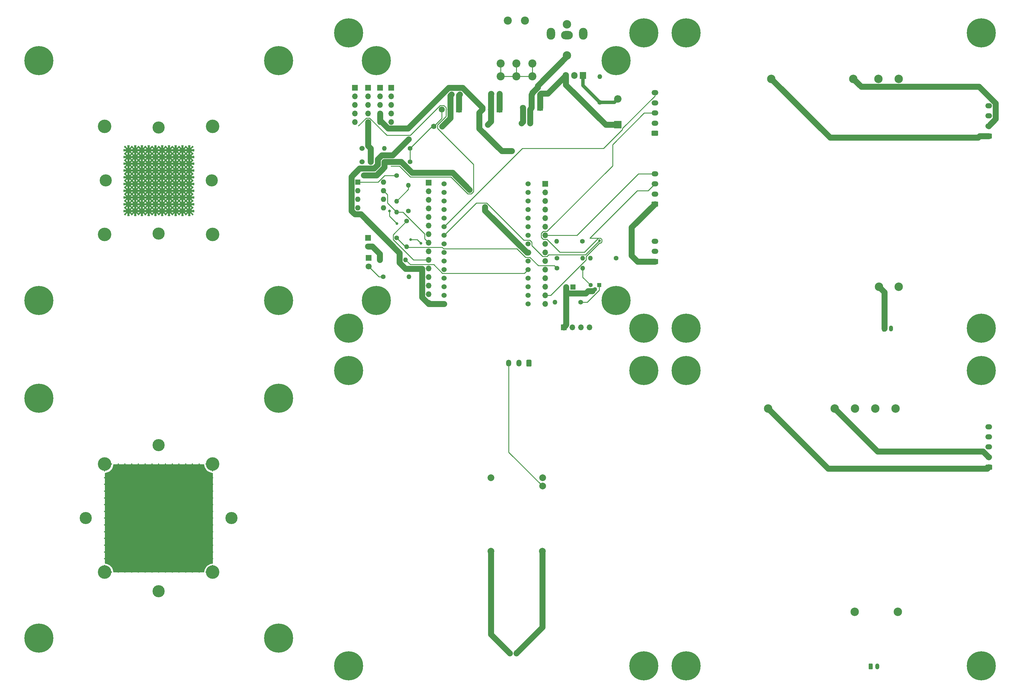
<source format=gbr>
%TF.GenerationSoftware,KiCad,Pcbnew,5.1.6-c6e7f7d~87~ubuntu19.10.1*%
%TF.CreationDate,2020-11-11T17:21:01+01:00*%
%TF.ProjectId,ariadne,61726961-646e-4652-9e6b-696361645f70,rev?*%
%TF.SameCoordinates,Original*%
%TF.FileFunction,Copper,L1,Top*%
%TF.FilePolarity,Positive*%
%FSLAX46Y46*%
G04 Gerber Fmt 4.6, Leading zero omitted, Abs format (unit mm)*
G04 Created by KiCad (PCBNEW 5.1.6-c6e7f7d~87~ubuntu19.10.1) date 2020-11-11 17:21:01*
%MOMM*%
%LPD*%
G01*
G04 APERTURE LIST*
%TA.AperFunction,ComponentPad*%
%ADD10O,2.020000X1.500000*%
%TD*%
%TA.AperFunction,ComponentPad*%
%ADD11C,2.500000*%
%TD*%
%TA.AperFunction,ComponentPad*%
%ADD12O,1.200000X1.750000*%
%TD*%
%TA.AperFunction,ComponentPad*%
%ADD13C,0.900000*%
%TD*%
%TA.AperFunction,ComponentPad*%
%ADD14C,8.600000*%
%TD*%
%TA.AperFunction,ComponentPad*%
%ADD15C,4.000000*%
%TD*%
%TA.AperFunction,ComponentPad*%
%ADD16C,0.400000*%
%TD*%
%TA.AperFunction,ComponentPad*%
%ADD17C,3.600000*%
%TD*%
%TA.AperFunction,ComponentPad*%
%ADD18O,1.700000X1.700000*%
%TD*%
%TA.AperFunction,ComponentPad*%
%ADD19R,1.700000X1.700000*%
%TD*%
%TA.AperFunction,ComponentPad*%
%ADD20C,2.400000*%
%TD*%
%TA.AperFunction,ComponentPad*%
%ADD21C,2.000000*%
%TD*%
%TA.AperFunction,ComponentPad*%
%ADD22O,1.500000X2.020000*%
%TD*%
%TA.AperFunction,ComponentPad*%
%ADD23C,1.524000*%
%TD*%
%TA.AperFunction,ComponentPad*%
%ADD24R,1.800000X1.800000*%
%TD*%
%TA.AperFunction,ComponentPad*%
%ADD25C,1.800000*%
%TD*%
%TA.AperFunction,ComponentPad*%
%ADD26O,1.600000X1.600000*%
%TD*%
%TA.AperFunction,ComponentPad*%
%ADD27R,1.600000X1.600000*%
%TD*%
%TA.AperFunction,ComponentPad*%
%ADD28O,3.500000X2.500000*%
%TD*%
%TA.AperFunction,ComponentPad*%
%ADD29O,2.500000X3.500000*%
%TD*%
%TA.AperFunction,ComponentPad*%
%ADD30O,1.400000X1.400000*%
%TD*%
%TA.AperFunction,ComponentPad*%
%ADD31C,1.400000*%
%TD*%
%TA.AperFunction,ComponentPad*%
%ADD32R,1.300000X1.300000*%
%TD*%
%TA.AperFunction,ComponentPad*%
%ADD33C,1.300000*%
%TD*%
%TA.AperFunction,ComponentPad*%
%ADD34O,1.905000X2.000000*%
%TD*%
%TA.AperFunction,ComponentPad*%
%ADD35R,1.905000X2.000000*%
%TD*%
%TA.AperFunction,ComponentPad*%
%ADD36C,1.600000*%
%TD*%
%TA.AperFunction,ComponentPad*%
%ADD37O,2.200000X2.200000*%
%TD*%
%TA.AperFunction,ComponentPad*%
%ADD38R,2.200000X2.200000*%
%TD*%
%TA.AperFunction,ViaPad*%
%ADD39C,1.500000*%
%TD*%
%TA.AperFunction,ViaPad*%
%ADD40C,0.800000*%
%TD*%
%TA.AperFunction,Conductor*%
%ADD41C,0.250000*%
%TD*%
%TA.AperFunction,Conductor*%
%ADD42C,1.000000*%
%TD*%
%TA.AperFunction,Conductor*%
%ADD43C,1.750000*%
%TD*%
%TA.AperFunction,Conductor*%
%ADD44C,0.254000*%
%TD*%
G04 APERTURE END LIST*
D10*
%TO.P,U2,5*%
%TO.N,Net-(U2-Pad5)*%
X322450000Y-152920000D03*
%TO.P,U2,4*%
%TO.N,Net-(U2-Pad4)*%
X322450000Y-155920000D03*
%TO.P,U2,3*%
%TO.N,Net-(U2-Pad3)*%
X322450000Y-158920000D03*
%TO.P,U2,2*%
%TO.N,Net-(U2-Pad2)*%
X322450000Y-161920000D03*
%TO.P,U2,1*%
%TO.N,Net-(U2-Pad1)*%
%TA.AperFunction,ComponentPad*%
G36*
G01*
X323210000Y-165670000D02*
X321690000Y-165670000D01*
G75*
G02*
X321440000Y-165420000I0J250000D01*
G01*
X321440000Y-164420000D01*
G75*
G02*
X321690000Y-164170000I250000J0D01*
G01*
X323210000Y-164170000D01*
G75*
G02*
X323460000Y-164420000I0J-250000D01*
G01*
X323460000Y-165420000D01*
G75*
G02*
X323210000Y-165670000I-250000J0D01*
G01*
G37*
%TD.AperFunction*%
%TD*%
D11*
%TO.P,U8,7*%
%TO.N,45B_OUT+*%
X282740000Y-207720000D03*
%TO.P,U8,6*%
%TO.N,45B_OUT-*%
X295490000Y-207720000D03*
%TO.P,U8,1*%
%TO.N,Net-(U2-Pad1)*%
X257040000Y-147520000D03*
%TO.P,U8,2*%
%TO.N,Net-(U2-Pad2)*%
X276790000Y-147520000D03*
%TO.P,U8,3*%
%TO.N,Net-(U2-Pad3)*%
X282840000Y-147520000D03*
%TO.P,U8,4*%
%TO.N,Net-(U2-Pad4)*%
X288840000Y-147520000D03*
%TO.P,U8,5*%
%TO.N,Net-(U2-Pad5)*%
X294840000Y-147520000D03*
%TD*%
D12*
%TO.P,U4,2*%
%TO.N,45B_OUT-*%
X289450000Y-223920000D03*
%TO.P,U4,1*%
%TO.N,45B_OUT+*%
%TA.AperFunction,ComponentPad*%
G36*
G01*
X286850000Y-224545001D02*
X286850000Y-223294999D01*
G75*
G02*
X287099999Y-223045000I249999J0D01*
G01*
X287800001Y-223045000D01*
G75*
G02*
X288050000Y-223294999I0J-249999D01*
G01*
X288050000Y-224545001D01*
G75*
G02*
X287800001Y-224795000I-249999J0D01*
G01*
X287099999Y-224795000D01*
G75*
G02*
X286850000Y-224545001I0J249999D01*
G01*
G37*
%TD.AperFunction*%
%TD*%
D13*
%TO.P,REF\u002A\u002A,1*%
%TO.N,N/C*%
X322530419Y-133969581D03*
X320250000Y-133025000D03*
X317969581Y-133969581D03*
X317025000Y-136250000D03*
X317969581Y-138530419D03*
X320250000Y-139475000D03*
X322530419Y-138530419D03*
X323475000Y-136250000D03*
D14*
X320250000Y-136250000D03*
%TD*%
%TO.P,REF\u002A\u002A,1*%
%TO.N,N/C*%
X232750000Y-223750000D03*
D13*
X235975000Y-223750000D03*
X235030419Y-226030419D03*
X232750000Y-226975000D03*
X230469581Y-226030419D03*
X229525000Y-223750000D03*
X230469581Y-221469581D03*
X232750000Y-220525000D03*
X235030419Y-221469581D03*
%TD*%
%TO.P,REF\u002A\u002A,1*%
%TO.N,N/C*%
X322530419Y-221469581D03*
X320250000Y-220525000D03*
X317969581Y-221469581D03*
X317025000Y-223750000D03*
X317969581Y-226030419D03*
X320250000Y-226975000D03*
X322530419Y-226030419D03*
X323475000Y-223750000D03*
D14*
X320250000Y-223750000D03*
%TD*%
D13*
%TO.P,REF\u002A\u002A,1*%
%TO.N,N/C*%
X235030419Y-133969581D03*
X232750000Y-133025000D03*
X230469581Y-133969581D03*
X229525000Y-136250000D03*
X230469581Y-138530419D03*
X232750000Y-139475000D03*
X235030419Y-138530419D03*
X235975000Y-136250000D03*
D14*
X232750000Y-136250000D03*
%TD*%
D15*
%TO.P,U19,0*%
%TO.N,Net-(U19-Pad0)*%
X92500000Y-64000000D03*
X60500000Y-64000000D03*
X60500000Y-96000000D03*
X92500000Y-96000000D03*
%TD*%
D14*
%TO.P,REF\u002A\u002A,1*%
%TO.N,N/C*%
X41000000Y-144500000D03*
D13*
X44225000Y-144500000D03*
X43280419Y-146780419D03*
X41000000Y-147725000D03*
X38719581Y-146780419D03*
X37775000Y-144500000D03*
X38719581Y-142219581D03*
X41000000Y-141275000D03*
X43280419Y-142219581D03*
%TD*%
D14*
%TO.P,REF\u002A\u002A,1*%
%TO.N,N/C*%
X41000000Y-215500000D03*
D13*
X44225000Y-215500000D03*
X43280419Y-217780419D03*
X41000000Y-218725000D03*
X38719581Y-217780419D03*
X37775000Y-215500000D03*
X38719581Y-213219581D03*
X41000000Y-212275000D03*
X43280419Y-213219581D03*
%TD*%
D15*
%TO.P,U11,0*%
%TO.N,Net-(U11-Pad0)*%
X92500000Y-196000000D03*
X60500000Y-196000000D03*
X60500000Y-164000000D03*
X92500000Y-164000000D03*
%TD*%
D13*
%TO.P,REF\u002A\u002A,1*%
%TO.N,N/C*%
X114280419Y-142219581D03*
X112000000Y-141275000D03*
X109719581Y-142219581D03*
X108775000Y-144500000D03*
X109719581Y-146780419D03*
X112000000Y-147725000D03*
X114280419Y-146780419D03*
X115225000Y-144500000D03*
D14*
X112000000Y-144500000D03*
%TD*%
D16*
%TO.P,U13,0*%
%TO.N,Net-(U13-Pad0)*%
X60500000Y-164000000D03*
X62500000Y-164000000D03*
X66500000Y-164000000D03*
X64500000Y-164000000D03*
X70500000Y-164000000D03*
X72500000Y-164000000D03*
X74500000Y-164000000D03*
X68500000Y-164000000D03*
X88500000Y-164000000D03*
X78500000Y-164000000D03*
X80500000Y-164000000D03*
X90500000Y-164000000D03*
X86500000Y-164000000D03*
X82500000Y-164000000D03*
X76500000Y-164000000D03*
X84500000Y-164000000D03*
X92500000Y-164000000D03*
X92500000Y-166000000D03*
X74500000Y-166000000D03*
X70500000Y-166000000D03*
X90500000Y-166000000D03*
X88500000Y-166000000D03*
X80500000Y-166000000D03*
X72500000Y-166000000D03*
X86500000Y-166000000D03*
X62500000Y-166000000D03*
X66500000Y-166000000D03*
X64500000Y-166000000D03*
X60500000Y-166000000D03*
X78500000Y-166000000D03*
X76500000Y-166000000D03*
X68500000Y-166000000D03*
X82500000Y-166000000D03*
X84500000Y-166000000D03*
X74500000Y-168000000D03*
X70500000Y-168000000D03*
X74500000Y-170000000D03*
X90500000Y-168000000D03*
X88500000Y-168000000D03*
X78500000Y-170000000D03*
X88500000Y-170000000D03*
X72500000Y-170000000D03*
X76500000Y-170000000D03*
X86500000Y-170000000D03*
X80500000Y-168000000D03*
X92500000Y-170000000D03*
X66500000Y-170000000D03*
X72500000Y-168000000D03*
X64500000Y-170000000D03*
X86500000Y-168000000D03*
X62500000Y-168000000D03*
X68500000Y-170000000D03*
X66500000Y-168000000D03*
X84500000Y-170000000D03*
X64500000Y-168000000D03*
X90500000Y-170000000D03*
X80500000Y-170000000D03*
X82500000Y-170000000D03*
X60500000Y-168000000D03*
X78500000Y-168000000D03*
X76500000Y-168000000D03*
X68500000Y-168000000D03*
X62500000Y-170000000D03*
X82500000Y-168000000D03*
X70500000Y-170000000D03*
X92500000Y-168000000D03*
X84500000Y-168000000D03*
X60500000Y-170000000D03*
X74500000Y-172000000D03*
X70500000Y-172000000D03*
X74500000Y-174000000D03*
X90500000Y-172000000D03*
X72500000Y-178000000D03*
X88500000Y-172000000D03*
X92500000Y-176000000D03*
X76500000Y-176000000D03*
X80500000Y-178000000D03*
X78500000Y-174000000D03*
X64500000Y-178000000D03*
X74500000Y-176000000D03*
X70500000Y-176000000D03*
X68500000Y-176000000D03*
X80500000Y-176000000D03*
X72500000Y-176000000D03*
X88500000Y-174000000D03*
X84500000Y-176000000D03*
X76500000Y-178000000D03*
X72500000Y-174000000D03*
X66500000Y-178000000D03*
X66500000Y-176000000D03*
X76500000Y-174000000D03*
X82500000Y-176000000D03*
X68500000Y-178000000D03*
X86500000Y-174000000D03*
X80500000Y-172000000D03*
X92500000Y-174000000D03*
X64500000Y-176000000D03*
X62500000Y-178000000D03*
X66500000Y-174000000D03*
X72500000Y-172000000D03*
X64500000Y-174000000D03*
X86500000Y-172000000D03*
X88500000Y-176000000D03*
X62500000Y-172000000D03*
X78500000Y-176000000D03*
X60500000Y-178000000D03*
X68500000Y-174000000D03*
X66500000Y-172000000D03*
X84500000Y-174000000D03*
X64500000Y-172000000D03*
X74500000Y-178000000D03*
X92500000Y-178000000D03*
X90500000Y-174000000D03*
X80500000Y-174000000D03*
X82500000Y-174000000D03*
X62500000Y-176000000D03*
X60500000Y-176000000D03*
X88500000Y-178000000D03*
X86500000Y-178000000D03*
X60500000Y-172000000D03*
X78500000Y-172000000D03*
X76500000Y-172000000D03*
X68500000Y-172000000D03*
X90500000Y-178000000D03*
X86500000Y-176000000D03*
X62500000Y-174000000D03*
X82500000Y-172000000D03*
X82500000Y-178000000D03*
X70500000Y-174000000D03*
X92500000Y-172000000D03*
X70500000Y-178000000D03*
X84500000Y-178000000D03*
X84500000Y-172000000D03*
X60500000Y-174000000D03*
X90500000Y-176000000D03*
X78500000Y-178000000D03*
X74500000Y-180000000D03*
X86500000Y-188000000D03*
X92500000Y-192000000D03*
X74500000Y-188000000D03*
X70500000Y-180000000D03*
X74500000Y-182000000D03*
X70500000Y-192000000D03*
X88500000Y-188000000D03*
X90500000Y-180000000D03*
X68500000Y-194000000D03*
X72500000Y-186000000D03*
X88500000Y-180000000D03*
X92500000Y-184000000D03*
X64500000Y-194000000D03*
X80500000Y-192000000D03*
X76500000Y-184000000D03*
X80500000Y-186000000D03*
X84500000Y-188000000D03*
X78500000Y-182000000D03*
X64500000Y-186000000D03*
X78500000Y-190000000D03*
X66500000Y-188000000D03*
X72500000Y-190000000D03*
X78500000Y-194000000D03*
X72500000Y-192000000D03*
X90500000Y-194000000D03*
X78500000Y-188000000D03*
X72500000Y-188000000D03*
X74500000Y-184000000D03*
X92500000Y-188000000D03*
X90500000Y-192000000D03*
X80500000Y-194000000D03*
X74500000Y-194000000D03*
X70500000Y-184000000D03*
X68500000Y-184000000D03*
X80500000Y-184000000D03*
X72500000Y-184000000D03*
X88500000Y-182000000D03*
X84500000Y-184000000D03*
X92500000Y-190000000D03*
X76500000Y-186000000D03*
X66500000Y-190000000D03*
X72500000Y-182000000D03*
X86500000Y-190000000D03*
X66500000Y-186000000D03*
X66500000Y-184000000D03*
X76500000Y-182000000D03*
X82500000Y-184000000D03*
X68500000Y-186000000D03*
X80500000Y-188000000D03*
X64500000Y-190000000D03*
X86500000Y-182000000D03*
X80500000Y-180000000D03*
X60500000Y-194000000D03*
X92500000Y-182000000D03*
X64500000Y-184000000D03*
X62500000Y-186000000D03*
X66500000Y-182000000D03*
X72500000Y-180000000D03*
X86500000Y-194000000D03*
X78500000Y-192000000D03*
X64500000Y-182000000D03*
X86500000Y-180000000D03*
X68500000Y-192000000D03*
X88500000Y-184000000D03*
X80500000Y-190000000D03*
X62500000Y-180000000D03*
X62500000Y-190000000D03*
X78500000Y-184000000D03*
X60500000Y-186000000D03*
X60500000Y-188000000D03*
X68500000Y-182000000D03*
X66500000Y-180000000D03*
X84500000Y-182000000D03*
X72500000Y-194000000D03*
X90500000Y-190000000D03*
X88500000Y-194000000D03*
X64500000Y-180000000D03*
X62500000Y-192000000D03*
X90500000Y-188000000D03*
X74500000Y-186000000D03*
X76500000Y-190000000D03*
X92500000Y-186000000D03*
X90500000Y-182000000D03*
X88500000Y-190000000D03*
X66500000Y-192000000D03*
X76500000Y-194000000D03*
X80500000Y-182000000D03*
X84500000Y-194000000D03*
X82500000Y-182000000D03*
X62500000Y-184000000D03*
X60500000Y-184000000D03*
X88500000Y-186000000D03*
X86500000Y-186000000D03*
X60500000Y-180000000D03*
X78500000Y-180000000D03*
X76500000Y-180000000D03*
X60500000Y-192000000D03*
X60500000Y-190000000D03*
X76500000Y-188000000D03*
X92500000Y-194000000D03*
X64500000Y-192000000D03*
X68500000Y-180000000D03*
X90500000Y-186000000D03*
X64500000Y-188000000D03*
X88500000Y-192000000D03*
X86500000Y-184000000D03*
X86500000Y-192000000D03*
X68500000Y-188000000D03*
X62500000Y-182000000D03*
X82500000Y-188000000D03*
X70500000Y-194000000D03*
X76500000Y-192000000D03*
X70500000Y-190000000D03*
X82500000Y-180000000D03*
X66500000Y-194000000D03*
X62500000Y-194000000D03*
X74500000Y-192000000D03*
X68500000Y-190000000D03*
X82500000Y-186000000D03*
X70500000Y-182000000D03*
X82500000Y-190000000D03*
X84500000Y-192000000D03*
X92500000Y-180000000D03*
X62500000Y-188000000D03*
X84500000Y-190000000D03*
X82500000Y-194000000D03*
X70500000Y-186000000D03*
X84500000Y-186000000D03*
X84500000Y-180000000D03*
X60500000Y-182000000D03*
X90500000Y-184000000D03*
X70500000Y-188000000D03*
X74500000Y-190000000D03*
X82500000Y-192000000D03*
X78500000Y-186000000D03*
X64500000Y-196000000D03*
X70500000Y-196000000D03*
X86500000Y-196000000D03*
X84500000Y-196000000D03*
X74500000Y-196000000D03*
X82500000Y-196000000D03*
X76500000Y-196000000D03*
X72500000Y-196000000D03*
X92500000Y-196000000D03*
X60500000Y-196000000D03*
X68500000Y-196000000D03*
X80500000Y-196000000D03*
X78500000Y-196000000D03*
X88500000Y-196000000D03*
X66500000Y-196000000D03*
X62500000Y-196000000D03*
X90500000Y-196000000D03*
D17*
X76500000Y-158400000D03*
X76500000Y-201600000D03*
X98100000Y-180000000D03*
X54900000Y-180000000D03*
%TD*%
D13*
%TO.P,REF\u002A\u002A,1*%
%TO.N,N/C*%
X114280419Y-213219581D03*
X112000000Y-212275000D03*
X109719581Y-213219581D03*
X108775000Y-215500000D03*
X109719581Y-217780419D03*
X112000000Y-218725000D03*
X114280419Y-217780419D03*
X115225000Y-215500000D03*
D14*
X112000000Y-215500000D03*
%TD*%
%TO.P,REF\u002A\u002A,1*%
%TO.N,N/C*%
X132750000Y-136250000D03*
D13*
X135975000Y-136250000D03*
X135030419Y-138530419D03*
X132750000Y-139475000D03*
X130469581Y-138530419D03*
X129525000Y-136250000D03*
X130469581Y-133969581D03*
X132750000Y-133025000D03*
X135030419Y-133969581D03*
%TD*%
D14*
%TO.P,REF\u002A\u002A,1*%
%TO.N,N/C*%
X220250000Y-223750000D03*
D13*
X223475000Y-223750000D03*
X222530419Y-226030419D03*
X220250000Y-226975000D03*
X217969581Y-226030419D03*
X217025000Y-223750000D03*
X217969581Y-221469581D03*
X220250000Y-220525000D03*
X222530419Y-221469581D03*
%TD*%
%TO.P,REF\u002A\u002A,1*%
%TO.N,N/C*%
X135030419Y-221469581D03*
X132750000Y-220525000D03*
X130469581Y-221469581D03*
X129525000Y-223750000D03*
X130469581Y-226030419D03*
X132750000Y-226975000D03*
X135030419Y-226030419D03*
X135975000Y-223750000D03*
D14*
X132750000Y-223750000D03*
%TD*%
%TO.P,REF\u002A\u002A,1*%
%TO.N,N/C*%
X220250000Y-136250000D03*
D13*
X223475000Y-136250000D03*
X222530419Y-138530419D03*
X220250000Y-139475000D03*
X217969581Y-138530419D03*
X217025000Y-136250000D03*
X217969581Y-133969581D03*
X220250000Y-133025000D03*
X222530419Y-133969581D03*
%TD*%
D14*
%TO.P,REF\u002A\u002A,1*%
%TO.N,N/C*%
X320250000Y-123750000D03*
D13*
X323475000Y-123750000D03*
X322530419Y-126030419D03*
X320250000Y-126975000D03*
X317969581Y-126030419D03*
X317025000Y-123750000D03*
X317969581Y-121469581D03*
X320250000Y-120525000D03*
X322530419Y-121469581D03*
%TD*%
D14*
%TO.P,REF\u002A\u002A,1*%
%TO.N,N/C*%
X232750000Y-36250000D03*
D13*
X235975000Y-36250000D03*
X235030419Y-38530419D03*
X232750000Y-39475000D03*
X230469581Y-38530419D03*
X229525000Y-36250000D03*
X230469581Y-33969581D03*
X232750000Y-33025000D03*
X235030419Y-33969581D03*
%TD*%
%TO.P,REF\u002A\u002A,1*%
%TO.N,N/C*%
X235030419Y-121469581D03*
X232750000Y-120525000D03*
X230469581Y-121469581D03*
X229525000Y-123750000D03*
X230469581Y-126030419D03*
X232750000Y-126975000D03*
X235030419Y-126030419D03*
X235975000Y-123750000D03*
D14*
X232750000Y-123750000D03*
%TD*%
%TO.P,REF\u002A\u002A,1*%
%TO.N,N/C*%
X320250000Y-36250000D03*
D13*
X323475000Y-36250000D03*
X322530419Y-38530419D03*
X320250000Y-39475000D03*
X317969581Y-38530419D03*
X317025000Y-36250000D03*
X317969581Y-33969581D03*
X320250000Y-33025000D03*
X322530419Y-33969581D03*
%TD*%
D14*
%TO.P,REF\u002A\u002A,1*%
%TO.N,N/C*%
X112000000Y-115500000D03*
D13*
X115225000Y-115500000D03*
X114280419Y-117780419D03*
X112000000Y-118725000D03*
X109719581Y-117780419D03*
X108775000Y-115500000D03*
X109719581Y-113219581D03*
X112000000Y-112275000D03*
X114280419Y-113219581D03*
%TD*%
D14*
%TO.P,REF\u002A\u002A,1*%
%TO.N,N/C*%
X112000000Y-44500000D03*
D13*
X115225000Y-44500000D03*
X114280419Y-46780419D03*
X112000000Y-47725000D03*
X109719581Y-46780419D03*
X108775000Y-44500000D03*
X109719581Y-42219581D03*
X112000000Y-41275000D03*
X114280419Y-42219581D03*
%TD*%
%TO.P,REF\u002A\u002A,1*%
%TO.N,N/C*%
X43280419Y-113219581D03*
X41000000Y-112275000D03*
X38719581Y-113219581D03*
X37775000Y-115500000D03*
X38719581Y-117780419D03*
X41000000Y-118725000D03*
X43280419Y-117780419D03*
X44225000Y-115500000D03*
D14*
X41000000Y-115500000D03*
%TD*%
D13*
%TO.P,REF\u002A\u002A,1*%
%TO.N,N/C*%
X43280419Y-42219581D03*
X41000000Y-41275000D03*
X38719581Y-42219581D03*
X37775000Y-44500000D03*
X38719581Y-46780419D03*
X41000000Y-47725000D03*
X43280419Y-46780419D03*
X44225000Y-44500000D03*
D14*
X41000000Y-44500000D03*
%TD*%
D13*
%TO.P,REF\u002A\u002A,1*%
%TO.N,N/C*%
X214280419Y-113219581D03*
X212000000Y-112275000D03*
X209719581Y-113219581D03*
X208775000Y-115500000D03*
X209719581Y-117780419D03*
X212000000Y-118725000D03*
X214280419Y-117780419D03*
X215225000Y-115500000D03*
D14*
X212000000Y-115500000D03*
%TD*%
%TO.P,REF\u002A\u002A,1*%
%TO.N,N/C*%
X141000000Y-115500000D03*
D13*
X144225000Y-115500000D03*
X143280419Y-117780419D03*
X141000000Y-118725000D03*
X138719581Y-117780419D03*
X137775000Y-115500000D03*
X138719581Y-113219581D03*
X141000000Y-112275000D03*
X143280419Y-113219581D03*
%TD*%
%TO.P,REF\u002A\u002A,1*%
%TO.N,N/C*%
X214280419Y-42219581D03*
X212000000Y-41275000D03*
X209719581Y-42219581D03*
X208775000Y-44500000D03*
X209719581Y-46780419D03*
X212000000Y-47725000D03*
X214280419Y-46780419D03*
X215225000Y-44500000D03*
D14*
X212000000Y-44500000D03*
%TD*%
%TO.P,REF\u002A\u002A,1*%
%TO.N,N/C*%
X141000000Y-44500000D03*
D13*
X144225000Y-44500000D03*
X143280419Y-46780419D03*
X141000000Y-47725000D03*
X138719581Y-46780419D03*
X137775000Y-44500000D03*
X138719581Y-42219581D03*
X141000000Y-41275000D03*
X143280419Y-42219581D03*
%TD*%
%TO.P,REF\u002A\u002A,1*%
%TO.N,N/C*%
X222530419Y-121469581D03*
X220250000Y-120525000D03*
X217969581Y-121469581D03*
X217025000Y-123750000D03*
X217969581Y-126030419D03*
X220250000Y-126975000D03*
X222530419Y-126030419D03*
X223475000Y-123750000D03*
D14*
X220250000Y-123750000D03*
%TD*%
%TO.P,REF\u002A\u002A,1*%
%TO.N,N/C*%
X132750000Y-123750000D03*
D13*
X135975000Y-123750000D03*
X135030419Y-126030419D03*
X132750000Y-126975000D03*
X130469581Y-126030419D03*
X129525000Y-123750000D03*
X130469581Y-121469581D03*
X132750000Y-120525000D03*
X135030419Y-121469581D03*
%TD*%
%TO.P,REF\u002A\u002A,1*%
%TO.N,N/C*%
X222530419Y-33969581D03*
X220250000Y-33025000D03*
X217969581Y-33969581D03*
X217025000Y-36250000D03*
X217969581Y-38530419D03*
X220250000Y-39475000D03*
X222530419Y-38530419D03*
X223475000Y-36250000D03*
D14*
X220250000Y-36250000D03*
%TD*%
D13*
%TO.P,REF\u002A\u002A,1*%
%TO.N,N/C*%
X135030419Y-33969581D03*
X132750000Y-33025000D03*
X130469581Y-33969581D03*
X129525000Y-36250000D03*
X130469581Y-38530419D03*
X132750000Y-39475000D03*
X135030419Y-38530419D03*
X135975000Y-36250000D03*
D14*
X132750000Y-36250000D03*
%TD*%
D18*
%TO.P,J4,5*%
%TO.N,+3V3*%
X134600000Y-62720000D03*
%TO.P,J4,4*%
X134600000Y-60180000D03*
%TO.P,J4,3*%
X134600000Y-57640000D03*
%TO.P,J4,2*%
X134600000Y-55100000D03*
D19*
%TO.P,J4,1*%
X134600000Y-52560000D03*
%TD*%
D18*
%TO.P,J3,5*%
%TO.N,+5V*%
X145400000Y-62660000D03*
%TO.P,J3,4*%
X145400000Y-60120000D03*
%TO.P,J3,3*%
X145400000Y-57580000D03*
%TO.P,J3,2*%
X145400000Y-55040000D03*
D19*
%TO.P,J3,1*%
X145400000Y-52500000D03*
%TD*%
D18*
%TO.P,J2,5*%
%TO.N,+12V*%
X142100000Y-62660000D03*
%TO.P,J2,4*%
X142100000Y-60120000D03*
%TO.P,J2,3*%
X142100000Y-57580000D03*
%TO.P,J2,2*%
X142100000Y-55040000D03*
D19*
%TO.P,J2,1*%
X142100000Y-52500000D03*
%TD*%
D18*
%TO.P,J1,5*%
%TO.N,POWER-IN-*%
X138500000Y-62680000D03*
%TO.P,J1,4*%
X138500000Y-60140000D03*
%TO.P,J1,3*%
X138500000Y-57600000D03*
%TO.P,J1,2*%
X138500000Y-55060000D03*
D19*
%TO.P,J1,1*%
X138500000Y-52520000D03*
%TD*%
D18*
%TO.P,U14,4*%
%TO.N,Net-(Q2-Pad3)*%
X204120000Y-123500000D03*
%TO.P,U14,3*%
%TO.N,Net-(R12-Pad1)*%
X201580000Y-123500000D03*
%TO.P,U14,2*%
%TO.N,+12V*%
X199040000Y-123500000D03*
D19*
%TO.P,U14,1*%
%TO.N,POWER-IN-*%
X196500000Y-123500000D03*
%TD*%
D20*
%TO.P,U26,0*%
%TO.N,Net-(U26-Pad0)*%
X182500000Y-49160000D03*
X187200000Y-49160000D03*
X177800000Y-49160000D03*
X187200000Y-45320000D03*
X177800000Y-45340000D03*
X182500000Y-45350000D03*
%TO.P,U26,2*%
%TO.N,POWER-IN+*%
X185040000Y-32650000D03*
%TO.P,U26,1*%
%TO.N,Net-(Q1-Pad2)*%
X179960000Y-32650000D03*
%TD*%
D11*
%TO.P,U29,5*%
%TO.N,65B_OUT-*%
X295790000Y-111470000D03*
%TO.P,U29,6*%
%TO.N,65B_OUT+*%
X289890000Y-111480000D03*
%TO.P,U29,4*%
%TO.N,Net-(U29-Pad4)*%
X295790000Y-49880000D03*
%TO.P,U29,3*%
%TO.N,Net-(U29-Pad3)*%
X289790000Y-49880000D03*
%TO.P,U29,2*%
%TO.N,Net-(U29-Pad2)*%
X282340000Y-49880000D03*
%TO.P,U29,1*%
%TO.N,Net-(U29-Pad1)*%
X258040000Y-49880000D03*
%TD*%
D12*
%TO.P,U28,2*%
%TO.N,65B_OUT-*%
X293490000Y-123870000D03*
%TO.P,U28,1*%
%TO.N,65B_OUT+*%
%TA.AperFunction,ComponentPad*%
G36*
G01*
X290890000Y-124495001D02*
X290890000Y-123244999D01*
G75*
G02*
X291139999Y-122995000I249999J0D01*
G01*
X291840001Y-122995000D01*
G75*
G02*
X292090000Y-123244999I0J-249999D01*
G01*
X292090000Y-124495001D01*
G75*
G02*
X291840001Y-124745000I-249999J0D01*
G01*
X291139999Y-124745000D01*
G75*
G02*
X290890000Y-124495001I0J249999D01*
G01*
G37*
%TD.AperFunction*%
%TD*%
D10*
%TO.P,U27,4*%
%TO.N,LDH-65B-DIM*%
X223500000Y-78000000D03*
%TO.P,U27,3*%
%TO.N,BOARD_GND*%
X223500000Y-81000000D03*
%TO.P,U27,2*%
%TO.N,POWER-IN-*%
X223500000Y-84000000D03*
%TO.P,U27,1*%
%TO.N,VIN+Master*%
%TA.AperFunction,ComponentPad*%
G36*
G01*
X224260000Y-87750000D02*
X222740000Y-87750000D01*
G75*
G02*
X222490000Y-87500000I0J250000D01*
G01*
X222490000Y-86500000D01*
G75*
G02*
X222740000Y-86250000I250000J0D01*
G01*
X224260000Y-86250000D01*
G75*
G02*
X224510000Y-86500000I0J-250000D01*
G01*
X224510000Y-87500000D01*
G75*
G02*
X224260000Y-87750000I-250000J0D01*
G01*
G37*
%TD.AperFunction*%
%TD*%
D21*
%TO.P,U24,5*%
%TO.N,LDD_1200_OUT+*%
X190175000Y-189800000D03*
%TO.P,U24,4*%
%TO.N,LDD_1200_OUT-*%
X174950000Y-189825000D03*
%TO.P,U24,3*%
%TO.N,Net-(U18-Pad3)*%
X190225000Y-170500000D03*
%TO.P,U24,2*%
%TO.N,Net-(U18-Pad2)*%
X174925000Y-168000000D03*
%TO.P,U24,1*%
%TO.N,Net-(U18-Pad1)*%
X190225000Y-168000000D03*
%TD*%
D12*
%TO.P,U23,2*%
%TO.N,LDD_1200_OUT-*%
X180500000Y-220000000D03*
%TO.P,U23,1*%
%TO.N,LDD_1200_OUT+*%
%TA.AperFunction,ComponentPad*%
G36*
G01*
X183100000Y-219374999D02*
X183100000Y-220625001D01*
G75*
G02*
X182850001Y-220875000I-249999J0D01*
G01*
X182149999Y-220875000D01*
G75*
G02*
X181900000Y-220625001I0J249999D01*
G01*
X181900000Y-219374999D01*
G75*
G02*
X182149999Y-219125000I249999J0D01*
G01*
X182850001Y-219125000D01*
G75*
G02*
X183100000Y-219374999I0J-249999D01*
G01*
G37*
%TD.AperFunction*%
%TD*%
D10*
%TO.P,U20,3*%
%TO.N,LDD_1200-DIM*%
X223500000Y-98000000D03*
%TO.P,U20,2*%
%TO.N,POWER-IN-*%
X223500000Y-101000000D03*
%TO.P,U20,1*%
%TO.N,VIN+Master*%
%TA.AperFunction,ComponentPad*%
G36*
G01*
X224260000Y-104750000D02*
X222740000Y-104750000D01*
G75*
G02*
X222490000Y-104500000I0J250000D01*
G01*
X222490000Y-103500000D01*
G75*
G02*
X222740000Y-103250000I250000J0D01*
G01*
X224260000Y-103250000D01*
G75*
G02*
X224510000Y-103500000I0J-250000D01*
G01*
X224510000Y-104500000D01*
G75*
G02*
X224260000Y-104750000I-250000J0D01*
G01*
G37*
%TD.AperFunction*%
%TD*%
D22*
%TO.P,U18,3*%
%TO.N,Net-(U18-Pad3)*%
X180200000Y-134100000D03*
%TO.P,U18,2*%
%TO.N,Net-(U18-Pad2)*%
X183200000Y-134100000D03*
%TO.P,U18,1*%
%TO.N,Net-(U18-Pad1)*%
%TA.AperFunction,ComponentPad*%
G36*
G01*
X186950000Y-133340000D02*
X186950000Y-134860000D01*
G75*
G02*
X186700000Y-135110000I-250000J0D01*
G01*
X185700000Y-135110000D01*
G75*
G02*
X185450000Y-134860000I0J250000D01*
G01*
X185450000Y-133340000D01*
G75*
G02*
X185700000Y-133090000I250000J0D01*
G01*
X186700000Y-133090000D01*
G75*
G02*
X186950000Y-133340000I0J-250000D01*
G01*
G37*
%TD.AperFunction*%
%TD*%
D18*
%TO.P,U17,15*%
%TO.N,Net-(U16-Pad16)*%
X191000000Y-116560000D03*
%TO.P,U17,14*%
%TO.N,BOARD_GND*%
X191000000Y-114020000D03*
%TO.P,U17,13*%
%TO.N,Net-(U16-Pad18)*%
X191000000Y-111480000D03*
%TO.P,U17,12*%
%TO.N,FEEDBACK-LED2*%
X191000000Y-108940000D03*
%TO.P,U17,11*%
%TO.N,FEEDBACK-LED1*%
X191000000Y-106400000D03*
%TO.P,U17,10*%
%TO.N,BUTTON1*%
X191000000Y-103860000D03*
%TO.P,U17,9*%
%TO.N,BUTTON2*%
X191000000Y-101320000D03*
%TO.P,U17,8*%
%TO.N,Net-(U16-Pad23)*%
X191000000Y-98780000D03*
%TO.P,U17,7*%
%TO.N,LDH-65B-DIM*%
X191000000Y-96240000D03*
%TO.P,U17,6*%
%TO.N,Net-(U16-Pad25)*%
X191000000Y-93700000D03*
%TO.P,U17,5*%
%TO.N,Net-(U16-Pad26)*%
X191000000Y-91160000D03*
%TO.P,U17,4*%
%TO.N,Net-(U16-Pad27)*%
X191000000Y-88620000D03*
%TO.P,U17,3*%
%TO.N,Net-(U16-Pad28)*%
X191000000Y-86080000D03*
%TO.P,U17,2*%
%TO.N,Net-(U16-Pad29)*%
X191000000Y-83540000D03*
D19*
%TO.P,U17,1*%
%TO.N,Net-(U16-Pad30)*%
X191000000Y-81000000D03*
%TD*%
D23*
%TO.P,U16,30*%
%TO.N,Net-(U16-Pad30)*%
X185946000Y-80966000D03*
%TO.P,U16,29*%
%TO.N,Net-(U16-Pad29)*%
X185946000Y-83506000D03*
%TO.P,U16,28*%
%TO.N,Net-(U16-Pad28)*%
X185946000Y-86046000D03*
%TO.P,U16,27*%
%TO.N,Net-(U16-Pad27)*%
X185946000Y-88586000D03*
%TO.P,U16,26*%
%TO.N,Net-(U16-Pad26)*%
X185946000Y-91126000D03*
%TO.P,U16,25*%
%TO.N,Net-(U16-Pad25)*%
X185946000Y-93666000D03*
%TO.P,U16,24*%
%TO.N,LDH-65B-DIM*%
X185946000Y-96206000D03*
%TO.P,U16,23*%
%TO.N,Net-(U16-Pad23)*%
X185946000Y-98746000D03*
%TO.P,U16,22*%
%TO.N,BUTTON2*%
X185946000Y-101286000D03*
%TO.P,U16,21*%
%TO.N,BUTTON1*%
X185946000Y-103826000D03*
%TO.P,U16,20*%
%TO.N,FEEDBACK-LED1*%
X185946000Y-106366000D03*
%TO.P,U16,19*%
%TO.N,FEEDBACK-LED2*%
X185946000Y-108906000D03*
%TO.P,U16,18*%
%TO.N,Net-(U16-Pad18)*%
X185946000Y-111446000D03*
%TO.P,U16,17*%
%TO.N,BOARD_GND*%
X185946000Y-113986000D03*
%TO.P,U16,16*%
%TO.N,Net-(U16-Pad16)*%
X185946000Y-116526000D03*
%TO.P,U16,15*%
%TO.N,+5V*%
X161054000Y-116526000D03*
%TO.P,U16,14*%
%TO.N,POWER-IN-*%
X161054000Y-113986000D03*
X161054000Y-113986000D03*
%TO.P,U16,13*%
%TO.N,Net-(U12-Pad13)*%
X161054000Y-111446000D03*
%TO.P,U16,12*%
%TO.N,Net-(U12-Pad12)*%
X161054000Y-108906000D03*
%TO.P,U16,11*%
%TO.N,SW1*%
X161054000Y-106366000D03*
%TO.P,U16,10*%
%TO.N,SW2*%
X161054000Y-103826000D03*
%TO.P,U16,9*%
%TO.N,SW3*%
X161054000Y-101286000D03*
%TO.P,U16,8*%
%TO.N,SW4*%
X161054000Y-98746000D03*
%TO.P,U16,7*%
%TO.N,LDD_1200-DIM*%
X161054000Y-96206000D03*
%TO.P,U16,6*%
%TO.N,LDH_45B-DIM*%
X161054000Y-93666000D03*
%TO.P,U16,5*%
%TO.N,NILS-PWM+*%
X161054000Y-91126000D03*
%TO.P,U16,4*%
%TO.N,FAN-PWM*%
X161054000Y-88586000D03*
%TO.P,U16,3*%
%TO.N,Net-(U12-Pad3)*%
X161054000Y-86046000D03*
%TO.P,U16,2*%
%TO.N,Net-(U12-Pad2)*%
X161054000Y-83506000D03*
%TO.P,U16,1*%
%TO.N,Net-(U12-Pad1)*%
X161054000Y-80966000D03*
%TD*%
D17*
%TO.P,U15,0*%
%TO.N,Net-(U15-Pad0)*%
X60800000Y-80000000D03*
X92200000Y-80000000D03*
X76500000Y-95700000D03*
X76500000Y-64300000D03*
D16*
X78500000Y-86000000D03*
X74500000Y-90000000D03*
X70500000Y-88000000D03*
X84500000Y-80000000D03*
X84500000Y-86000000D03*
X70500000Y-86000000D03*
X84500000Y-90000000D03*
X82500000Y-90000000D03*
X70500000Y-82000000D03*
X82500000Y-86000000D03*
X68500000Y-90000000D03*
X82500000Y-80000000D03*
X70500000Y-90000000D03*
X82500000Y-88000000D03*
X68500000Y-88000000D03*
X86500000Y-84000000D03*
X68500000Y-80000000D03*
X76500000Y-88000000D03*
X76500000Y-80000000D03*
X78500000Y-80000000D03*
X86500000Y-86000000D03*
X82500000Y-82000000D03*
X80500000Y-82000000D03*
X76500000Y-90000000D03*
X74500000Y-86000000D03*
X84500000Y-82000000D03*
X66500000Y-80000000D03*
X68500000Y-82000000D03*
X78500000Y-84000000D03*
X80500000Y-90000000D03*
X86500000Y-80000000D03*
X72500000Y-80000000D03*
X66500000Y-82000000D03*
X80500000Y-80000000D03*
X86500000Y-82000000D03*
X80500000Y-88000000D03*
X68500000Y-86000000D03*
X82500000Y-84000000D03*
X76500000Y-82000000D03*
X66500000Y-84000000D03*
X66500000Y-86000000D03*
X86500000Y-90000000D03*
X72500000Y-82000000D03*
X66500000Y-90000000D03*
X76500000Y-86000000D03*
X84500000Y-84000000D03*
X72500000Y-84000000D03*
X80500000Y-84000000D03*
X68500000Y-84000000D03*
X70500000Y-84000000D03*
X74500000Y-84000000D03*
X72500000Y-88000000D03*
X78500000Y-88000000D03*
X72500000Y-90000000D03*
X66500000Y-88000000D03*
X78500000Y-90000000D03*
X78500000Y-82000000D03*
X84500000Y-88000000D03*
X80500000Y-86000000D03*
X76500000Y-84000000D03*
X72500000Y-86000000D03*
X74500000Y-82000000D03*
X70500000Y-80000000D03*
X74500000Y-88000000D03*
X86500000Y-88000000D03*
X74500000Y-80000000D03*
X78500000Y-78000000D03*
X84500000Y-72000000D03*
X84500000Y-78000000D03*
X70500000Y-78000000D03*
X70500000Y-74000000D03*
X82500000Y-78000000D03*
X82500000Y-72000000D03*
X86500000Y-76000000D03*
X68500000Y-72000000D03*
X76500000Y-72000000D03*
X78500000Y-72000000D03*
X86500000Y-78000000D03*
X82500000Y-74000000D03*
X80500000Y-74000000D03*
X74500000Y-78000000D03*
X84500000Y-74000000D03*
X66500000Y-72000000D03*
X68500000Y-74000000D03*
X78500000Y-76000000D03*
X86500000Y-72000000D03*
X72500000Y-72000000D03*
X66500000Y-74000000D03*
X80500000Y-72000000D03*
X86500000Y-74000000D03*
X68500000Y-78000000D03*
X82500000Y-76000000D03*
X76500000Y-74000000D03*
X66500000Y-76000000D03*
X66500000Y-78000000D03*
X72500000Y-74000000D03*
X76500000Y-78000000D03*
X84500000Y-76000000D03*
X72500000Y-76000000D03*
X80500000Y-76000000D03*
X68500000Y-76000000D03*
X70500000Y-76000000D03*
X74500000Y-76000000D03*
X78500000Y-74000000D03*
X80500000Y-78000000D03*
X76500000Y-76000000D03*
X72500000Y-78000000D03*
X74500000Y-74000000D03*
X70500000Y-72000000D03*
X74500000Y-72000000D03*
X70500000Y-70000000D03*
X82500000Y-70000000D03*
X80500000Y-70000000D03*
X84500000Y-70000000D03*
X68500000Y-70000000D03*
X66500000Y-70000000D03*
X86500000Y-70000000D03*
X76500000Y-70000000D03*
X72500000Y-70000000D03*
X78500000Y-70000000D03*
X74500000Y-70000000D03*
%TD*%
D18*
%TO.P,U12,15*%
%TO.N,+5V*%
X156500000Y-116240000D03*
%TO.P,U12,14*%
%TO.N,POWER-IN-*%
X156500000Y-113700000D03*
%TO.P,U12,13*%
%TO.N,Net-(U12-Pad13)*%
X156500000Y-111160000D03*
%TO.P,U12,12*%
%TO.N,Net-(U12-Pad12)*%
X156500000Y-108620000D03*
%TO.P,U12,11*%
%TO.N,SW1*%
X156500000Y-106080000D03*
%TO.P,U12,10*%
%TO.N,SW2*%
X156500000Y-103540000D03*
%TO.P,U12,9*%
%TO.N,SW3*%
X156500000Y-101000000D03*
%TO.P,U12,8*%
%TO.N,SW4*%
X156500000Y-98460000D03*
%TO.P,U12,7*%
%TO.N,LDD_1200-DIM*%
X156500000Y-95920000D03*
%TO.P,U12,6*%
%TO.N,LDH_45B-DIM*%
X156500000Y-93380000D03*
%TO.P,U12,5*%
%TO.N,NILS-PWM+*%
X156500000Y-90840000D03*
%TO.P,U12,4*%
%TO.N,FAN-PWM*%
X156500000Y-88300000D03*
%TO.P,U12,3*%
%TO.N,Net-(U12-Pad3)*%
X156500000Y-85760000D03*
%TO.P,U12,2*%
%TO.N,Net-(U12-Pad2)*%
X156500000Y-83220000D03*
D19*
%TO.P,U12,1*%
%TO.N,Net-(U12-Pad1)*%
X156500000Y-80680000D03*
%TD*%
D24*
%TO.P,U10,1*%
%TO.N,VIN+Master*%
X165500000Y-59000000D03*
D25*
%TO.P,U10,2*%
%TO.N,POWER-IN-*%
X162960000Y-59000000D03*
%TO.P,U10,3*%
%TO.N,+3V3*%
X160420000Y-59000000D03*
%TD*%
D26*
%TO.P,U9,8*%
%TO.N,POWER-IN-*%
X143120000Y-80500000D03*
%TO.P,U9,4*%
X135500000Y-88120000D03*
%TO.P,U9,7*%
%TO.N,SW4*%
X143120000Y-83040000D03*
%TO.P,U9,3*%
%TO.N,SW2*%
X135500000Y-85580000D03*
%TO.P,U9,6*%
%TO.N,POWER-IN-*%
X143120000Y-85580000D03*
%TO.P,U9,2*%
X135500000Y-83040000D03*
%TO.P,U9,5*%
%TO.N,SW3*%
X143120000Y-88120000D03*
D27*
%TO.P,U9,1*%
%TO.N,SW1*%
X135500000Y-80500000D03*
%TD*%
D24*
%TO.P,U6,1*%
%TO.N,VIN+Master*%
X189500000Y-58500000D03*
D25*
%TO.P,U6,2*%
%TO.N,POWER-IN-*%
X186960000Y-58500000D03*
%TO.P,U6,3*%
%TO.N,+5V*%
X184420000Y-58500000D03*
%TD*%
D24*
%TO.P,U5,1*%
%TO.N,VIN+Master*%
X177500000Y-59000000D03*
D25*
%TO.P,U5,2*%
%TO.N,POWER-IN-*%
X174960000Y-59000000D03*
%TO.P,U5,3*%
%TO.N,+12V*%
X172420000Y-59000000D03*
%TD*%
D10*
%TO.P,U3,5*%
%TO.N,LDH_45B-DIM*%
X223500000Y-54000000D03*
%TO.P,U3,4*%
%TO.N,Net-(U3-Pad4)*%
X223500000Y-57000000D03*
%TO.P,U3,3*%
%TO.N,BOARD_GND*%
X223500000Y-60000000D03*
%TO.P,U3,2*%
%TO.N,POWER-IN-*%
X223500000Y-63000000D03*
%TO.P,U3,1*%
%TO.N,VIN+Master*%
%TA.AperFunction,ComponentPad*%
G36*
G01*
X224260000Y-66750000D02*
X222740000Y-66750000D01*
G75*
G02*
X222490000Y-66500000I0J250000D01*
G01*
X222490000Y-65500000D01*
G75*
G02*
X222740000Y-65250000I250000J0D01*
G01*
X224260000Y-65250000D01*
G75*
G02*
X224510000Y-65500000I0J-250000D01*
G01*
X224510000Y-66500000D01*
G75*
G02*
X224260000Y-66750000I-250000J0D01*
G01*
G37*
%TD.AperFunction*%
%TD*%
D28*
%TO.P,U1,0*%
%TO.N,Net-(U1-Pad0)*%
X197500000Y-37000000D03*
D29*
X202300000Y-36500000D03*
X192700000Y-36500000D03*
D11*
%TO.P,U1,2*%
%TO.N,POWER-IN-*%
X197500000Y-43000000D03*
%TO.P,U1,1*%
%TO.N,POWER-IN+*%
X197500000Y-33750000D03*
%TD*%
D23*
%TO.P,SW2,2*%
%TO.N,POWER-IN-*%
X139270000Y-74500000D03*
%TO.P,SW2,1*%
%TO.N,BUTTON2*%
X136730000Y-74500000D03*
%TD*%
%TO.P,SW1,2*%
%TO.N,POWER-IN-*%
X139270000Y-70500000D03*
%TO.P,SW1,1*%
%TO.N,BUTTON1*%
X136730000Y-70500000D03*
%TD*%
D30*
%TO.P,R14,2*%
%TO.N,FEEDBACK-LED2*%
X150620000Y-108500000D03*
D31*
%TO.P,R14,1*%
%TO.N,Net-(D3-Pad2)*%
X143000000Y-108500000D03*
%TD*%
D30*
%TO.P,R13,2*%
%TO.N,FEEDBACK-LED1*%
X149620000Y-103500000D03*
D31*
%TO.P,R13,1*%
%TO.N,Net-(D2-Pad2)*%
X142000000Y-103500000D03*
%TD*%
D30*
%TO.P,R12,2*%
%TO.N,+12V*%
X204380000Y-103000000D03*
D31*
%TO.P,R12,1*%
%TO.N,Net-(R12-Pad1)*%
X212000000Y-103000000D03*
%TD*%
D30*
%TO.P,R11,2*%
%TO.N,BUTTON2*%
X143380000Y-74500000D03*
D31*
%TO.P,R11,1*%
%TO.N,+3V3*%
X151000000Y-74500000D03*
%TD*%
D30*
%TO.P,R10,2*%
%TO.N,BUTTON1*%
X143380000Y-70500000D03*
D31*
%TO.P,R10,1*%
%TO.N,+3V3*%
X151000000Y-70500000D03*
%TD*%
D30*
%TO.P,R9,2*%
%TO.N,FAN-TACH*%
X194380000Y-98000000D03*
D31*
%TO.P,R9,1*%
%TO.N,POWER-IN-*%
X202000000Y-98000000D03*
%TD*%
D30*
%TO.P,R8,2*%
%TO.N,Net-(R12-Pad1)*%
X202120000Y-103000000D03*
D31*
%TO.P,R8,1*%
%TO.N,FAN-TACH*%
X194500000Y-103000000D03*
%TD*%
D30*
%TO.P,R7,2*%
%TO.N,Net-(Q2-Pad3)*%
X202120000Y-106000000D03*
D31*
%TO.P,R7,1*%
%TO.N,+3V3*%
X194500000Y-106000000D03*
%TD*%
D30*
%TO.P,R6,2*%
%TO.N,FAN-PWM*%
X193880000Y-116000000D03*
D31*
%TO.P,R6,1*%
%TO.N,Net-(Q2-Pad1)*%
X201500000Y-116000000D03*
%TD*%
D30*
%TO.P,R5,2*%
%TO.N,+3V3*%
X147000000Y-86120000D03*
D31*
%TO.P,R5,1*%
%TO.N,SW1*%
X147000000Y-78500000D03*
%TD*%
D30*
%TO.P,R4,2*%
%TO.N,+3V3*%
X150000000Y-99620000D03*
D31*
%TO.P,R4,1*%
%TO.N,SW2*%
X150000000Y-92000000D03*
%TD*%
D30*
%TO.P,R3,2*%
%TO.N,+3V3*%
X150500000Y-81380000D03*
D31*
%TO.P,R3,1*%
%TO.N,SW3*%
X150500000Y-89000000D03*
%TD*%
D30*
%TO.P,R2,2*%
%TO.N,SW4*%
X147000000Y-89380000D03*
D31*
%TO.P,R2,1*%
%TO.N,+3V3*%
X147000000Y-97000000D03*
%TD*%
D30*
%TO.P,R1,2*%
%TO.N,POWER-IN-*%
X207210000Y-49260000D03*
D31*
%TO.P,R1,1*%
%TO.N,Net-(D1-Pad2)*%
X207210000Y-56880000D03*
%TD*%
D32*
%TO.P,Q2,1*%
%TO.N,Net-(Q2-Pad1)*%
X207000000Y-111000000D03*
D33*
%TO.P,Q2,3*%
%TO.N,Net-(Q2-Pad3)*%
X204460000Y-111000000D03*
%TO.P,Q2,2*%
%TO.N,POWER-IN-*%
X205730000Y-112270000D03*
%TD*%
D34*
%TO.P,Q1,3*%
%TO.N,VIN+Master*%
X197130000Y-48940000D03*
%TO.P,Q1,2*%
%TO.N,Net-(Q1-Pad2)*%
X199670000Y-48940000D03*
D35*
%TO.P,Q1,1*%
%TO.N,Net-(D1-Pad2)*%
X202210000Y-48940000D03*
%TD*%
D36*
%TO.P,Murata-Ceramic-Capacitor-50v1-22uF6,2*%
%TO.N,POWER-IN-*%
X160500000Y-64000000D03*
%TO.P,Murata-Ceramic-Capacitor-50v1-22uF6,1*%
%TO.N,+3V3*%
X158000000Y-64000000D03*
%TD*%
%TO.P,Murata-Ceramic-Capacitor-50v1-22uF5,2*%
%TO.N,POWER-IN-*%
X175000000Y-54300000D03*
%TO.P,Murata-Ceramic-Capacitor-50v1-22uF5,1*%
%TO.N,VIN+Master*%
X177500000Y-54300000D03*
%TD*%
%TO.P,Murata-Ceramic-Capacitor-50v1-22uF4,2*%
%TO.N,POWER-IN-*%
X186500000Y-63000000D03*
%TO.P,Murata-Ceramic-Capacitor-50v1-22uF4,1*%
%TO.N,+5V*%
X184000000Y-63000000D03*
%TD*%
%TO.P,Murata-Ceramic-Capacitor-50v1-22uF3,2*%
%TO.N,POWER-IN-*%
X174000000Y-63500000D03*
%TO.P,Murata-Ceramic-Capacitor-50v1-22uF3,1*%
%TO.N,+12V*%
X171500000Y-63500000D03*
%TD*%
%TO.P,Murata-Ceramic-Capacitor-50v1-22uF2,2*%
%TO.N,POWER-IN-*%
X187250000Y-54250000D03*
%TO.P,Murata-Ceramic-Capacitor-50v1-22uF2,1*%
%TO.N,VIN+Master*%
X189750000Y-54250000D03*
%TD*%
%TO.P,Murata-Ceramic-Capacitor-50v1-22uF1,2*%
%TO.N,POWER-IN-*%
X163250000Y-54500000D03*
%TO.P,Murata-Ceramic-Capacitor-50v1-22uF1,1*%
%TO.N,VIN+Master*%
X165750000Y-54500000D03*
%TD*%
D25*
%TO.P,D3,2*%
%TO.N,Net-(D3-Pad2)*%
X138700000Y-105440000D03*
D24*
%TO.P,D3,1*%
%TO.N,POWER-IN-*%
X138700000Y-102900000D03*
%TD*%
D25*
%TO.P,D2,2*%
%TO.N,Net-(D2-Pad2)*%
X138500000Y-99540000D03*
D24*
%TO.P,D2,1*%
%TO.N,POWER-IN-*%
X138500000Y-97000000D03*
%TD*%
D37*
%TO.P,D1,2*%
%TO.N,Net-(D1-Pad2)*%
X212500000Y-55880000D03*
D38*
%TO.P,D1,1*%
%TO.N,VIN+Master*%
X212500000Y-63500000D03*
%TD*%
D36*
%TO.P,C1,2*%
%TO.N,POWER-IN-*%
X197250000Y-111520000D03*
D27*
%TO.P,C1,1*%
%TO.N,+12V*%
X199250000Y-111520000D03*
%TD*%
%TO.P,U7,1*%
%TO.N,Net-(U29-Pad1)*%
%TA.AperFunction,ComponentPad*%
G36*
G01*
X323150000Y-67600000D02*
X321630000Y-67600000D01*
G75*
G02*
X321380000Y-67350000I0J250000D01*
G01*
X321380000Y-66350000D01*
G75*
G02*
X321630000Y-66100000I250000J0D01*
G01*
X323150000Y-66100000D01*
G75*
G02*
X323400000Y-66350000I0J-250000D01*
G01*
X323400000Y-67350000D01*
G75*
G02*
X323150000Y-67600000I-250000J0D01*
G01*
G37*
%TD.AperFunction*%
D10*
%TO.P,U7,2*%
%TO.N,Net-(U29-Pad2)*%
X322390000Y-63850000D03*
%TO.P,U7,3*%
%TO.N,Net-(U29-Pad3)*%
X322390000Y-60850000D03*
%TO.P,U7,4*%
%TO.N,Net-(U29-Pad4)*%
X322390000Y-57850000D03*
%TD*%
D39*
%TO.N,+12V*%
X181140000Y-71280000D03*
D40*
%TO.N,+3V3*%
X147060000Y-92725000D03*
X144860000Y-89060000D03*
%TO.N,SW3*%
X151130000Y-97530000D03*
X154160000Y-98620000D03*
D39*
%TO.N,+5V*%
X150540000Y-67800000D03*
%TO.N,BUTTON2*%
X168610000Y-82750000D03*
X173200000Y-87850000D03*
X137250000Y-78430000D03*
D40*
%TO.N,LDD_1200-DIM*%
X207090000Y-97830000D03*
D39*
%TO.N,POWER-IN-*%
X162960000Y-61540000D03*
%TD*%
D41*
%TO.N,*%
X138002940Y-61479990D02*
X135642999Y-63839931D01*
X151037061Y-66599991D02*
X144117061Y-66599991D01*
X144117061Y-66599991D02*
X138997060Y-61479990D01*
X161008001Y-57774999D02*
X159862053Y-57774999D01*
X138997060Y-61479990D02*
X138002940Y-61479990D01*
X161645001Y-58411999D02*
X161008001Y-57774999D01*
X161645001Y-60991409D02*
X161645001Y-58411999D01*
X151095938Y-78920010D02*
X163082940Y-78920010D01*
X145329990Y-75700010D02*
X147875938Y-75700010D01*
X147875938Y-75700010D02*
X151095938Y-78920010D01*
X159125001Y-63511409D02*
X161645001Y-60991409D01*
X168112939Y-83950009D02*
X169107061Y-83950009D01*
X163082940Y-78920010D02*
X168112939Y-83950009D01*
X159862053Y-57774999D02*
X151037061Y-66599991D01*
X169810009Y-83247061D02*
X169810009Y-75225009D01*
X169107061Y-83950009D02*
X169810009Y-83247061D01*
X169810009Y-75225009D02*
X159125001Y-64540001D01*
X159125001Y-64540001D02*
X159125001Y-63511409D01*
D42*
%TO.N,Net-(D1-Pad2)*%
X202210000Y-51880000D02*
X207210000Y-56880000D01*
X202210000Y-48940000D02*
X202210000Y-51880000D01*
X211500000Y-56880000D02*
X212500000Y-55880000D01*
X207210000Y-56880000D02*
X211500000Y-56880000D01*
D43*
%TO.N,+12V*%
X171500000Y-59920000D02*
X171500000Y-63500000D01*
X172420000Y-59000000D02*
X171500000Y-59920000D01*
X171500000Y-63500000D02*
X171500000Y-64631370D01*
X178148630Y-71280000D02*
X181140000Y-71280000D01*
X171500000Y-64631370D02*
X178148630Y-71280000D01*
X172420000Y-58412270D02*
X172420000Y-59000000D01*
X166557721Y-52549991D02*
X172420000Y-58412270D01*
X162442279Y-52549991D02*
X166557721Y-52549991D01*
X150407269Y-64585001D02*
X162442279Y-52549991D01*
X144475999Y-64585001D02*
X150407269Y-64585001D01*
X142100000Y-62209002D02*
X144475999Y-64585001D01*
X142100000Y-60120000D02*
X142100000Y-62209002D01*
%TO.N,Net-(D2-Pad2)*%
X142000000Y-101767208D02*
X142000000Y-103500000D01*
X139772792Y-99540000D02*
X142000000Y-101767208D01*
X138500000Y-99540000D02*
X139772792Y-99540000D01*
D41*
%TO.N,Net-(D3-Pad2)*%
X141760000Y-108500000D02*
X143000000Y-108500000D01*
X138700000Y-105440000D02*
X141760000Y-108500000D01*
%TO.N,+3V3*%
X160420000Y-61580000D02*
X158000000Y-64000000D01*
X160420000Y-59000000D02*
X160420000Y-61580000D01*
X157500000Y-64000000D02*
X158000000Y-64000000D01*
X151000000Y-70500000D02*
X157500000Y-64000000D01*
X151000000Y-74500000D02*
X151000000Y-70500000D01*
X150500000Y-82620000D02*
X147000000Y-86120000D01*
X150500000Y-81380000D02*
X150500000Y-82620000D01*
X188953761Y-105224999D02*
X193724999Y-105224999D01*
X186467761Y-102738999D02*
X188953761Y-105224999D01*
X185188999Y-102738999D02*
X186467761Y-102738999D01*
X182648999Y-100198999D02*
X185188999Y-102738999D01*
X160898237Y-100198999D02*
X182648999Y-100198999D01*
X160524237Y-99824999D02*
X160898237Y-100198999D01*
X193724999Y-105224999D02*
X194500000Y-106000000D01*
X150204999Y-99824999D02*
X160524237Y-99824999D01*
X150000000Y-99620000D02*
X150204999Y-99824999D01*
X149620000Y-99620000D02*
X150000000Y-99620000D01*
X147000000Y-97000000D02*
X149620000Y-99620000D01*
X147060000Y-92725000D02*
X144860000Y-90525000D01*
X144860000Y-90525000D02*
X144860000Y-89060000D01*
%TO.N,SW4*%
X144320010Y-86700010D02*
X147000000Y-89380000D01*
X144320010Y-84240010D02*
X144320010Y-86700010D01*
X143120000Y-83040000D02*
X144320010Y-84240010D01*
X155324999Y-95807997D02*
X155324999Y-97284999D01*
X155324999Y-97284999D02*
X156500000Y-98460000D01*
X148897002Y-89380000D02*
X155324999Y-95807997D01*
X147000000Y-89380000D02*
X148897002Y-89380000D01*
%TO.N,SW3*%
X151130000Y-97530000D02*
X153070000Y-97530000D01*
X153070000Y-97530000D02*
X154160000Y-98620000D01*
%TO.N,SW2*%
X152022998Y-103540000D02*
X156500000Y-103540000D01*
X145974999Y-96025001D02*
X145974999Y-97492001D01*
X145974999Y-97492001D02*
X152022998Y-103540000D01*
X150000000Y-92000000D02*
X145974999Y-96025001D01*
%TO.N,SW1*%
X143454998Y-78500000D02*
X147000000Y-78500000D01*
X141454998Y-80500000D02*
X143454998Y-78500000D01*
X135500000Y-80500000D02*
X141454998Y-80500000D01*
D43*
%TO.N,+5V*%
X184420000Y-62580000D02*
X184000000Y-63000000D01*
X184420000Y-58500000D02*
X184420000Y-62580000D01*
X141429990Y-73692280D02*
X142572280Y-72549990D01*
X141429990Y-75307720D02*
X141429990Y-73692280D01*
X140287700Y-76450010D02*
X141429990Y-75307720D01*
X133624999Y-89020001D02*
X133624999Y-78839999D01*
X134599999Y-89995001D02*
X133624999Y-89020001D01*
X142572280Y-72549990D02*
X145790010Y-72549990D01*
X136014988Y-76450010D02*
X140287700Y-76450010D01*
X133624999Y-78839999D02*
X136014988Y-76450010D01*
X136400001Y-89995001D02*
X134599999Y-89995001D01*
X147844999Y-101439999D02*
X136400001Y-89995001D01*
X147844999Y-104352001D02*
X147844999Y-101439999D01*
X145790010Y-72549990D02*
X150540000Y-67800000D01*
X149598007Y-106105009D02*
X147844999Y-104352001D01*
X154574999Y-106105009D02*
X149598007Y-106105009D01*
X154574999Y-114624001D02*
X154574999Y-106105009D01*
X156476998Y-116526000D02*
X154574999Y-114624001D01*
X161054000Y-116526000D02*
X156476998Y-116526000D01*
%TO.N,BUTTON2*%
X148372998Y-74500000D02*
X151592998Y-77720000D01*
X143380000Y-74500000D02*
X148372998Y-74500000D01*
X151592998Y-77720000D02*
X163580000Y-77720000D01*
X163580000Y-77720000D02*
X168610000Y-82750000D01*
X185575340Y-101286000D02*
X185946000Y-101286000D01*
X173200000Y-88910660D02*
X185575340Y-101286000D01*
X173200000Y-87850000D02*
X173200000Y-88910660D01*
X143380000Y-74500000D02*
X143380000Y-76115440D01*
X141065440Y-78430000D02*
X137250000Y-78430000D01*
X143380000Y-76115440D02*
X141065440Y-78430000D01*
D41*
%TO.N,FEEDBACK-LED1*%
X184858999Y-107453001D02*
X185946000Y-106366000D01*
X160532239Y-107453001D02*
X184858999Y-107453001D01*
X157984237Y-104904999D02*
X160532239Y-107453001D01*
X151024999Y-104904999D02*
X157984237Y-104904999D01*
X149620000Y-103500000D02*
X151024999Y-104904999D01*
D43*
%TO.N,LDD_1200_OUT+*%
X190175000Y-212325000D02*
X182500000Y-220000000D01*
X190175000Y-189800000D02*
X190175000Y-212325000D01*
%TO.N,LDD_1200_OUT-*%
X174950000Y-214450000D02*
X180500000Y-220000000D01*
X174950000Y-189825000D02*
X174950000Y-214450000D01*
D41*
%TO.N,LDH_45B-DIM*%
X213925001Y-64860001D02*
X208315002Y-70470000D01*
X213925001Y-64574999D02*
X213925001Y-64860001D01*
X223500000Y-54000000D02*
X223500000Y-55000000D01*
X223500000Y-55000000D02*
X213925001Y-64574999D01*
X184250000Y-70470000D02*
X161054000Y-93666000D01*
X208315002Y-70470000D02*
X184250000Y-70470000D01*
%TO.N,LDD_1200-DIM*%
X173697060Y-86649990D02*
X170610010Y-86649990D01*
X187033001Y-98224239D02*
X186467761Y-97658999D01*
X187033001Y-99267761D02*
X187033001Y-98224239D01*
X186467761Y-97658999D02*
X184706069Y-97658999D01*
X190260241Y-102495001D02*
X187033001Y-99267761D01*
X191564001Y-102495001D02*
X190260241Y-102495001D01*
X192084003Y-101974999D02*
X191564001Y-102495001D01*
X170610010Y-86649990D02*
X161054000Y-96206000D01*
X202945001Y-101974999D02*
X192084003Y-101974999D01*
X184706069Y-97658999D02*
X173697060Y-86649990D01*
X207090000Y-97830000D02*
X202945001Y-101974999D01*
D43*
%TO.N,POWER-IN-*%
X197500000Y-43000000D02*
X197500000Y-43220000D01*
X188810000Y-52414998D02*
X187250000Y-53974998D01*
X187250000Y-53974998D02*
X187250000Y-54250000D01*
X188810000Y-51910000D02*
X188810000Y-52414998D01*
X197500000Y-43220000D02*
X188810000Y-51910000D01*
X162960000Y-61540000D02*
X162960000Y-59000000D01*
X160500000Y-64000000D02*
X162960000Y-61540000D01*
X162960000Y-54790000D02*
X163250000Y-54500000D01*
X162960000Y-59000000D02*
X162960000Y-54790000D01*
X174960000Y-62540000D02*
X174000000Y-63500000D01*
X174960000Y-59000000D02*
X174960000Y-62540000D01*
X174960000Y-54340000D02*
X175000000Y-54300000D01*
X174960000Y-59000000D02*
X174960000Y-54340000D01*
X186500000Y-58960000D02*
X186960000Y-58500000D01*
X186500000Y-63000000D02*
X186500000Y-58960000D01*
X186960000Y-54540000D02*
X187250000Y-54250000D01*
X186960000Y-58500000D02*
X186960000Y-54540000D01*
X138500000Y-69730000D02*
X139270000Y-70500000D01*
X138500000Y-62680000D02*
X138500000Y-69730000D01*
X139270000Y-74500000D02*
X139270000Y-70500000D01*
X203714999Y-112725001D02*
X205020931Y-112725001D01*
X203044999Y-113395001D02*
X203714999Y-112725001D01*
X197589999Y-113395001D02*
X203044999Y-113395001D01*
X197250000Y-111520000D02*
X197250000Y-113055002D01*
X197250000Y-113055002D02*
X197589999Y-113395001D01*
X197250000Y-122750000D02*
X196500000Y-123500000D01*
X197250000Y-111520000D02*
X197250000Y-122750000D01*
%TO.N,VIN+Master*%
X191820000Y-54250000D02*
X197130000Y-48940000D01*
X189750000Y-54250000D02*
X191820000Y-54250000D01*
X208940000Y-63500000D02*
X212500000Y-63500000D01*
X197130000Y-51690000D02*
X208940000Y-63500000D01*
X197130000Y-48940000D02*
X197130000Y-51690000D01*
X165500000Y-54750000D02*
X165750000Y-54500000D01*
X165500000Y-59000000D02*
X165500000Y-54750000D01*
X177500000Y-59000000D02*
X177500000Y-54300000D01*
X189500000Y-54500000D02*
X189750000Y-54250000D01*
X189500000Y-58500000D02*
X189500000Y-54500000D01*
X216604999Y-93895001D02*
X223500000Y-87000000D01*
X218368998Y-104000000D02*
X216604999Y-102236001D01*
X216604999Y-102236001D02*
X216604999Y-93895001D01*
X223500000Y-104000000D02*
X218368998Y-104000000D01*
D41*
%TO.N,Net-(Q2-Pad3)*%
X202120000Y-108660000D02*
X204460000Y-111000000D01*
X202120000Y-106000000D02*
X202120000Y-108660000D01*
%TO.N,Net-(Q2-Pad1)*%
X207000000Y-112443002D02*
X207000000Y-111000000D01*
X203443002Y-116000000D02*
X207000000Y-112443002D01*
X201500000Y-116000000D02*
X203443002Y-116000000D01*
D43*
%TO.N,Net-(U2-Pad2)*%
X322450000Y-161920000D02*
X320724999Y-160194999D01*
X320724999Y-160194999D02*
X289464999Y-160194999D01*
X289464999Y-160194999D02*
X276790000Y-147520000D01*
%TO.N,Net-(U2-Pad1)*%
X257040000Y-147520000D02*
X274865001Y-165345001D01*
X322024999Y-165345001D02*
X322450000Y-164920000D01*
X274865001Y-165345001D02*
X322024999Y-165345001D01*
D41*
%TO.N,Net-(U18-Pad3)*%
X180200000Y-160475000D02*
X190225000Y-170500000D01*
X180200000Y-134100000D02*
X180200000Y-160475000D01*
%TO.N,Net-(U29-Pad4)*%
X322390000Y-57850000D02*
X322470000Y-57850000D01*
D43*
%TO.N,Net-(U29-Pad2)*%
X324475010Y-57094057D02*
X324475010Y-61764990D01*
X319585954Y-52205001D02*
X324475010Y-57094057D01*
X284665001Y-52205001D02*
X319585954Y-52205001D01*
X324475010Y-61764990D02*
X322390000Y-63850000D01*
X282340000Y-49880000D02*
X284665001Y-52205001D01*
%TO.N,Net-(U29-Pad1)*%
X275435001Y-67275001D02*
X258040000Y-49880000D01*
X319306001Y-67275001D02*
X275435001Y-67275001D01*
X319731002Y-66850000D02*
X319306001Y-67275001D01*
X322390000Y-66850000D02*
X319731002Y-66850000D01*
D41*
%TO.N,BOARD_GND*%
X204223999Y-97104999D02*
X207438001Y-97104999D01*
X218303999Y-83024999D02*
X204223999Y-97104999D01*
X221475001Y-83024999D02*
X218303999Y-83024999D01*
X223500000Y-81000000D02*
X221475001Y-83024999D01*
X207097999Y-98555001D02*
X203145001Y-102507999D01*
X207438001Y-98555001D02*
X207097999Y-98555001D01*
X192617002Y-114020000D02*
X191000000Y-114020000D01*
X207815001Y-98178001D02*
X207438001Y-98555001D01*
X207815001Y-97481999D02*
X207815001Y-98178001D01*
X206741999Y-97104999D02*
X207438001Y-97104999D01*
X202615998Y-101231000D02*
X206741999Y-97104999D01*
X195380000Y-101231000D02*
X202615998Y-101231000D01*
X191564001Y-97415001D02*
X195380000Y-101231000D01*
X189824999Y-96804001D02*
X190435999Y-97415001D01*
X189824999Y-95675999D02*
X189824999Y-96804001D01*
X190435999Y-95064999D02*
X189824999Y-95675999D01*
X190435999Y-97415001D02*
X191564001Y-97415001D01*
X191564001Y-95064999D02*
X190435999Y-95064999D01*
X207438001Y-97104999D02*
X207815001Y-97481999D01*
X210980000Y-69348998D02*
X210980000Y-75649000D01*
X203145001Y-103492001D02*
X192617002Y-114020000D01*
X203145001Y-102507999D02*
X203145001Y-103492001D01*
X210980000Y-75649000D02*
X191564001Y-95064999D01*
X220328998Y-60000000D02*
X210980000Y-69348998D01*
X223500000Y-60000000D02*
X220328998Y-60000000D01*
%TO.N,LDH-65B-DIM*%
X218628998Y-78000000D02*
X200388998Y-96240000D01*
X200388998Y-96240000D02*
X191000000Y-96240000D01*
X223500000Y-78000000D02*
X218628998Y-78000000D01*
%TO.N,Net-(U26-Pad0)*%
X177800000Y-45340000D02*
X177800000Y-49160000D01*
X177800000Y-49160000D02*
X187200000Y-49160000D01*
X187200000Y-49160000D02*
X187200000Y-45320000D01*
X182500000Y-45350000D02*
X182500000Y-49160000D01*
D43*
%TO.N,65B_OUT+*%
X291490000Y-113080000D02*
X289890000Y-111480000D01*
X291490000Y-123870000D02*
X291490000Y-113080000D01*
%TD*%
D44*
%TO.N,Net-(U13-Pad0)*%
G36*
X89865000Y-164259525D02*
G01*
X89966261Y-164768601D01*
X90164893Y-165248141D01*
X90453262Y-165679715D01*
X90820285Y-166046738D01*
X91251859Y-166335107D01*
X91731399Y-166533739D01*
X92240475Y-166635000D01*
X92373000Y-166635000D01*
X92373000Y-193365000D01*
X92240475Y-193365000D01*
X91731399Y-193466261D01*
X91251859Y-193664893D01*
X90820285Y-193953262D01*
X90453262Y-194320285D01*
X90164893Y-194751859D01*
X89966261Y-195231399D01*
X89865000Y-195740475D01*
X89865000Y-195873000D01*
X63135000Y-195873000D01*
X63135000Y-195740475D01*
X63033739Y-195231399D01*
X62835107Y-194751859D01*
X62546738Y-194320285D01*
X62179715Y-193953262D01*
X61748141Y-193664893D01*
X61268601Y-193466261D01*
X60759525Y-193365000D01*
X60627000Y-193365000D01*
X60627000Y-166635000D01*
X60759525Y-166635000D01*
X61268601Y-166533739D01*
X61748141Y-166335107D01*
X62179715Y-166046738D01*
X62546738Y-165679715D01*
X62835107Y-165248141D01*
X63033739Y-164768601D01*
X63135000Y-164259525D01*
X63135000Y-164127000D01*
X89865000Y-164127000D01*
X89865000Y-164259525D01*
G37*
X89865000Y-164259525D02*
X89966261Y-164768601D01*
X90164893Y-165248141D01*
X90453262Y-165679715D01*
X90820285Y-166046738D01*
X91251859Y-166335107D01*
X91731399Y-166533739D01*
X92240475Y-166635000D01*
X92373000Y-166635000D01*
X92373000Y-193365000D01*
X92240475Y-193365000D01*
X91731399Y-193466261D01*
X91251859Y-193664893D01*
X90820285Y-193953262D01*
X90453262Y-194320285D01*
X90164893Y-194751859D01*
X89966261Y-195231399D01*
X89865000Y-195740475D01*
X89865000Y-195873000D01*
X63135000Y-195873000D01*
X63135000Y-195740475D01*
X63033739Y-195231399D01*
X62835107Y-194751859D01*
X62546738Y-194320285D01*
X62179715Y-193953262D01*
X61748141Y-193664893D01*
X61268601Y-193466261D01*
X60759525Y-193365000D01*
X60627000Y-193365000D01*
X60627000Y-166635000D01*
X60759525Y-166635000D01*
X61268601Y-166533739D01*
X61748141Y-166335107D01*
X62179715Y-166046738D01*
X62546738Y-165679715D01*
X62835107Y-165248141D01*
X63033739Y-164768601D01*
X63135000Y-164259525D01*
X63135000Y-164127000D01*
X89865000Y-164127000D01*
X89865000Y-164259525D01*
%TO.N,Net-(U15-Pad0)*%
G36*
X67710360Y-69716354D02*
G01*
X67670195Y-69875855D01*
X67661921Y-70040128D01*
X67685853Y-70202858D01*
X67741072Y-70357792D01*
X67780869Y-70432247D01*
X67970121Y-70426641D01*
X68396762Y-70000000D01*
X68344436Y-69947674D01*
X68447674Y-69844436D01*
X68500000Y-69896762D01*
X68552326Y-69844436D01*
X68655564Y-69947674D01*
X68603238Y-70000000D01*
X69029879Y-70426641D01*
X69219131Y-70432247D01*
X69289640Y-70283646D01*
X69329805Y-70124145D01*
X69338079Y-69959872D01*
X69314147Y-69797142D01*
X69258928Y-69642208D01*
X69250799Y-69627000D01*
X69752757Y-69627000D01*
X69710360Y-69716354D01*
X69670195Y-69875855D01*
X69661921Y-70040128D01*
X69685853Y-70202858D01*
X69741072Y-70357792D01*
X69780869Y-70432247D01*
X69970121Y-70426641D01*
X70396762Y-70000000D01*
X70344436Y-69947674D01*
X70447674Y-69844436D01*
X70500000Y-69896762D01*
X70552326Y-69844436D01*
X70655564Y-69947674D01*
X70603238Y-70000000D01*
X71029879Y-70426641D01*
X71219131Y-70432247D01*
X71289640Y-70283646D01*
X71329805Y-70124145D01*
X71338079Y-69959872D01*
X71314147Y-69797142D01*
X71258928Y-69642208D01*
X71250799Y-69627000D01*
X71752757Y-69627000D01*
X71710360Y-69716354D01*
X71670195Y-69875855D01*
X71661921Y-70040128D01*
X71685853Y-70202858D01*
X71741072Y-70357792D01*
X71780869Y-70432247D01*
X71970121Y-70426641D01*
X72396762Y-70000000D01*
X72344436Y-69947674D01*
X72447674Y-69844436D01*
X72500000Y-69896762D01*
X72552326Y-69844436D01*
X72655564Y-69947674D01*
X72603238Y-70000000D01*
X73029879Y-70426641D01*
X73219131Y-70432247D01*
X73289640Y-70283646D01*
X73329805Y-70124145D01*
X73338079Y-69959872D01*
X73314147Y-69797142D01*
X73258928Y-69642208D01*
X73250799Y-69627000D01*
X73752757Y-69627000D01*
X73710360Y-69716354D01*
X73670195Y-69875855D01*
X73661921Y-70040128D01*
X73685853Y-70202858D01*
X73741072Y-70357792D01*
X73780869Y-70432247D01*
X73970121Y-70426641D01*
X74396762Y-70000000D01*
X74344436Y-69947674D01*
X74447674Y-69844436D01*
X74500000Y-69896762D01*
X74552326Y-69844436D01*
X74655564Y-69947674D01*
X74603238Y-70000000D01*
X75029879Y-70426641D01*
X75219131Y-70432247D01*
X75289640Y-70283646D01*
X75329805Y-70124145D01*
X75338079Y-69959872D01*
X75314147Y-69797142D01*
X75258928Y-69642208D01*
X75250799Y-69627000D01*
X75752757Y-69627000D01*
X75710360Y-69716354D01*
X75670195Y-69875855D01*
X75661921Y-70040128D01*
X75685853Y-70202858D01*
X75741072Y-70357792D01*
X75780869Y-70432247D01*
X75970121Y-70426641D01*
X76396762Y-70000000D01*
X76344436Y-69947674D01*
X76447674Y-69844436D01*
X76500000Y-69896762D01*
X76552326Y-69844436D01*
X76655564Y-69947674D01*
X76603238Y-70000000D01*
X77029879Y-70426641D01*
X77219131Y-70432247D01*
X77289640Y-70283646D01*
X77329805Y-70124145D01*
X77338079Y-69959872D01*
X77314147Y-69797142D01*
X77258928Y-69642208D01*
X77250799Y-69627000D01*
X77752757Y-69627000D01*
X77710360Y-69716354D01*
X77670195Y-69875855D01*
X77661921Y-70040128D01*
X77685853Y-70202858D01*
X77741072Y-70357792D01*
X77780869Y-70432247D01*
X77970121Y-70426641D01*
X78396762Y-70000000D01*
X78344436Y-69947674D01*
X78447674Y-69844436D01*
X78500000Y-69896762D01*
X78552326Y-69844436D01*
X78655564Y-69947674D01*
X78603238Y-70000000D01*
X79029879Y-70426641D01*
X79219131Y-70432247D01*
X79289640Y-70283646D01*
X79329805Y-70124145D01*
X79338079Y-69959872D01*
X79314147Y-69797142D01*
X79258928Y-69642208D01*
X79250799Y-69627000D01*
X79752757Y-69627000D01*
X79710360Y-69716354D01*
X79670195Y-69875855D01*
X79661921Y-70040128D01*
X79685853Y-70202858D01*
X79741072Y-70357792D01*
X79780869Y-70432247D01*
X79970121Y-70426641D01*
X80396762Y-70000000D01*
X80344436Y-69947674D01*
X80447674Y-69844436D01*
X80500000Y-69896762D01*
X80552326Y-69844436D01*
X80655564Y-69947674D01*
X80603238Y-70000000D01*
X81029879Y-70426641D01*
X81219131Y-70432247D01*
X81289640Y-70283646D01*
X81329805Y-70124145D01*
X81338079Y-69959872D01*
X81314147Y-69797142D01*
X81258928Y-69642208D01*
X81250799Y-69627000D01*
X81752757Y-69627000D01*
X81710360Y-69716354D01*
X81670195Y-69875855D01*
X81661921Y-70040128D01*
X81685853Y-70202858D01*
X81741072Y-70357792D01*
X81780869Y-70432247D01*
X81970121Y-70426641D01*
X82396762Y-70000000D01*
X82344436Y-69947674D01*
X82447674Y-69844436D01*
X82500000Y-69896762D01*
X82552326Y-69844436D01*
X82655564Y-69947674D01*
X82603238Y-70000000D01*
X83029879Y-70426641D01*
X83219131Y-70432247D01*
X83289640Y-70283646D01*
X83329805Y-70124145D01*
X83338079Y-69959872D01*
X83314147Y-69797142D01*
X83258928Y-69642208D01*
X83250799Y-69627000D01*
X83752757Y-69627000D01*
X83710360Y-69716354D01*
X83670195Y-69875855D01*
X83661921Y-70040128D01*
X83685853Y-70202858D01*
X83741072Y-70357792D01*
X83780869Y-70432247D01*
X83970121Y-70426641D01*
X84396762Y-70000000D01*
X84344436Y-69947674D01*
X84447674Y-69844436D01*
X84500000Y-69896762D01*
X84552326Y-69844436D01*
X84655564Y-69947674D01*
X84603238Y-70000000D01*
X85029879Y-70426641D01*
X85219131Y-70432247D01*
X85289640Y-70283646D01*
X85329805Y-70124145D01*
X85338079Y-69959872D01*
X85314147Y-69797142D01*
X85258928Y-69642208D01*
X85250799Y-69627000D01*
X85752757Y-69627000D01*
X85710360Y-69716354D01*
X85670195Y-69875855D01*
X85661921Y-70040128D01*
X85685853Y-70202858D01*
X85741072Y-70357792D01*
X85780869Y-70432247D01*
X85970121Y-70426641D01*
X86396762Y-70000000D01*
X86344436Y-69947674D01*
X86447674Y-69844436D01*
X86500000Y-69896762D01*
X86552326Y-69844436D01*
X86655564Y-69947674D01*
X86603238Y-70000000D01*
X86655564Y-70052326D01*
X86552326Y-70155564D01*
X86500000Y-70103238D01*
X86073359Y-70529879D01*
X86067753Y-70719131D01*
X86216354Y-70789640D01*
X86375855Y-70829805D01*
X86540128Y-70838079D01*
X86702858Y-70814147D01*
X86857792Y-70758928D01*
X86873000Y-70750799D01*
X86873000Y-71252757D01*
X86783646Y-71210360D01*
X86624145Y-71170195D01*
X86459872Y-71161921D01*
X86297142Y-71185853D01*
X86142208Y-71241072D01*
X86067753Y-71280869D01*
X86073359Y-71470121D01*
X86500000Y-71896762D01*
X86552326Y-71844436D01*
X86655564Y-71947674D01*
X86603238Y-72000000D01*
X86655564Y-72052326D01*
X86552326Y-72155564D01*
X86500000Y-72103238D01*
X86073359Y-72529879D01*
X86067753Y-72719131D01*
X86216354Y-72789640D01*
X86375855Y-72829805D01*
X86540128Y-72838079D01*
X86702858Y-72814147D01*
X86857792Y-72758928D01*
X86873000Y-72750799D01*
X86873000Y-73252757D01*
X86783646Y-73210360D01*
X86624145Y-73170195D01*
X86459872Y-73161921D01*
X86297142Y-73185853D01*
X86142208Y-73241072D01*
X86067753Y-73280869D01*
X86073359Y-73470121D01*
X86500000Y-73896762D01*
X86552326Y-73844436D01*
X86655564Y-73947674D01*
X86603238Y-74000000D01*
X86655564Y-74052326D01*
X86552326Y-74155564D01*
X86500000Y-74103238D01*
X86073359Y-74529879D01*
X86067753Y-74719131D01*
X86216354Y-74789640D01*
X86375855Y-74829805D01*
X86540128Y-74838079D01*
X86702858Y-74814147D01*
X86857792Y-74758928D01*
X86873000Y-74750799D01*
X86873000Y-75252757D01*
X86783646Y-75210360D01*
X86624145Y-75170195D01*
X86459872Y-75161921D01*
X86297142Y-75185853D01*
X86142208Y-75241072D01*
X86067753Y-75280869D01*
X86073359Y-75470121D01*
X86500000Y-75896762D01*
X86552326Y-75844436D01*
X86655564Y-75947674D01*
X86603238Y-76000000D01*
X86655564Y-76052326D01*
X86552326Y-76155564D01*
X86500000Y-76103238D01*
X86073359Y-76529879D01*
X86067753Y-76719131D01*
X86216354Y-76789640D01*
X86375855Y-76829805D01*
X86540128Y-76838079D01*
X86702858Y-76814147D01*
X86857792Y-76758928D01*
X86873000Y-76750799D01*
X86873000Y-77252757D01*
X86783646Y-77210360D01*
X86624145Y-77170195D01*
X86459872Y-77161921D01*
X86297142Y-77185853D01*
X86142208Y-77241072D01*
X86067753Y-77280869D01*
X86073359Y-77470121D01*
X86500000Y-77896762D01*
X86552326Y-77844436D01*
X86655564Y-77947674D01*
X86603238Y-78000000D01*
X86655564Y-78052326D01*
X86552326Y-78155564D01*
X86500000Y-78103238D01*
X86073359Y-78529879D01*
X86067753Y-78719131D01*
X86216354Y-78789640D01*
X86375855Y-78829805D01*
X86540128Y-78838079D01*
X86702858Y-78814147D01*
X86857792Y-78758928D01*
X86873000Y-78750799D01*
X86873000Y-79252757D01*
X86783646Y-79210360D01*
X86624145Y-79170195D01*
X86459872Y-79161921D01*
X86297142Y-79185853D01*
X86142208Y-79241072D01*
X86067753Y-79280869D01*
X86073359Y-79470121D01*
X86500000Y-79896762D01*
X86552326Y-79844436D01*
X86655564Y-79947674D01*
X86603238Y-80000000D01*
X86655564Y-80052326D01*
X86552326Y-80155564D01*
X86500000Y-80103238D01*
X86073359Y-80529879D01*
X86067753Y-80719131D01*
X86216354Y-80789640D01*
X86375855Y-80829805D01*
X86540128Y-80838079D01*
X86702858Y-80814147D01*
X86857792Y-80758928D01*
X86873000Y-80750799D01*
X86873000Y-81252757D01*
X86783646Y-81210360D01*
X86624145Y-81170195D01*
X86459872Y-81161921D01*
X86297142Y-81185853D01*
X86142208Y-81241072D01*
X86067753Y-81280869D01*
X86073359Y-81470121D01*
X86500000Y-81896762D01*
X86552326Y-81844436D01*
X86655564Y-81947674D01*
X86603238Y-82000000D01*
X86655564Y-82052326D01*
X86552326Y-82155564D01*
X86500000Y-82103238D01*
X86073359Y-82529879D01*
X86067753Y-82719131D01*
X86216354Y-82789640D01*
X86375855Y-82829805D01*
X86540128Y-82838079D01*
X86702858Y-82814147D01*
X86857792Y-82758928D01*
X86873000Y-82750799D01*
X86873000Y-83252757D01*
X86783646Y-83210360D01*
X86624145Y-83170195D01*
X86459872Y-83161921D01*
X86297142Y-83185853D01*
X86142208Y-83241072D01*
X86067753Y-83280869D01*
X86073359Y-83470121D01*
X86500000Y-83896762D01*
X86552326Y-83844436D01*
X86655564Y-83947674D01*
X86603238Y-84000000D01*
X86655564Y-84052326D01*
X86552326Y-84155564D01*
X86500000Y-84103238D01*
X86073359Y-84529879D01*
X86067753Y-84719131D01*
X86216354Y-84789640D01*
X86375855Y-84829805D01*
X86540128Y-84838079D01*
X86702858Y-84814147D01*
X86857792Y-84758928D01*
X86873000Y-84750799D01*
X86873000Y-85252757D01*
X86783646Y-85210360D01*
X86624145Y-85170195D01*
X86459872Y-85161921D01*
X86297142Y-85185853D01*
X86142208Y-85241072D01*
X86067753Y-85280869D01*
X86073359Y-85470121D01*
X86500000Y-85896762D01*
X86552326Y-85844436D01*
X86655564Y-85947674D01*
X86603238Y-86000000D01*
X86655564Y-86052326D01*
X86552326Y-86155564D01*
X86500000Y-86103238D01*
X86073359Y-86529879D01*
X86067753Y-86719131D01*
X86216354Y-86789640D01*
X86375855Y-86829805D01*
X86540128Y-86838079D01*
X86702858Y-86814147D01*
X86857792Y-86758928D01*
X86873000Y-86750799D01*
X86873000Y-87252757D01*
X86783646Y-87210360D01*
X86624145Y-87170195D01*
X86459872Y-87161921D01*
X86297142Y-87185853D01*
X86142208Y-87241072D01*
X86067753Y-87280869D01*
X86073359Y-87470121D01*
X86500000Y-87896762D01*
X86552326Y-87844436D01*
X86655564Y-87947674D01*
X86603238Y-88000000D01*
X86655564Y-88052326D01*
X86552326Y-88155564D01*
X86500000Y-88103238D01*
X86073359Y-88529879D01*
X86067753Y-88719131D01*
X86216354Y-88789640D01*
X86375855Y-88829805D01*
X86540128Y-88838079D01*
X86702858Y-88814147D01*
X86857792Y-88758928D01*
X86873000Y-88750799D01*
X86873000Y-89252757D01*
X86783646Y-89210360D01*
X86624145Y-89170195D01*
X86459872Y-89161921D01*
X86297142Y-89185853D01*
X86142208Y-89241072D01*
X86067753Y-89280869D01*
X86073359Y-89470121D01*
X86500000Y-89896762D01*
X86552326Y-89844436D01*
X86655564Y-89947674D01*
X86603238Y-90000000D01*
X86655564Y-90052326D01*
X86552326Y-90155564D01*
X86500000Y-90103238D01*
X86447674Y-90155564D01*
X86344436Y-90052326D01*
X86396762Y-90000000D01*
X85970121Y-89573359D01*
X85780869Y-89567753D01*
X85710360Y-89716354D01*
X85670195Y-89875855D01*
X85661921Y-90040128D01*
X85685853Y-90202858D01*
X85741072Y-90357792D01*
X85749201Y-90373000D01*
X85247243Y-90373000D01*
X85289640Y-90283646D01*
X85329805Y-90124145D01*
X85338079Y-89959872D01*
X85314147Y-89797142D01*
X85258928Y-89642208D01*
X85219131Y-89567753D01*
X85029879Y-89573359D01*
X84603238Y-90000000D01*
X84655564Y-90052326D01*
X84552326Y-90155564D01*
X84500000Y-90103238D01*
X84447674Y-90155564D01*
X84344436Y-90052326D01*
X84396762Y-90000000D01*
X83970121Y-89573359D01*
X83780869Y-89567753D01*
X83710360Y-89716354D01*
X83670195Y-89875855D01*
X83661921Y-90040128D01*
X83685853Y-90202858D01*
X83741072Y-90357792D01*
X83749201Y-90373000D01*
X83247243Y-90373000D01*
X83289640Y-90283646D01*
X83329805Y-90124145D01*
X83338079Y-89959872D01*
X83314147Y-89797142D01*
X83258928Y-89642208D01*
X83219131Y-89567753D01*
X83029879Y-89573359D01*
X82603238Y-90000000D01*
X82655564Y-90052326D01*
X82552326Y-90155564D01*
X82500000Y-90103238D01*
X82447674Y-90155564D01*
X82344436Y-90052326D01*
X82396762Y-90000000D01*
X81970121Y-89573359D01*
X81780869Y-89567753D01*
X81710360Y-89716354D01*
X81670195Y-89875855D01*
X81661921Y-90040128D01*
X81685853Y-90202858D01*
X81741072Y-90357792D01*
X81749201Y-90373000D01*
X81247243Y-90373000D01*
X81289640Y-90283646D01*
X81329805Y-90124145D01*
X81338079Y-89959872D01*
X81314147Y-89797142D01*
X81258928Y-89642208D01*
X81219131Y-89567753D01*
X81029879Y-89573359D01*
X80603238Y-90000000D01*
X80655564Y-90052326D01*
X80552326Y-90155564D01*
X80500000Y-90103238D01*
X80447674Y-90155564D01*
X80344436Y-90052326D01*
X80396762Y-90000000D01*
X79970121Y-89573359D01*
X79780869Y-89567753D01*
X79710360Y-89716354D01*
X79670195Y-89875855D01*
X79661921Y-90040128D01*
X79685853Y-90202858D01*
X79741072Y-90357792D01*
X79749201Y-90373000D01*
X79247243Y-90373000D01*
X79289640Y-90283646D01*
X79329805Y-90124145D01*
X79338079Y-89959872D01*
X79314147Y-89797142D01*
X79258928Y-89642208D01*
X79219131Y-89567753D01*
X79029879Y-89573359D01*
X78603238Y-90000000D01*
X78655564Y-90052326D01*
X78552326Y-90155564D01*
X78500000Y-90103238D01*
X78447674Y-90155564D01*
X78344436Y-90052326D01*
X78396762Y-90000000D01*
X77970121Y-89573359D01*
X77780869Y-89567753D01*
X77710360Y-89716354D01*
X77670195Y-89875855D01*
X77661921Y-90040128D01*
X77685853Y-90202858D01*
X77741072Y-90357792D01*
X77749201Y-90373000D01*
X77247243Y-90373000D01*
X77289640Y-90283646D01*
X77329805Y-90124145D01*
X77338079Y-89959872D01*
X77314147Y-89797142D01*
X77258928Y-89642208D01*
X77219131Y-89567753D01*
X77029879Y-89573359D01*
X76603238Y-90000000D01*
X76655564Y-90052326D01*
X76552326Y-90155564D01*
X76500000Y-90103238D01*
X76447674Y-90155564D01*
X76344436Y-90052326D01*
X76396762Y-90000000D01*
X75970121Y-89573359D01*
X75780869Y-89567753D01*
X75710360Y-89716354D01*
X75670195Y-89875855D01*
X75661921Y-90040128D01*
X75685853Y-90202858D01*
X75741072Y-90357792D01*
X75749201Y-90373000D01*
X75247243Y-90373000D01*
X75289640Y-90283646D01*
X75329805Y-90124145D01*
X75338079Y-89959872D01*
X75314147Y-89797142D01*
X75258928Y-89642208D01*
X75219131Y-89567753D01*
X75029879Y-89573359D01*
X74603238Y-90000000D01*
X74655564Y-90052326D01*
X74552326Y-90155564D01*
X74500000Y-90103238D01*
X74447674Y-90155564D01*
X74344436Y-90052326D01*
X74396762Y-90000000D01*
X73970121Y-89573359D01*
X73780869Y-89567753D01*
X73710360Y-89716354D01*
X73670195Y-89875855D01*
X73661921Y-90040128D01*
X73685853Y-90202858D01*
X73741072Y-90357792D01*
X73749201Y-90373000D01*
X73247243Y-90373000D01*
X73289640Y-90283646D01*
X73329805Y-90124145D01*
X73338079Y-89959872D01*
X73314147Y-89797142D01*
X73258928Y-89642208D01*
X73219131Y-89567753D01*
X73029879Y-89573359D01*
X72603238Y-90000000D01*
X72655564Y-90052326D01*
X72552326Y-90155564D01*
X72500000Y-90103238D01*
X72447674Y-90155564D01*
X72344436Y-90052326D01*
X72396762Y-90000000D01*
X71970121Y-89573359D01*
X71780869Y-89567753D01*
X71710360Y-89716354D01*
X71670195Y-89875855D01*
X71661921Y-90040128D01*
X71685853Y-90202858D01*
X71741072Y-90357792D01*
X71749201Y-90373000D01*
X71247243Y-90373000D01*
X71289640Y-90283646D01*
X71329805Y-90124145D01*
X71338079Y-89959872D01*
X71314147Y-89797142D01*
X71258928Y-89642208D01*
X71219131Y-89567753D01*
X71029879Y-89573359D01*
X70603238Y-90000000D01*
X70655564Y-90052326D01*
X70552326Y-90155564D01*
X70500000Y-90103238D01*
X70447674Y-90155564D01*
X70344436Y-90052326D01*
X70396762Y-90000000D01*
X69970121Y-89573359D01*
X69780869Y-89567753D01*
X69710360Y-89716354D01*
X69670195Y-89875855D01*
X69661921Y-90040128D01*
X69685853Y-90202858D01*
X69741072Y-90357792D01*
X69749201Y-90373000D01*
X69247243Y-90373000D01*
X69289640Y-90283646D01*
X69329805Y-90124145D01*
X69338079Y-89959872D01*
X69314147Y-89797142D01*
X69258928Y-89642208D01*
X69219131Y-89567753D01*
X69029879Y-89573359D01*
X68603238Y-90000000D01*
X68655564Y-90052326D01*
X68552326Y-90155564D01*
X68500000Y-90103238D01*
X68447674Y-90155564D01*
X68344436Y-90052326D01*
X68396762Y-90000000D01*
X67970121Y-89573359D01*
X67780869Y-89567753D01*
X67710360Y-89716354D01*
X67670195Y-89875855D01*
X67661921Y-90040128D01*
X67685853Y-90202858D01*
X67741072Y-90357792D01*
X67749201Y-90373000D01*
X67247243Y-90373000D01*
X67289640Y-90283646D01*
X67329805Y-90124145D01*
X67338079Y-89959872D01*
X67314147Y-89797142D01*
X67258928Y-89642208D01*
X67219131Y-89567753D01*
X67029879Y-89573359D01*
X66603238Y-90000000D01*
X66655564Y-90052326D01*
X66552326Y-90155564D01*
X66500000Y-90103238D01*
X66447674Y-90155564D01*
X66344436Y-90052326D01*
X66396762Y-90000000D01*
X66344436Y-89947674D01*
X66447674Y-89844436D01*
X66500000Y-89896762D01*
X66926641Y-89470121D01*
X66932247Y-89280869D01*
X68067753Y-89280869D01*
X68073359Y-89470121D01*
X68500000Y-89896762D01*
X68926641Y-89470121D01*
X68932247Y-89280869D01*
X70067753Y-89280869D01*
X70073359Y-89470121D01*
X70500000Y-89896762D01*
X70926641Y-89470121D01*
X70932247Y-89280869D01*
X72067753Y-89280869D01*
X72073359Y-89470121D01*
X72500000Y-89896762D01*
X72926641Y-89470121D01*
X72932247Y-89280869D01*
X74067753Y-89280869D01*
X74073359Y-89470121D01*
X74500000Y-89896762D01*
X74926641Y-89470121D01*
X74932247Y-89280869D01*
X76067753Y-89280869D01*
X76073359Y-89470121D01*
X76500000Y-89896762D01*
X76926641Y-89470121D01*
X76932247Y-89280869D01*
X78067753Y-89280869D01*
X78073359Y-89470121D01*
X78500000Y-89896762D01*
X78926641Y-89470121D01*
X78932247Y-89280869D01*
X80067753Y-89280869D01*
X80073359Y-89470121D01*
X80500000Y-89896762D01*
X80926641Y-89470121D01*
X80932247Y-89280869D01*
X82067753Y-89280869D01*
X82073359Y-89470121D01*
X82500000Y-89896762D01*
X82926641Y-89470121D01*
X82932247Y-89280869D01*
X84067753Y-89280869D01*
X84073359Y-89470121D01*
X84500000Y-89896762D01*
X84926641Y-89470121D01*
X84932247Y-89280869D01*
X84783646Y-89210360D01*
X84624145Y-89170195D01*
X84459872Y-89161921D01*
X84297142Y-89185853D01*
X84142208Y-89241072D01*
X84067753Y-89280869D01*
X82932247Y-89280869D01*
X82783646Y-89210360D01*
X82624145Y-89170195D01*
X82459872Y-89161921D01*
X82297142Y-89185853D01*
X82142208Y-89241072D01*
X82067753Y-89280869D01*
X80932247Y-89280869D01*
X80783646Y-89210360D01*
X80624145Y-89170195D01*
X80459872Y-89161921D01*
X80297142Y-89185853D01*
X80142208Y-89241072D01*
X80067753Y-89280869D01*
X78932247Y-89280869D01*
X78783646Y-89210360D01*
X78624145Y-89170195D01*
X78459872Y-89161921D01*
X78297142Y-89185853D01*
X78142208Y-89241072D01*
X78067753Y-89280869D01*
X76932247Y-89280869D01*
X76783646Y-89210360D01*
X76624145Y-89170195D01*
X76459872Y-89161921D01*
X76297142Y-89185853D01*
X76142208Y-89241072D01*
X76067753Y-89280869D01*
X74932247Y-89280869D01*
X74783646Y-89210360D01*
X74624145Y-89170195D01*
X74459872Y-89161921D01*
X74297142Y-89185853D01*
X74142208Y-89241072D01*
X74067753Y-89280869D01*
X72932247Y-89280869D01*
X72783646Y-89210360D01*
X72624145Y-89170195D01*
X72459872Y-89161921D01*
X72297142Y-89185853D01*
X72142208Y-89241072D01*
X72067753Y-89280869D01*
X70932247Y-89280869D01*
X70783646Y-89210360D01*
X70624145Y-89170195D01*
X70459872Y-89161921D01*
X70297142Y-89185853D01*
X70142208Y-89241072D01*
X70067753Y-89280869D01*
X68932247Y-89280869D01*
X68783646Y-89210360D01*
X68624145Y-89170195D01*
X68459872Y-89161921D01*
X68297142Y-89185853D01*
X68142208Y-89241072D01*
X68067753Y-89280869D01*
X66932247Y-89280869D01*
X66783646Y-89210360D01*
X66624145Y-89170195D01*
X66459872Y-89161921D01*
X66297142Y-89185853D01*
X66142208Y-89241072D01*
X66127000Y-89249201D01*
X66127000Y-88747243D01*
X66216354Y-88789640D01*
X66375855Y-88829805D01*
X66540128Y-88838079D01*
X66702858Y-88814147D01*
X66857792Y-88758928D01*
X66932247Y-88719131D01*
X68067753Y-88719131D01*
X68216354Y-88789640D01*
X68375855Y-88829805D01*
X68540128Y-88838079D01*
X68702858Y-88814147D01*
X68857792Y-88758928D01*
X68932247Y-88719131D01*
X70067753Y-88719131D01*
X70216354Y-88789640D01*
X70375855Y-88829805D01*
X70540128Y-88838079D01*
X70702858Y-88814147D01*
X70857792Y-88758928D01*
X70932247Y-88719131D01*
X72067753Y-88719131D01*
X72216354Y-88789640D01*
X72375855Y-88829805D01*
X72540128Y-88838079D01*
X72702858Y-88814147D01*
X72857792Y-88758928D01*
X72932247Y-88719131D01*
X74067753Y-88719131D01*
X74216354Y-88789640D01*
X74375855Y-88829805D01*
X74540128Y-88838079D01*
X74702858Y-88814147D01*
X74857792Y-88758928D01*
X74932247Y-88719131D01*
X76067753Y-88719131D01*
X76216354Y-88789640D01*
X76375855Y-88829805D01*
X76540128Y-88838079D01*
X76702858Y-88814147D01*
X76857792Y-88758928D01*
X76932247Y-88719131D01*
X78067753Y-88719131D01*
X78216354Y-88789640D01*
X78375855Y-88829805D01*
X78540128Y-88838079D01*
X78702858Y-88814147D01*
X78857792Y-88758928D01*
X78932247Y-88719131D01*
X80067753Y-88719131D01*
X80216354Y-88789640D01*
X80375855Y-88829805D01*
X80540128Y-88838079D01*
X80702858Y-88814147D01*
X80857792Y-88758928D01*
X80932247Y-88719131D01*
X82067753Y-88719131D01*
X82216354Y-88789640D01*
X82375855Y-88829805D01*
X82540128Y-88838079D01*
X82702858Y-88814147D01*
X82857792Y-88758928D01*
X82932247Y-88719131D01*
X84067753Y-88719131D01*
X84216354Y-88789640D01*
X84375855Y-88829805D01*
X84540128Y-88838079D01*
X84702858Y-88814147D01*
X84857792Y-88758928D01*
X84932247Y-88719131D01*
X84926641Y-88529879D01*
X84500000Y-88103238D01*
X84073359Y-88529879D01*
X84067753Y-88719131D01*
X82932247Y-88719131D01*
X82926641Y-88529879D01*
X82500000Y-88103238D01*
X82073359Y-88529879D01*
X82067753Y-88719131D01*
X80932247Y-88719131D01*
X80926641Y-88529879D01*
X80500000Y-88103238D01*
X80073359Y-88529879D01*
X80067753Y-88719131D01*
X78932247Y-88719131D01*
X78926641Y-88529879D01*
X78500000Y-88103238D01*
X78073359Y-88529879D01*
X78067753Y-88719131D01*
X76932247Y-88719131D01*
X76926641Y-88529879D01*
X76500000Y-88103238D01*
X76073359Y-88529879D01*
X76067753Y-88719131D01*
X74932247Y-88719131D01*
X74926641Y-88529879D01*
X74500000Y-88103238D01*
X74073359Y-88529879D01*
X74067753Y-88719131D01*
X72932247Y-88719131D01*
X72926641Y-88529879D01*
X72500000Y-88103238D01*
X72073359Y-88529879D01*
X72067753Y-88719131D01*
X70932247Y-88719131D01*
X70926641Y-88529879D01*
X70500000Y-88103238D01*
X70073359Y-88529879D01*
X70067753Y-88719131D01*
X68932247Y-88719131D01*
X68926641Y-88529879D01*
X68500000Y-88103238D01*
X68073359Y-88529879D01*
X68067753Y-88719131D01*
X66932247Y-88719131D01*
X66926641Y-88529879D01*
X66500000Y-88103238D01*
X66447674Y-88155564D01*
X66344436Y-88052326D01*
X66396762Y-88000000D01*
X66603238Y-88000000D01*
X67029879Y-88426641D01*
X67219131Y-88432247D01*
X67289640Y-88283646D01*
X67329805Y-88124145D01*
X67334036Y-88040128D01*
X67661921Y-88040128D01*
X67685853Y-88202858D01*
X67741072Y-88357792D01*
X67780869Y-88432247D01*
X67970121Y-88426641D01*
X68396762Y-88000000D01*
X68603238Y-88000000D01*
X69029879Y-88426641D01*
X69219131Y-88432247D01*
X69289640Y-88283646D01*
X69329805Y-88124145D01*
X69334036Y-88040128D01*
X69661921Y-88040128D01*
X69685853Y-88202858D01*
X69741072Y-88357792D01*
X69780869Y-88432247D01*
X69970121Y-88426641D01*
X70396762Y-88000000D01*
X70603238Y-88000000D01*
X71029879Y-88426641D01*
X71219131Y-88432247D01*
X71289640Y-88283646D01*
X71329805Y-88124145D01*
X71334036Y-88040128D01*
X71661921Y-88040128D01*
X71685853Y-88202858D01*
X71741072Y-88357792D01*
X71780869Y-88432247D01*
X71970121Y-88426641D01*
X72396762Y-88000000D01*
X72603238Y-88000000D01*
X73029879Y-88426641D01*
X73219131Y-88432247D01*
X73289640Y-88283646D01*
X73329805Y-88124145D01*
X73334036Y-88040128D01*
X73661921Y-88040128D01*
X73685853Y-88202858D01*
X73741072Y-88357792D01*
X73780869Y-88432247D01*
X73970121Y-88426641D01*
X74396762Y-88000000D01*
X74603238Y-88000000D01*
X75029879Y-88426641D01*
X75219131Y-88432247D01*
X75289640Y-88283646D01*
X75329805Y-88124145D01*
X75334036Y-88040128D01*
X75661921Y-88040128D01*
X75685853Y-88202858D01*
X75741072Y-88357792D01*
X75780869Y-88432247D01*
X75970121Y-88426641D01*
X76396762Y-88000000D01*
X76603238Y-88000000D01*
X77029879Y-88426641D01*
X77219131Y-88432247D01*
X77289640Y-88283646D01*
X77329805Y-88124145D01*
X77334036Y-88040128D01*
X77661921Y-88040128D01*
X77685853Y-88202858D01*
X77741072Y-88357792D01*
X77780869Y-88432247D01*
X77970121Y-88426641D01*
X78396762Y-88000000D01*
X78603238Y-88000000D01*
X79029879Y-88426641D01*
X79219131Y-88432247D01*
X79289640Y-88283646D01*
X79329805Y-88124145D01*
X79334036Y-88040128D01*
X79661921Y-88040128D01*
X79685853Y-88202858D01*
X79741072Y-88357792D01*
X79780869Y-88432247D01*
X79970121Y-88426641D01*
X80396762Y-88000000D01*
X80603238Y-88000000D01*
X81029879Y-88426641D01*
X81219131Y-88432247D01*
X81289640Y-88283646D01*
X81329805Y-88124145D01*
X81334036Y-88040128D01*
X81661921Y-88040128D01*
X81685853Y-88202858D01*
X81741072Y-88357792D01*
X81780869Y-88432247D01*
X81970121Y-88426641D01*
X82396762Y-88000000D01*
X82603238Y-88000000D01*
X83029879Y-88426641D01*
X83219131Y-88432247D01*
X83289640Y-88283646D01*
X83329805Y-88124145D01*
X83334036Y-88040128D01*
X83661921Y-88040128D01*
X83685853Y-88202858D01*
X83741072Y-88357792D01*
X83780869Y-88432247D01*
X83970121Y-88426641D01*
X84396762Y-88000000D01*
X84603238Y-88000000D01*
X85029879Y-88426641D01*
X85219131Y-88432247D01*
X85289640Y-88283646D01*
X85329805Y-88124145D01*
X85334036Y-88040128D01*
X85661921Y-88040128D01*
X85685853Y-88202858D01*
X85741072Y-88357792D01*
X85780869Y-88432247D01*
X85970121Y-88426641D01*
X86396762Y-88000000D01*
X85970121Y-87573359D01*
X85780869Y-87567753D01*
X85710360Y-87716354D01*
X85670195Y-87875855D01*
X85661921Y-88040128D01*
X85334036Y-88040128D01*
X85338079Y-87959872D01*
X85314147Y-87797142D01*
X85258928Y-87642208D01*
X85219131Y-87567753D01*
X85029879Y-87573359D01*
X84603238Y-88000000D01*
X84396762Y-88000000D01*
X83970121Y-87573359D01*
X83780869Y-87567753D01*
X83710360Y-87716354D01*
X83670195Y-87875855D01*
X83661921Y-88040128D01*
X83334036Y-88040128D01*
X83338079Y-87959872D01*
X83314147Y-87797142D01*
X83258928Y-87642208D01*
X83219131Y-87567753D01*
X83029879Y-87573359D01*
X82603238Y-88000000D01*
X82396762Y-88000000D01*
X81970121Y-87573359D01*
X81780869Y-87567753D01*
X81710360Y-87716354D01*
X81670195Y-87875855D01*
X81661921Y-88040128D01*
X81334036Y-88040128D01*
X81338079Y-87959872D01*
X81314147Y-87797142D01*
X81258928Y-87642208D01*
X81219131Y-87567753D01*
X81029879Y-87573359D01*
X80603238Y-88000000D01*
X80396762Y-88000000D01*
X79970121Y-87573359D01*
X79780869Y-87567753D01*
X79710360Y-87716354D01*
X79670195Y-87875855D01*
X79661921Y-88040128D01*
X79334036Y-88040128D01*
X79338079Y-87959872D01*
X79314147Y-87797142D01*
X79258928Y-87642208D01*
X79219131Y-87567753D01*
X79029879Y-87573359D01*
X78603238Y-88000000D01*
X78396762Y-88000000D01*
X77970121Y-87573359D01*
X77780869Y-87567753D01*
X77710360Y-87716354D01*
X77670195Y-87875855D01*
X77661921Y-88040128D01*
X77334036Y-88040128D01*
X77338079Y-87959872D01*
X77314147Y-87797142D01*
X77258928Y-87642208D01*
X77219131Y-87567753D01*
X77029879Y-87573359D01*
X76603238Y-88000000D01*
X76396762Y-88000000D01*
X75970121Y-87573359D01*
X75780869Y-87567753D01*
X75710360Y-87716354D01*
X75670195Y-87875855D01*
X75661921Y-88040128D01*
X75334036Y-88040128D01*
X75338079Y-87959872D01*
X75314147Y-87797142D01*
X75258928Y-87642208D01*
X75219131Y-87567753D01*
X75029879Y-87573359D01*
X74603238Y-88000000D01*
X74396762Y-88000000D01*
X73970121Y-87573359D01*
X73780869Y-87567753D01*
X73710360Y-87716354D01*
X73670195Y-87875855D01*
X73661921Y-88040128D01*
X73334036Y-88040128D01*
X73338079Y-87959872D01*
X73314147Y-87797142D01*
X73258928Y-87642208D01*
X73219131Y-87567753D01*
X73029879Y-87573359D01*
X72603238Y-88000000D01*
X72396762Y-88000000D01*
X71970121Y-87573359D01*
X71780869Y-87567753D01*
X71710360Y-87716354D01*
X71670195Y-87875855D01*
X71661921Y-88040128D01*
X71334036Y-88040128D01*
X71338079Y-87959872D01*
X71314147Y-87797142D01*
X71258928Y-87642208D01*
X71219131Y-87567753D01*
X71029879Y-87573359D01*
X70603238Y-88000000D01*
X70396762Y-88000000D01*
X69970121Y-87573359D01*
X69780869Y-87567753D01*
X69710360Y-87716354D01*
X69670195Y-87875855D01*
X69661921Y-88040128D01*
X69334036Y-88040128D01*
X69338079Y-87959872D01*
X69314147Y-87797142D01*
X69258928Y-87642208D01*
X69219131Y-87567753D01*
X69029879Y-87573359D01*
X68603238Y-88000000D01*
X68396762Y-88000000D01*
X67970121Y-87573359D01*
X67780869Y-87567753D01*
X67710360Y-87716354D01*
X67670195Y-87875855D01*
X67661921Y-88040128D01*
X67334036Y-88040128D01*
X67338079Y-87959872D01*
X67314147Y-87797142D01*
X67258928Y-87642208D01*
X67219131Y-87567753D01*
X67029879Y-87573359D01*
X66603238Y-88000000D01*
X66396762Y-88000000D01*
X66344436Y-87947674D01*
X66447674Y-87844436D01*
X66500000Y-87896762D01*
X66926641Y-87470121D01*
X66932247Y-87280869D01*
X68067753Y-87280869D01*
X68073359Y-87470121D01*
X68500000Y-87896762D01*
X68926641Y-87470121D01*
X68932247Y-87280869D01*
X70067753Y-87280869D01*
X70073359Y-87470121D01*
X70500000Y-87896762D01*
X70926641Y-87470121D01*
X70932247Y-87280869D01*
X72067753Y-87280869D01*
X72073359Y-87470121D01*
X72500000Y-87896762D01*
X72926641Y-87470121D01*
X72932247Y-87280869D01*
X74067753Y-87280869D01*
X74073359Y-87470121D01*
X74500000Y-87896762D01*
X74926641Y-87470121D01*
X74932247Y-87280869D01*
X76067753Y-87280869D01*
X76073359Y-87470121D01*
X76500000Y-87896762D01*
X76926641Y-87470121D01*
X76932247Y-87280869D01*
X78067753Y-87280869D01*
X78073359Y-87470121D01*
X78500000Y-87896762D01*
X78926641Y-87470121D01*
X78932247Y-87280869D01*
X80067753Y-87280869D01*
X80073359Y-87470121D01*
X80500000Y-87896762D01*
X80926641Y-87470121D01*
X80932247Y-87280869D01*
X82067753Y-87280869D01*
X82073359Y-87470121D01*
X82500000Y-87896762D01*
X82926641Y-87470121D01*
X82932247Y-87280869D01*
X84067753Y-87280869D01*
X84073359Y-87470121D01*
X84500000Y-87896762D01*
X84926641Y-87470121D01*
X84932247Y-87280869D01*
X84783646Y-87210360D01*
X84624145Y-87170195D01*
X84459872Y-87161921D01*
X84297142Y-87185853D01*
X84142208Y-87241072D01*
X84067753Y-87280869D01*
X82932247Y-87280869D01*
X82783646Y-87210360D01*
X82624145Y-87170195D01*
X82459872Y-87161921D01*
X82297142Y-87185853D01*
X82142208Y-87241072D01*
X82067753Y-87280869D01*
X80932247Y-87280869D01*
X80783646Y-87210360D01*
X80624145Y-87170195D01*
X80459872Y-87161921D01*
X80297142Y-87185853D01*
X80142208Y-87241072D01*
X80067753Y-87280869D01*
X78932247Y-87280869D01*
X78783646Y-87210360D01*
X78624145Y-87170195D01*
X78459872Y-87161921D01*
X78297142Y-87185853D01*
X78142208Y-87241072D01*
X78067753Y-87280869D01*
X76932247Y-87280869D01*
X76783646Y-87210360D01*
X76624145Y-87170195D01*
X76459872Y-87161921D01*
X76297142Y-87185853D01*
X76142208Y-87241072D01*
X76067753Y-87280869D01*
X74932247Y-87280869D01*
X74783646Y-87210360D01*
X74624145Y-87170195D01*
X74459872Y-87161921D01*
X74297142Y-87185853D01*
X74142208Y-87241072D01*
X74067753Y-87280869D01*
X72932247Y-87280869D01*
X72783646Y-87210360D01*
X72624145Y-87170195D01*
X72459872Y-87161921D01*
X72297142Y-87185853D01*
X72142208Y-87241072D01*
X72067753Y-87280869D01*
X70932247Y-87280869D01*
X70783646Y-87210360D01*
X70624145Y-87170195D01*
X70459872Y-87161921D01*
X70297142Y-87185853D01*
X70142208Y-87241072D01*
X70067753Y-87280869D01*
X68932247Y-87280869D01*
X68783646Y-87210360D01*
X68624145Y-87170195D01*
X68459872Y-87161921D01*
X68297142Y-87185853D01*
X68142208Y-87241072D01*
X68067753Y-87280869D01*
X66932247Y-87280869D01*
X66783646Y-87210360D01*
X66624145Y-87170195D01*
X66459872Y-87161921D01*
X66297142Y-87185853D01*
X66142208Y-87241072D01*
X66127000Y-87249201D01*
X66127000Y-86747243D01*
X66216354Y-86789640D01*
X66375855Y-86829805D01*
X66540128Y-86838079D01*
X66702858Y-86814147D01*
X66857792Y-86758928D01*
X66932247Y-86719131D01*
X68067753Y-86719131D01*
X68216354Y-86789640D01*
X68375855Y-86829805D01*
X68540128Y-86838079D01*
X68702858Y-86814147D01*
X68857792Y-86758928D01*
X68932247Y-86719131D01*
X70067753Y-86719131D01*
X70216354Y-86789640D01*
X70375855Y-86829805D01*
X70540128Y-86838079D01*
X70702858Y-86814147D01*
X70857792Y-86758928D01*
X70932247Y-86719131D01*
X72067753Y-86719131D01*
X72216354Y-86789640D01*
X72375855Y-86829805D01*
X72540128Y-86838079D01*
X72702858Y-86814147D01*
X72857792Y-86758928D01*
X72932247Y-86719131D01*
X74067753Y-86719131D01*
X74216354Y-86789640D01*
X74375855Y-86829805D01*
X74540128Y-86838079D01*
X74702858Y-86814147D01*
X74857792Y-86758928D01*
X74932247Y-86719131D01*
X76067753Y-86719131D01*
X76216354Y-86789640D01*
X76375855Y-86829805D01*
X76540128Y-86838079D01*
X76702858Y-86814147D01*
X76857792Y-86758928D01*
X76932247Y-86719131D01*
X78067753Y-86719131D01*
X78216354Y-86789640D01*
X78375855Y-86829805D01*
X78540128Y-86838079D01*
X78702858Y-86814147D01*
X78857792Y-86758928D01*
X78932247Y-86719131D01*
X80067753Y-86719131D01*
X80216354Y-86789640D01*
X80375855Y-86829805D01*
X80540128Y-86838079D01*
X80702858Y-86814147D01*
X80857792Y-86758928D01*
X80932247Y-86719131D01*
X82067753Y-86719131D01*
X82216354Y-86789640D01*
X82375855Y-86829805D01*
X82540128Y-86838079D01*
X82702858Y-86814147D01*
X82857792Y-86758928D01*
X82932247Y-86719131D01*
X84067753Y-86719131D01*
X84216354Y-86789640D01*
X84375855Y-86829805D01*
X84540128Y-86838079D01*
X84702858Y-86814147D01*
X84857792Y-86758928D01*
X84932247Y-86719131D01*
X84926641Y-86529879D01*
X84500000Y-86103238D01*
X84073359Y-86529879D01*
X84067753Y-86719131D01*
X82932247Y-86719131D01*
X82926641Y-86529879D01*
X82500000Y-86103238D01*
X82073359Y-86529879D01*
X82067753Y-86719131D01*
X80932247Y-86719131D01*
X80926641Y-86529879D01*
X80500000Y-86103238D01*
X80073359Y-86529879D01*
X80067753Y-86719131D01*
X78932247Y-86719131D01*
X78926641Y-86529879D01*
X78500000Y-86103238D01*
X78073359Y-86529879D01*
X78067753Y-86719131D01*
X76932247Y-86719131D01*
X76926641Y-86529879D01*
X76500000Y-86103238D01*
X76073359Y-86529879D01*
X76067753Y-86719131D01*
X74932247Y-86719131D01*
X74926641Y-86529879D01*
X74500000Y-86103238D01*
X74073359Y-86529879D01*
X74067753Y-86719131D01*
X72932247Y-86719131D01*
X72926641Y-86529879D01*
X72500000Y-86103238D01*
X72073359Y-86529879D01*
X72067753Y-86719131D01*
X70932247Y-86719131D01*
X70926641Y-86529879D01*
X70500000Y-86103238D01*
X70073359Y-86529879D01*
X70067753Y-86719131D01*
X68932247Y-86719131D01*
X68926641Y-86529879D01*
X68500000Y-86103238D01*
X68073359Y-86529879D01*
X68067753Y-86719131D01*
X66932247Y-86719131D01*
X66926641Y-86529879D01*
X66500000Y-86103238D01*
X66447674Y-86155564D01*
X66344436Y-86052326D01*
X66396762Y-86000000D01*
X66603238Y-86000000D01*
X67029879Y-86426641D01*
X67219131Y-86432247D01*
X67289640Y-86283646D01*
X67329805Y-86124145D01*
X67334036Y-86040128D01*
X67661921Y-86040128D01*
X67685853Y-86202858D01*
X67741072Y-86357792D01*
X67780869Y-86432247D01*
X67970121Y-86426641D01*
X68396762Y-86000000D01*
X68603238Y-86000000D01*
X69029879Y-86426641D01*
X69219131Y-86432247D01*
X69289640Y-86283646D01*
X69329805Y-86124145D01*
X69334036Y-86040128D01*
X69661921Y-86040128D01*
X69685853Y-86202858D01*
X69741072Y-86357792D01*
X69780869Y-86432247D01*
X69970121Y-86426641D01*
X70396762Y-86000000D01*
X70603238Y-86000000D01*
X71029879Y-86426641D01*
X71219131Y-86432247D01*
X71289640Y-86283646D01*
X71329805Y-86124145D01*
X71334036Y-86040128D01*
X71661921Y-86040128D01*
X71685853Y-86202858D01*
X71741072Y-86357792D01*
X71780869Y-86432247D01*
X71970121Y-86426641D01*
X72396762Y-86000000D01*
X72603238Y-86000000D01*
X73029879Y-86426641D01*
X73219131Y-86432247D01*
X73289640Y-86283646D01*
X73329805Y-86124145D01*
X73334036Y-86040128D01*
X73661921Y-86040128D01*
X73685853Y-86202858D01*
X73741072Y-86357792D01*
X73780869Y-86432247D01*
X73970121Y-86426641D01*
X74396762Y-86000000D01*
X74603238Y-86000000D01*
X75029879Y-86426641D01*
X75219131Y-86432247D01*
X75289640Y-86283646D01*
X75329805Y-86124145D01*
X75334036Y-86040128D01*
X75661921Y-86040128D01*
X75685853Y-86202858D01*
X75741072Y-86357792D01*
X75780869Y-86432247D01*
X75970121Y-86426641D01*
X76396762Y-86000000D01*
X76603238Y-86000000D01*
X77029879Y-86426641D01*
X77219131Y-86432247D01*
X77289640Y-86283646D01*
X77329805Y-86124145D01*
X77334036Y-86040128D01*
X77661921Y-86040128D01*
X77685853Y-86202858D01*
X77741072Y-86357792D01*
X77780869Y-86432247D01*
X77970121Y-86426641D01*
X78396762Y-86000000D01*
X78603238Y-86000000D01*
X79029879Y-86426641D01*
X79219131Y-86432247D01*
X79289640Y-86283646D01*
X79329805Y-86124145D01*
X79334036Y-86040128D01*
X79661921Y-86040128D01*
X79685853Y-86202858D01*
X79741072Y-86357792D01*
X79780869Y-86432247D01*
X79970121Y-86426641D01*
X80396762Y-86000000D01*
X80603238Y-86000000D01*
X81029879Y-86426641D01*
X81219131Y-86432247D01*
X81289640Y-86283646D01*
X81329805Y-86124145D01*
X81334036Y-86040128D01*
X81661921Y-86040128D01*
X81685853Y-86202858D01*
X81741072Y-86357792D01*
X81780869Y-86432247D01*
X81970121Y-86426641D01*
X82396762Y-86000000D01*
X82603238Y-86000000D01*
X83029879Y-86426641D01*
X83219131Y-86432247D01*
X83289640Y-86283646D01*
X83329805Y-86124145D01*
X83334036Y-86040128D01*
X83661921Y-86040128D01*
X83685853Y-86202858D01*
X83741072Y-86357792D01*
X83780869Y-86432247D01*
X83970121Y-86426641D01*
X84396762Y-86000000D01*
X84603238Y-86000000D01*
X85029879Y-86426641D01*
X85219131Y-86432247D01*
X85289640Y-86283646D01*
X85329805Y-86124145D01*
X85334036Y-86040128D01*
X85661921Y-86040128D01*
X85685853Y-86202858D01*
X85741072Y-86357792D01*
X85780869Y-86432247D01*
X85970121Y-86426641D01*
X86396762Y-86000000D01*
X85970121Y-85573359D01*
X85780869Y-85567753D01*
X85710360Y-85716354D01*
X85670195Y-85875855D01*
X85661921Y-86040128D01*
X85334036Y-86040128D01*
X85338079Y-85959872D01*
X85314147Y-85797142D01*
X85258928Y-85642208D01*
X85219131Y-85567753D01*
X85029879Y-85573359D01*
X84603238Y-86000000D01*
X84396762Y-86000000D01*
X83970121Y-85573359D01*
X83780869Y-85567753D01*
X83710360Y-85716354D01*
X83670195Y-85875855D01*
X83661921Y-86040128D01*
X83334036Y-86040128D01*
X83338079Y-85959872D01*
X83314147Y-85797142D01*
X83258928Y-85642208D01*
X83219131Y-85567753D01*
X83029879Y-85573359D01*
X82603238Y-86000000D01*
X82396762Y-86000000D01*
X81970121Y-85573359D01*
X81780869Y-85567753D01*
X81710360Y-85716354D01*
X81670195Y-85875855D01*
X81661921Y-86040128D01*
X81334036Y-86040128D01*
X81338079Y-85959872D01*
X81314147Y-85797142D01*
X81258928Y-85642208D01*
X81219131Y-85567753D01*
X81029879Y-85573359D01*
X80603238Y-86000000D01*
X80396762Y-86000000D01*
X79970121Y-85573359D01*
X79780869Y-85567753D01*
X79710360Y-85716354D01*
X79670195Y-85875855D01*
X79661921Y-86040128D01*
X79334036Y-86040128D01*
X79338079Y-85959872D01*
X79314147Y-85797142D01*
X79258928Y-85642208D01*
X79219131Y-85567753D01*
X79029879Y-85573359D01*
X78603238Y-86000000D01*
X78396762Y-86000000D01*
X77970121Y-85573359D01*
X77780869Y-85567753D01*
X77710360Y-85716354D01*
X77670195Y-85875855D01*
X77661921Y-86040128D01*
X77334036Y-86040128D01*
X77338079Y-85959872D01*
X77314147Y-85797142D01*
X77258928Y-85642208D01*
X77219131Y-85567753D01*
X77029879Y-85573359D01*
X76603238Y-86000000D01*
X76396762Y-86000000D01*
X75970121Y-85573359D01*
X75780869Y-85567753D01*
X75710360Y-85716354D01*
X75670195Y-85875855D01*
X75661921Y-86040128D01*
X75334036Y-86040128D01*
X75338079Y-85959872D01*
X75314147Y-85797142D01*
X75258928Y-85642208D01*
X75219131Y-85567753D01*
X75029879Y-85573359D01*
X74603238Y-86000000D01*
X74396762Y-86000000D01*
X73970121Y-85573359D01*
X73780869Y-85567753D01*
X73710360Y-85716354D01*
X73670195Y-85875855D01*
X73661921Y-86040128D01*
X73334036Y-86040128D01*
X73338079Y-85959872D01*
X73314147Y-85797142D01*
X73258928Y-85642208D01*
X73219131Y-85567753D01*
X73029879Y-85573359D01*
X72603238Y-86000000D01*
X72396762Y-86000000D01*
X71970121Y-85573359D01*
X71780869Y-85567753D01*
X71710360Y-85716354D01*
X71670195Y-85875855D01*
X71661921Y-86040128D01*
X71334036Y-86040128D01*
X71338079Y-85959872D01*
X71314147Y-85797142D01*
X71258928Y-85642208D01*
X71219131Y-85567753D01*
X71029879Y-85573359D01*
X70603238Y-86000000D01*
X70396762Y-86000000D01*
X69970121Y-85573359D01*
X69780869Y-85567753D01*
X69710360Y-85716354D01*
X69670195Y-85875855D01*
X69661921Y-86040128D01*
X69334036Y-86040128D01*
X69338079Y-85959872D01*
X69314147Y-85797142D01*
X69258928Y-85642208D01*
X69219131Y-85567753D01*
X69029879Y-85573359D01*
X68603238Y-86000000D01*
X68396762Y-86000000D01*
X67970121Y-85573359D01*
X67780869Y-85567753D01*
X67710360Y-85716354D01*
X67670195Y-85875855D01*
X67661921Y-86040128D01*
X67334036Y-86040128D01*
X67338079Y-85959872D01*
X67314147Y-85797142D01*
X67258928Y-85642208D01*
X67219131Y-85567753D01*
X67029879Y-85573359D01*
X66603238Y-86000000D01*
X66396762Y-86000000D01*
X66344436Y-85947674D01*
X66447674Y-85844436D01*
X66500000Y-85896762D01*
X66926641Y-85470121D01*
X66932247Y-85280869D01*
X68067753Y-85280869D01*
X68073359Y-85470121D01*
X68500000Y-85896762D01*
X68926641Y-85470121D01*
X68932247Y-85280869D01*
X70067753Y-85280869D01*
X70073359Y-85470121D01*
X70500000Y-85896762D01*
X70926641Y-85470121D01*
X70932247Y-85280869D01*
X72067753Y-85280869D01*
X72073359Y-85470121D01*
X72500000Y-85896762D01*
X72926641Y-85470121D01*
X72932247Y-85280869D01*
X74067753Y-85280869D01*
X74073359Y-85470121D01*
X74500000Y-85896762D01*
X74926641Y-85470121D01*
X74932247Y-85280869D01*
X76067753Y-85280869D01*
X76073359Y-85470121D01*
X76500000Y-85896762D01*
X76926641Y-85470121D01*
X76932247Y-85280869D01*
X78067753Y-85280869D01*
X78073359Y-85470121D01*
X78500000Y-85896762D01*
X78926641Y-85470121D01*
X78932247Y-85280869D01*
X80067753Y-85280869D01*
X80073359Y-85470121D01*
X80500000Y-85896762D01*
X80926641Y-85470121D01*
X80932247Y-85280869D01*
X82067753Y-85280869D01*
X82073359Y-85470121D01*
X82500000Y-85896762D01*
X82926641Y-85470121D01*
X82932247Y-85280869D01*
X84067753Y-85280869D01*
X84073359Y-85470121D01*
X84500000Y-85896762D01*
X84926641Y-85470121D01*
X84932247Y-85280869D01*
X84783646Y-85210360D01*
X84624145Y-85170195D01*
X84459872Y-85161921D01*
X84297142Y-85185853D01*
X84142208Y-85241072D01*
X84067753Y-85280869D01*
X82932247Y-85280869D01*
X82783646Y-85210360D01*
X82624145Y-85170195D01*
X82459872Y-85161921D01*
X82297142Y-85185853D01*
X82142208Y-85241072D01*
X82067753Y-85280869D01*
X80932247Y-85280869D01*
X80783646Y-85210360D01*
X80624145Y-85170195D01*
X80459872Y-85161921D01*
X80297142Y-85185853D01*
X80142208Y-85241072D01*
X80067753Y-85280869D01*
X78932247Y-85280869D01*
X78783646Y-85210360D01*
X78624145Y-85170195D01*
X78459872Y-85161921D01*
X78297142Y-85185853D01*
X78142208Y-85241072D01*
X78067753Y-85280869D01*
X76932247Y-85280869D01*
X76783646Y-85210360D01*
X76624145Y-85170195D01*
X76459872Y-85161921D01*
X76297142Y-85185853D01*
X76142208Y-85241072D01*
X76067753Y-85280869D01*
X74932247Y-85280869D01*
X74783646Y-85210360D01*
X74624145Y-85170195D01*
X74459872Y-85161921D01*
X74297142Y-85185853D01*
X74142208Y-85241072D01*
X74067753Y-85280869D01*
X72932247Y-85280869D01*
X72783646Y-85210360D01*
X72624145Y-85170195D01*
X72459872Y-85161921D01*
X72297142Y-85185853D01*
X72142208Y-85241072D01*
X72067753Y-85280869D01*
X70932247Y-85280869D01*
X70783646Y-85210360D01*
X70624145Y-85170195D01*
X70459872Y-85161921D01*
X70297142Y-85185853D01*
X70142208Y-85241072D01*
X70067753Y-85280869D01*
X68932247Y-85280869D01*
X68783646Y-85210360D01*
X68624145Y-85170195D01*
X68459872Y-85161921D01*
X68297142Y-85185853D01*
X68142208Y-85241072D01*
X68067753Y-85280869D01*
X66932247Y-85280869D01*
X66783646Y-85210360D01*
X66624145Y-85170195D01*
X66459872Y-85161921D01*
X66297142Y-85185853D01*
X66142208Y-85241072D01*
X66127000Y-85249201D01*
X66127000Y-84747243D01*
X66216354Y-84789640D01*
X66375855Y-84829805D01*
X66540128Y-84838079D01*
X66702858Y-84814147D01*
X66857792Y-84758928D01*
X66932247Y-84719131D01*
X68067753Y-84719131D01*
X68216354Y-84789640D01*
X68375855Y-84829805D01*
X68540128Y-84838079D01*
X68702858Y-84814147D01*
X68857792Y-84758928D01*
X68932247Y-84719131D01*
X70067753Y-84719131D01*
X70216354Y-84789640D01*
X70375855Y-84829805D01*
X70540128Y-84838079D01*
X70702858Y-84814147D01*
X70857792Y-84758928D01*
X70932247Y-84719131D01*
X72067753Y-84719131D01*
X72216354Y-84789640D01*
X72375855Y-84829805D01*
X72540128Y-84838079D01*
X72702858Y-84814147D01*
X72857792Y-84758928D01*
X72932247Y-84719131D01*
X74067753Y-84719131D01*
X74216354Y-84789640D01*
X74375855Y-84829805D01*
X74540128Y-84838079D01*
X74702858Y-84814147D01*
X74857792Y-84758928D01*
X74932247Y-84719131D01*
X76067753Y-84719131D01*
X76216354Y-84789640D01*
X76375855Y-84829805D01*
X76540128Y-84838079D01*
X76702858Y-84814147D01*
X76857792Y-84758928D01*
X76932247Y-84719131D01*
X78067753Y-84719131D01*
X78216354Y-84789640D01*
X78375855Y-84829805D01*
X78540128Y-84838079D01*
X78702858Y-84814147D01*
X78857792Y-84758928D01*
X78932247Y-84719131D01*
X80067753Y-84719131D01*
X80216354Y-84789640D01*
X80375855Y-84829805D01*
X80540128Y-84838079D01*
X80702858Y-84814147D01*
X80857792Y-84758928D01*
X80932247Y-84719131D01*
X82067753Y-84719131D01*
X82216354Y-84789640D01*
X82375855Y-84829805D01*
X82540128Y-84838079D01*
X82702858Y-84814147D01*
X82857792Y-84758928D01*
X82932247Y-84719131D01*
X84067753Y-84719131D01*
X84216354Y-84789640D01*
X84375855Y-84829805D01*
X84540128Y-84838079D01*
X84702858Y-84814147D01*
X84857792Y-84758928D01*
X84932247Y-84719131D01*
X84926641Y-84529879D01*
X84500000Y-84103238D01*
X84073359Y-84529879D01*
X84067753Y-84719131D01*
X82932247Y-84719131D01*
X82926641Y-84529879D01*
X82500000Y-84103238D01*
X82073359Y-84529879D01*
X82067753Y-84719131D01*
X80932247Y-84719131D01*
X80926641Y-84529879D01*
X80500000Y-84103238D01*
X80073359Y-84529879D01*
X80067753Y-84719131D01*
X78932247Y-84719131D01*
X78926641Y-84529879D01*
X78500000Y-84103238D01*
X78073359Y-84529879D01*
X78067753Y-84719131D01*
X76932247Y-84719131D01*
X76926641Y-84529879D01*
X76500000Y-84103238D01*
X76073359Y-84529879D01*
X76067753Y-84719131D01*
X74932247Y-84719131D01*
X74926641Y-84529879D01*
X74500000Y-84103238D01*
X74073359Y-84529879D01*
X74067753Y-84719131D01*
X72932247Y-84719131D01*
X72926641Y-84529879D01*
X72500000Y-84103238D01*
X72073359Y-84529879D01*
X72067753Y-84719131D01*
X70932247Y-84719131D01*
X70926641Y-84529879D01*
X70500000Y-84103238D01*
X70073359Y-84529879D01*
X70067753Y-84719131D01*
X68932247Y-84719131D01*
X68926641Y-84529879D01*
X68500000Y-84103238D01*
X68073359Y-84529879D01*
X68067753Y-84719131D01*
X66932247Y-84719131D01*
X66926641Y-84529879D01*
X66500000Y-84103238D01*
X66447674Y-84155564D01*
X66344436Y-84052326D01*
X66396762Y-84000000D01*
X66603238Y-84000000D01*
X67029879Y-84426641D01*
X67219131Y-84432247D01*
X67289640Y-84283646D01*
X67329805Y-84124145D01*
X67334036Y-84040128D01*
X67661921Y-84040128D01*
X67685853Y-84202858D01*
X67741072Y-84357792D01*
X67780869Y-84432247D01*
X67970121Y-84426641D01*
X68396762Y-84000000D01*
X68603238Y-84000000D01*
X69029879Y-84426641D01*
X69219131Y-84432247D01*
X69289640Y-84283646D01*
X69329805Y-84124145D01*
X69334036Y-84040128D01*
X69661921Y-84040128D01*
X69685853Y-84202858D01*
X69741072Y-84357792D01*
X69780869Y-84432247D01*
X69970121Y-84426641D01*
X70396762Y-84000000D01*
X70603238Y-84000000D01*
X71029879Y-84426641D01*
X71219131Y-84432247D01*
X71289640Y-84283646D01*
X71329805Y-84124145D01*
X71334036Y-84040128D01*
X71661921Y-84040128D01*
X71685853Y-84202858D01*
X71741072Y-84357792D01*
X71780869Y-84432247D01*
X71970121Y-84426641D01*
X72396762Y-84000000D01*
X72603238Y-84000000D01*
X73029879Y-84426641D01*
X73219131Y-84432247D01*
X73289640Y-84283646D01*
X73329805Y-84124145D01*
X73334036Y-84040128D01*
X73661921Y-84040128D01*
X73685853Y-84202858D01*
X73741072Y-84357792D01*
X73780869Y-84432247D01*
X73970121Y-84426641D01*
X74396762Y-84000000D01*
X74603238Y-84000000D01*
X75029879Y-84426641D01*
X75219131Y-84432247D01*
X75289640Y-84283646D01*
X75329805Y-84124145D01*
X75334036Y-84040128D01*
X75661921Y-84040128D01*
X75685853Y-84202858D01*
X75741072Y-84357792D01*
X75780869Y-84432247D01*
X75970121Y-84426641D01*
X76396762Y-84000000D01*
X76603238Y-84000000D01*
X77029879Y-84426641D01*
X77219131Y-84432247D01*
X77289640Y-84283646D01*
X77329805Y-84124145D01*
X77334036Y-84040128D01*
X77661921Y-84040128D01*
X77685853Y-84202858D01*
X77741072Y-84357792D01*
X77780869Y-84432247D01*
X77970121Y-84426641D01*
X78396762Y-84000000D01*
X78603238Y-84000000D01*
X79029879Y-84426641D01*
X79219131Y-84432247D01*
X79289640Y-84283646D01*
X79329805Y-84124145D01*
X79334036Y-84040128D01*
X79661921Y-84040128D01*
X79685853Y-84202858D01*
X79741072Y-84357792D01*
X79780869Y-84432247D01*
X79970121Y-84426641D01*
X80396762Y-84000000D01*
X80603238Y-84000000D01*
X81029879Y-84426641D01*
X81219131Y-84432247D01*
X81289640Y-84283646D01*
X81329805Y-84124145D01*
X81334036Y-84040128D01*
X81661921Y-84040128D01*
X81685853Y-84202858D01*
X81741072Y-84357792D01*
X81780869Y-84432247D01*
X81970121Y-84426641D01*
X82396762Y-84000000D01*
X82603238Y-84000000D01*
X83029879Y-84426641D01*
X83219131Y-84432247D01*
X83289640Y-84283646D01*
X83329805Y-84124145D01*
X83334036Y-84040128D01*
X83661921Y-84040128D01*
X83685853Y-84202858D01*
X83741072Y-84357792D01*
X83780869Y-84432247D01*
X83970121Y-84426641D01*
X84396762Y-84000000D01*
X84603238Y-84000000D01*
X85029879Y-84426641D01*
X85219131Y-84432247D01*
X85289640Y-84283646D01*
X85329805Y-84124145D01*
X85334036Y-84040128D01*
X85661921Y-84040128D01*
X85685853Y-84202858D01*
X85741072Y-84357792D01*
X85780869Y-84432247D01*
X85970121Y-84426641D01*
X86396762Y-84000000D01*
X85970121Y-83573359D01*
X85780869Y-83567753D01*
X85710360Y-83716354D01*
X85670195Y-83875855D01*
X85661921Y-84040128D01*
X85334036Y-84040128D01*
X85338079Y-83959872D01*
X85314147Y-83797142D01*
X85258928Y-83642208D01*
X85219131Y-83567753D01*
X85029879Y-83573359D01*
X84603238Y-84000000D01*
X84396762Y-84000000D01*
X83970121Y-83573359D01*
X83780869Y-83567753D01*
X83710360Y-83716354D01*
X83670195Y-83875855D01*
X83661921Y-84040128D01*
X83334036Y-84040128D01*
X83338079Y-83959872D01*
X83314147Y-83797142D01*
X83258928Y-83642208D01*
X83219131Y-83567753D01*
X83029879Y-83573359D01*
X82603238Y-84000000D01*
X82396762Y-84000000D01*
X81970121Y-83573359D01*
X81780869Y-83567753D01*
X81710360Y-83716354D01*
X81670195Y-83875855D01*
X81661921Y-84040128D01*
X81334036Y-84040128D01*
X81338079Y-83959872D01*
X81314147Y-83797142D01*
X81258928Y-83642208D01*
X81219131Y-83567753D01*
X81029879Y-83573359D01*
X80603238Y-84000000D01*
X80396762Y-84000000D01*
X79970121Y-83573359D01*
X79780869Y-83567753D01*
X79710360Y-83716354D01*
X79670195Y-83875855D01*
X79661921Y-84040128D01*
X79334036Y-84040128D01*
X79338079Y-83959872D01*
X79314147Y-83797142D01*
X79258928Y-83642208D01*
X79219131Y-83567753D01*
X79029879Y-83573359D01*
X78603238Y-84000000D01*
X78396762Y-84000000D01*
X77970121Y-83573359D01*
X77780869Y-83567753D01*
X77710360Y-83716354D01*
X77670195Y-83875855D01*
X77661921Y-84040128D01*
X77334036Y-84040128D01*
X77338079Y-83959872D01*
X77314147Y-83797142D01*
X77258928Y-83642208D01*
X77219131Y-83567753D01*
X77029879Y-83573359D01*
X76603238Y-84000000D01*
X76396762Y-84000000D01*
X75970121Y-83573359D01*
X75780869Y-83567753D01*
X75710360Y-83716354D01*
X75670195Y-83875855D01*
X75661921Y-84040128D01*
X75334036Y-84040128D01*
X75338079Y-83959872D01*
X75314147Y-83797142D01*
X75258928Y-83642208D01*
X75219131Y-83567753D01*
X75029879Y-83573359D01*
X74603238Y-84000000D01*
X74396762Y-84000000D01*
X73970121Y-83573359D01*
X73780869Y-83567753D01*
X73710360Y-83716354D01*
X73670195Y-83875855D01*
X73661921Y-84040128D01*
X73334036Y-84040128D01*
X73338079Y-83959872D01*
X73314147Y-83797142D01*
X73258928Y-83642208D01*
X73219131Y-83567753D01*
X73029879Y-83573359D01*
X72603238Y-84000000D01*
X72396762Y-84000000D01*
X71970121Y-83573359D01*
X71780869Y-83567753D01*
X71710360Y-83716354D01*
X71670195Y-83875855D01*
X71661921Y-84040128D01*
X71334036Y-84040128D01*
X71338079Y-83959872D01*
X71314147Y-83797142D01*
X71258928Y-83642208D01*
X71219131Y-83567753D01*
X71029879Y-83573359D01*
X70603238Y-84000000D01*
X70396762Y-84000000D01*
X69970121Y-83573359D01*
X69780869Y-83567753D01*
X69710360Y-83716354D01*
X69670195Y-83875855D01*
X69661921Y-84040128D01*
X69334036Y-84040128D01*
X69338079Y-83959872D01*
X69314147Y-83797142D01*
X69258928Y-83642208D01*
X69219131Y-83567753D01*
X69029879Y-83573359D01*
X68603238Y-84000000D01*
X68396762Y-84000000D01*
X67970121Y-83573359D01*
X67780869Y-83567753D01*
X67710360Y-83716354D01*
X67670195Y-83875855D01*
X67661921Y-84040128D01*
X67334036Y-84040128D01*
X67338079Y-83959872D01*
X67314147Y-83797142D01*
X67258928Y-83642208D01*
X67219131Y-83567753D01*
X67029879Y-83573359D01*
X66603238Y-84000000D01*
X66396762Y-84000000D01*
X66344436Y-83947674D01*
X66447674Y-83844436D01*
X66500000Y-83896762D01*
X66926641Y-83470121D01*
X66932247Y-83280869D01*
X68067753Y-83280869D01*
X68073359Y-83470121D01*
X68500000Y-83896762D01*
X68926641Y-83470121D01*
X68932247Y-83280869D01*
X70067753Y-83280869D01*
X70073359Y-83470121D01*
X70500000Y-83896762D01*
X70926641Y-83470121D01*
X70932247Y-83280869D01*
X72067753Y-83280869D01*
X72073359Y-83470121D01*
X72500000Y-83896762D01*
X72926641Y-83470121D01*
X72932247Y-83280869D01*
X74067753Y-83280869D01*
X74073359Y-83470121D01*
X74500000Y-83896762D01*
X74926641Y-83470121D01*
X74932247Y-83280869D01*
X76067753Y-83280869D01*
X76073359Y-83470121D01*
X76500000Y-83896762D01*
X76926641Y-83470121D01*
X76932247Y-83280869D01*
X78067753Y-83280869D01*
X78073359Y-83470121D01*
X78500000Y-83896762D01*
X78926641Y-83470121D01*
X78932247Y-83280869D01*
X80067753Y-83280869D01*
X80073359Y-83470121D01*
X80500000Y-83896762D01*
X80926641Y-83470121D01*
X80932247Y-83280869D01*
X82067753Y-83280869D01*
X82073359Y-83470121D01*
X82500000Y-83896762D01*
X82926641Y-83470121D01*
X82932247Y-83280869D01*
X84067753Y-83280869D01*
X84073359Y-83470121D01*
X84500000Y-83896762D01*
X84926641Y-83470121D01*
X84932247Y-83280869D01*
X84783646Y-83210360D01*
X84624145Y-83170195D01*
X84459872Y-83161921D01*
X84297142Y-83185853D01*
X84142208Y-83241072D01*
X84067753Y-83280869D01*
X82932247Y-83280869D01*
X82783646Y-83210360D01*
X82624145Y-83170195D01*
X82459872Y-83161921D01*
X82297142Y-83185853D01*
X82142208Y-83241072D01*
X82067753Y-83280869D01*
X80932247Y-83280869D01*
X80783646Y-83210360D01*
X80624145Y-83170195D01*
X80459872Y-83161921D01*
X80297142Y-83185853D01*
X80142208Y-83241072D01*
X80067753Y-83280869D01*
X78932247Y-83280869D01*
X78783646Y-83210360D01*
X78624145Y-83170195D01*
X78459872Y-83161921D01*
X78297142Y-83185853D01*
X78142208Y-83241072D01*
X78067753Y-83280869D01*
X76932247Y-83280869D01*
X76783646Y-83210360D01*
X76624145Y-83170195D01*
X76459872Y-83161921D01*
X76297142Y-83185853D01*
X76142208Y-83241072D01*
X76067753Y-83280869D01*
X74932247Y-83280869D01*
X74783646Y-83210360D01*
X74624145Y-83170195D01*
X74459872Y-83161921D01*
X74297142Y-83185853D01*
X74142208Y-83241072D01*
X74067753Y-83280869D01*
X72932247Y-83280869D01*
X72783646Y-83210360D01*
X72624145Y-83170195D01*
X72459872Y-83161921D01*
X72297142Y-83185853D01*
X72142208Y-83241072D01*
X72067753Y-83280869D01*
X70932247Y-83280869D01*
X70783646Y-83210360D01*
X70624145Y-83170195D01*
X70459872Y-83161921D01*
X70297142Y-83185853D01*
X70142208Y-83241072D01*
X70067753Y-83280869D01*
X68932247Y-83280869D01*
X68783646Y-83210360D01*
X68624145Y-83170195D01*
X68459872Y-83161921D01*
X68297142Y-83185853D01*
X68142208Y-83241072D01*
X68067753Y-83280869D01*
X66932247Y-83280869D01*
X66783646Y-83210360D01*
X66624145Y-83170195D01*
X66459872Y-83161921D01*
X66297142Y-83185853D01*
X66142208Y-83241072D01*
X66127000Y-83249201D01*
X66127000Y-82747243D01*
X66216354Y-82789640D01*
X66375855Y-82829805D01*
X66540128Y-82838079D01*
X66702858Y-82814147D01*
X66857792Y-82758928D01*
X66932247Y-82719131D01*
X68067753Y-82719131D01*
X68216354Y-82789640D01*
X68375855Y-82829805D01*
X68540128Y-82838079D01*
X68702858Y-82814147D01*
X68857792Y-82758928D01*
X68932247Y-82719131D01*
X70067753Y-82719131D01*
X70216354Y-82789640D01*
X70375855Y-82829805D01*
X70540128Y-82838079D01*
X70702858Y-82814147D01*
X70857792Y-82758928D01*
X70932247Y-82719131D01*
X72067753Y-82719131D01*
X72216354Y-82789640D01*
X72375855Y-82829805D01*
X72540128Y-82838079D01*
X72702858Y-82814147D01*
X72857792Y-82758928D01*
X72932247Y-82719131D01*
X74067753Y-82719131D01*
X74216354Y-82789640D01*
X74375855Y-82829805D01*
X74540128Y-82838079D01*
X74702858Y-82814147D01*
X74857792Y-82758928D01*
X74932247Y-82719131D01*
X76067753Y-82719131D01*
X76216354Y-82789640D01*
X76375855Y-82829805D01*
X76540128Y-82838079D01*
X76702858Y-82814147D01*
X76857792Y-82758928D01*
X76932247Y-82719131D01*
X78067753Y-82719131D01*
X78216354Y-82789640D01*
X78375855Y-82829805D01*
X78540128Y-82838079D01*
X78702858Y-82814147D01*
X78857792Y-82758928D01*
X78932247Y-82719131D01*
X80067753Y-82719131D01*
X80216354Y-82789640D01*
X80375855Y-82829805D01*
X80540128Y-82838079D01*
X80702858Y-82814147D01*
X80857792Y-82758928D01*
X80932247Y-82719131D01*
X82067753Y-82719131D01*
X82216354Y-82789640D01*
X82375855Y-82829805D01*
X82540128Y-82838079D01*
X82702858Y-82814147D01*
X82857792Y-82758928D01*
X82932247Y-82719131D01*
X84067753Y-82719131D01*
X84216354Y-82789640D01*
X84375855Y-82829805D01*
X84540128Y-82838079D01*
X84702858Y-82814147D01*
X84857792Y-82758928D01*
X84932247Y-82719131D01*
X84926641Y-82529879D01*
X84500000Y-82103238D01*
X84073359Y-82529879D01*
X84067753Y-82719131D01*
X82932247Y-82719131D01*
X82926641Y-82529879D01*
X82500000Y-82103238D01*
X82073359Y-82529879D01*
X82067753Y-82719131D01*
X80932247Y-82719131D01*
X80926641Y-82529879D01*
X80500000Y-82103238D01*
X80073359Y-82529879D01*
X80067753Y-82719131D01*
X78932247Y-82719131D01*
X78926641Y-82529879D01*
X78500000Y-82103238D01*
X78073359Y-82529879D01*
X78067753Y-82719131D01*
X76932247Y-82719131D01*
X76926641Y-82529879D01*
X76500000Y-82103238D01*
X76073359Y-82529879D01*
X76067753Y-82719131D01*
X74932247Y-82719131D01*
X74926641Y-82529879D01*
X74500000Y-82103238D01*
X74073359Y-82529879D01*
X74067753Y-82719131D01*
X72932247Y-82719131D01*
X72926641Y-82529879D01*
X72500000Y-82103238D01*
X72073359Y-82529879D01*
X72067753Y-82719131D01*
X70932247Y-82719131D01*
X70926641Y-82529879D01*
X70500000Y-82103238D01*
X70073359Y-82529879D01*
X70067753Y-82719131D01*
X68932247Y-82719131D01*
X68926641Y-82529879D01*
X68500000Y-82103238D01*
X68073359Y-82529879D01*
X68067753Y-82719131D01*
X66932247Y-82719131D01*
X66926641Y-82529879D01*
X66500000Y-82103238D01*
X66447674Y-82155564D01*
X66344436Y-82052326D01*
X66396762Y-82000000D01*
X66603238Y-82000000D01*
X67029879Y-82426641D01*
X67219131Y-82432247D01*
X67289640Y-82283646D01*
X67329805Y-82124145D01*
X67334036Y-82040128D01*
X67661921Y-82040128D01*
X67685853Y-82202858D01*
X67741072Y-82357792D01*
X67780869Y-82432247D01*
X67970121Y-82426641D01*
X68396762Y-82000000D01*
X68603238Y-82000000D01*
X69029879Y-82426641D01*
X69219131Y-82432247D01*
X69289640Y-82283646D01*
X69329805Y-82124145D01*
X69334036Y-82040128D01*
X69661921Y-82040128D01*
X69685853Y-82202858D01*
X69741072Y-82357792D01*
X69780869Y-82432247D01*
X69970121Y-82426641D01*
X70396762Y-82000000D01*
X70603238Y-82000000D01*
X71029879Y-82426641D01*
X71219131Y-82432247D01*
X71289640Y-82283646D01*
X71329805Y-82124145D01*
X71334036Y-82040128D01*
X71661921Y-82040128D01*
X71685853Y-82202858D01*
X71741072Y-82357792D01*
X71780869Y-82432247D01*
X71970121Y-82426641D01*
X72396762Y-82000000D01*
X72603238Y-82000000D01*
X73029879Y-82426641D01*
X73219131Y-82432247D01*
X73289640Y-82283646D01*
X73329805Y-82124145D01*
X73334036Y-82040128D01*
X73661921Y-82040128D01*
X73685853Y-82202858D01*
X73741072Y-82357792D01*
X73780869Y-82432247D01*
X73970121Y-82426641D01*
X74396762Y-82000000D01*
X74603238Y-82000000D01*
X75029879Y-82426641D01*
X75219131Y-82432247D01*
X75289640Y-82283646D01*
X75329805Y-82124145D01*
X75334036Y-82040128D01*
X75661921Y-82040128D01*
X75685853Y-82202858D01*
X75741072Y-82357792D01*
X75780869Y-82432247D01*
X75970121Y-82426641D01*
X76396762Y-82000000D01*
X76603238Y-82000000D01*
X77029879Y-82426641D01*
X77219131Y-82432247D01*
X77289640Y-82283646D01*
X77329805Y-82124145D01*
X77334036Y-82040128D01*
X77661921Y-82040128D01*
X77685853Y-82202858D01*
X77741072Y-82357792D01*
X77780869Y-82432247D01*
X77970121Y-82426641D01*
X78396762Y-82000000D01*
X78603238Y-82000000D01*
X79029879Y-82426641D01*
X79219131Y-82432247D01*
X79289640Y-82283646D01*
X79329805Y-82124145D01*
X79334036Y-82040128D01*
X79661921Y-82040128D01*
X79685853Y-82202858D01*
X79741072Y-82357792D01*
X79780869Y-82432247D01*
X79970121Y-82426641D01*
X80396762Y-82000000D01*
X80603238Y-82000000D01*
X81029879Y-82426641D01*
X81219131Y-82432247D01*
X81289640Y-82283646D01*
X81329805Y-82124145D01*
X81334036Y-82040128D01*
X81661921Y-82040128D01*
X81685853Y-82202858D01*
X81741072Y-82357792D01*
X81780869Y-82432247D01*
X81970121Y-82426641D01*
X82396762Y-82000000D01*
X82603238Y-82000000D01*
X83029879Y-82426641D01*
X83219131Y-82432247D01*
X83289640Y-82283646D01*
X83329805Y-82124145D01*
X83334036Y-82040128D01*
X83661921Y-82040128D01*
X83685853Y-82202858D01*
X83741072Y-82357792D01*
X83780869Y-82432247D01*
X83970121Y-82426641D01*
X84396762Y-82000000D01*
X84603238Y-82000000D01*
X85029879Y-82426641D01*
X85219131Y-82432247D01*
X85289640Y-82283646D01*
X85329805Y-82124145D01*
X85334036Y-82040128D01*
X85661921Y-82040128D01*
X85685853Y-82202858D01*
X85741072Y-82357792D01*
X85780869Y-82432247D01*
X85970121Y-82426641D01*
X86396762Y-82000000D01*
X85970121Y-81573359D01*
X85780869Y-81567753D01*
X85710360Y-81716354D01*
X85670195Y-81875855D01*
X85661921Y-82040128D01*
X85334036Y-82040128D01*
X85338079Y-81959872D01*
X85314147Y-81797142D01*
X85258928Y-81642208D01*
X85219131Y-81567753D01*
X85029879Y-81573359D01*
X84603238Y-82000000D01*
X84396762Y-82000000D01*
X83970121Y-81573359D01*
X83780869Y-81567753D01*
X83710360Y-81716354D01*
X83670195Y-81875855D01*
X83661921Y-82040128D01*
X83334036Y-82040128D01*
X83338079Y-81959872D01*
X83314147Y-81797142D01*
X83258928Y-81642208D01*
X83219131Y-81567753D01*
X83029879Y-81573359D01*
X82603238Y-82000000D01*
X82396762Y-82000000D01*
X81970121Y-81573359D01*
X81780869Y-81567753D01*
X81710360Y-81716354D01*
X81670195Y-81875855D01*
X81661921Y-82040128D01*
X81334036Y-82040128D01*
X81338079Y-81959872D01*
X81314147Y-81797142D01*
X81258928Y-81642208D01*
X81219131Y-81567753D01*
X81029879Y-81573359D01*
X80603238Y-82000000D01*
X80396762Y-82000000D01*
X79970121Y-81573359D01*
X79780869Y-81567753D01*
X79710360Y-81716354D01*
X79670195Y-81875855D01*
X79661921Y-82040128D01*
X79334036Y-82040128D01*
X79338079Y-81959872D01*
X79314147Y-81797142D01*
X79258928Y-81642208D01*
X79219131Y-81567753D01*
X79029879Y-81573359D01*
X78603238Y-82000000D01*
X78396762Y-82000000D01*
X77970121Y-81573359D01*
X77780869Y-81567753D01*
X77710360Y-81716354D01*
X77670195Y-81875855D01*
X77661921Y-82040128D01*
X77334036Y-82040128D01*
X77338079Y-81959872D01*
X77314147Y-81797142D01*
X77258928Y-81642208D01*
X77219131Y-81567753D01*
X77029879Y-81573359D01*
X76603238Y-82000000D01*
X76396762Y-82000000D01*
X75970121Y-81573359D01*
X75780869Y-81567753D01*
X75710360Y-81716354D01*
X75670195Y-81875855D01*
X75661921Y-82040128D01*
X75334036Y-82040128D01*
X75338079Y-81959872D01*
X75314147Y-81797142D01*
X75258928Y-81642208D01*
X75219131Y-81567753D01*
X75029879Y-81573359D01*
X74603238Y-82000000D01*
X74396762Y-82000000D01*
X73970121Y-81573359D01*
X73780869Y-81567753D01*
X73710360Y-81716354D01*
X73670195Y-81875855D01*
X73661921Y-82040128D01*
X73334036Y-82040128D01*
X73338079Y-81959872D01*
X73314147Y-81797142D01*
X73258928Y-81642208D01*
X73219131Y-81567753D01*
X73029879Y-81573359D01*
X72603238Y-82000000D01*
X72396762Y-82000000D01*
X71970121Y-81573359D01*
X71780869Y-81567753D01*
X71710360Y-81716354D01*
X71670195Y-81875855D01*
X71661921Y-82040128D01*
X71334036Y-82040128D01*
X71338079Y-81959872D01*
X71314147Y-81797142D01*
X71258928Y-81642208D01*
X71219131Y-81567753D01*
X71029879Y-81573359D01*
X70603238Y-82000000D01*
X70396762Y-82000000D01*
X69970121Y-81573359D01*
X69780869Y-81567753D01*
X69710360Y-81716354D01*
X69670195Y-81875855D01*
X69661921Y-82040128D01*
X69334036Y-82040128D01*
X69338079Y-81959872D01*
X69314147Y-81797142D01*
X69258928Y-81642208D01*
X69219131Y-81567753D01*
X69029879Y-81573359D01*
X68603238Y-82000000D01*
X68396762Y-82000000D01*
X67970121Y-81573359D01*
X67780869Y-81567753D01*
X67710360Y-81716354D01*
X67670195Y-81875855D01*
X67661921Y-82040128D01*
X67334036Y-82040128D01*
X67338079Y-81959872D01*
X67314147Y-81797142D01*
X67258928Y-81642208D01*
X67219131Y-81567753D01*
X67029879Y-81573359D01*
X66603238Y-82000000D01*
X66396762Y-82000000D01*
X66344436Y-81947674D01*
X66447674Y-81844436D01*
X66500000Y-81896762D01*
X66926641Y-81470121D01*
X66932247Y-81280869D01*
X68067753Y-81280869D01*
X68073359Y-81470121D01*
X68500000Y-81896762D01*
X68926641Y-81470121D01*
X68932247Y-81280869D01*
X70067753Y-81280869D01*
X70073359Y-81470121D01*
X70500000Y-81896762D01*
X70926641Y-81470121D01*
X70932247Y-81280869D01*
X72067753Y-81280869D01*
X72073359Y-81470121D01*
X72500000Y-81896762D01*
X72926641Y-81470121D01*
X72932247Y-81280869D01*
X74067753Y-81280869D01*
X74073359Y-81470121D01*
X74500000Y-81896762D01*
X74926641Y-81470121D01*
X74932247Y-81280869D01*
X76067753Y-81280869D01*
X76073359Y-81470121D01*
X76500000Y-81896762D01*
X76926641Y-81470121D01*
X76932247Y-81280869D01*
X78067753Y-81280869D01*
X78073359Y-81470121D01*
X78500000Y-81896762D01*
X78926641Y-81470121D01*
X78932247Y-81280869D01*
X80067753Y-81280869D01*
X80073359Y-81470121D01*
X80500000Y-81896762D01*
X80926641Y-81470121D01*
X80932247Y-81280869D01*
X82067753Y-81280869D01*
X82073359Y-81470121D01*
X82500000Y-81896762D01*
X82926641Y-81470121D01*
X82932247Y-81280869D01*
X84067753Y-81280869D01*
X84073359Y-81470121D01*
X84500000Y-81896762D01*
X84926641Y-81470121D01*
X84932247Y-81280869D01*
X84783646Y-81210360D01*
X84624145Y-81170195D01*
X84459872Y-81161921D01*
X84297142Y-81185853D01*
X84142208Y-81241072D01*
X84067753Y-81280869D01*
X82932247Y-81280869D01*
X82783646Y-81210360D01*
X82624145Y-81170195D01*
X82459872Y-81161921D01*
X82297142Y-81185853D01*
X82142208Y-81241072D01*
X82067753Y-81280869D01*
X80932247Y-81280869D01*
X80783646Y-81210360D01*
X80624145Y-81170195D01*
X80459872Y-81161921D01*
X80297142Y-81185853D01*
X80142208Y-81241072D01*
X80067753Y-81280869D01*
X78932247Y-81280869D01*
X78783646Y-81210360D01*
X78624145Y-81170195D01*
X78459872Y-81161921D01*
X78297142Y-81185853D01*
X78142208Y-81241072D01*
X78067753Y-81280869D01*
X76932247Y-81280869D01*
X76783646Y-81210360D01*
X76624145Y-81170195D01*
X76459872Y-81161921D01*
X76297142Y-81185853D01*
X76142208Y-81241072D01*
X76067753Y-81280869D01*
X74932247Y-81280869D01*
X74783646Y-81210360D01*
X74624145Y-81170195D01*
X74459872Y-81161921D01*
X74297142Y-81185853D01*
X74142208Y-81241072D01*
X74067753Y-81280869D01*
X72932247Y-81280869D01*
X72783646Y-81210360D01*
X72624145Y-81170195D01*
X72459872Y-81161921D01*
X72297142Y-81185853D01*
X72142208Y-81241072D01*
X72067753Y-81280869D01*
X70932247Y-81280869D01*
X70783646Y-81210360D01*
X70624145Y-81170195D01*
X70459872Y-81161921D01*
X70297142Y-81185853D01*
X70142208Y-81241072D01*
X70067753Y-81280869D01*
X68932247Y-81280869D01*
X68783646Y-81210360D01*
X68624145Y-81170195D01*
X68459872Y-81161921D01*
X68297142Y-81185853D01*
X68142208Y-81241072D01*
X68067753Y-81280869D01*
X66932247Y-81280869D01*
X66783646Y-81210360D01*
X66624145Y-81170195D01*
X66459872Y-81161921D01*
X66297142Y-81185853D01*
X66142208Y-81241072D01*
X66127000Y-81249201D01*
X66127000Y-80747243D01*
X66216354Y-80789640D01*
X66375855Y-80829805D01*
X66540128Y-80838079D01*
X66702858Y-80814147D01*
X66857792Y-80758928D01*
X66932247Y-80719131D01*
X68067753Y-80719131D01*
X68216354Y-80789640D01*
X68375855Y-80829805D01*
X68540128Y-80838079D01*
X68702858Y-80814147D01*
X68857792Y-80758928D01*
X68932247Y-80719131D01*
X70067753Y-80719131D01*
X70216354Y-80789640D01*
X70375855Y-80829805D01*
X70540128Y-80838079D01*
X70702858Y-80814147D01*
X70857792Y-80758928D01*
X70932247Y-80719131D01*
X72067753Y-80719131D01*
X72216354Y-80789640D01*
X72375855Y-80829805D01*
X72540128Y-80838079D01*
X72702858Y-80814147D01*
X72857792Y-80758928D01*
X72932247Y-80719131D01*
X74067753Y-80719131D01*
X74216354Y-80789640D01*
X74375855Y-80829805D01*
X74540128Y-80838079D01*
X74702858Y-80814147D01*
X74857792Y-80758928D01*
X74932247Y-80719131D01*
X76067753Y-80719131D01*
X76216354Y-80789640D01*
X76375855Y-80829805D01*
X76540128Y-80838079D01*
X76702858Y-80814147D01*
X76857792Y-80758928D01*
X76932247Y-80719131D01*
X78067753Y-80719131D01*
X78216354Y-80789640D01*
X78375855Y-80829805D01*
X78540128Y-80838079D01*
X78702858Y-80814147D01*
X78857792Y-80758928D01*
X78932247Y-80719131D01*
X80067753Y-80719131D01*
X80216354Y-80789640D01*
X80375855Y-80829805D01*
X80540128Y-80838079D01*
X80702858Y-80814147D01*
X80857792Y-80758928D01*
X80932247Y-80719131D01*
X82067753Y-80719131D01*
X82216354Y-80789640D01*
X82375855Y-80829805D01*
X82540128Y-80838079D01*
X82702858Y-80814147D01*
X82857792Y-80758928D01*
X82932247Y-80719131D01*
X84067753Y-80719131D01*
X84216354Y-80789640D01*
X84375855Y-80829805D01*
X84540128Y-80838079D01*
X84702858Y-80814147D01*
X84857792Y-80758928D01*
X84932247Y-80719131D01*
X84926641Y-80529879D01*
X84500000Y-80103238D01*
X84073359Y-80529879D01*
X84067753Y-80719131D01*
X82932247Y-80719131D01*
X82926641Y-80529879D01*
X82500000Y-80103238D01*
X82073359Y-80529879D01*
X82067753Y-80719131D01*
X80932247Y-80719131D01*
X80926641Y-80529879D01*
X80500000Y-80103238D01*
X80073359Y-80529879D01*
X80067753Y-80719131D01*
X78932247Y-80719131D01*
X78926641Y-80529879D01*
X78500000Y-80103238D01*
X78073359Y-80529879D01*
X78067753Y-80719131D01*
X76932247Y-80719131D01*
X76926641Y-80529879D01*
X76500000Y-80103238D01*
X76073359Y-80529879D01*
X76067753Y-80719131D01*
X74932247Y-80719131D01*
X74926641Y-80529879D01*
X74500000Y-80103238D01*
X74073359Y-80529879D01*
X74067753Y-80719131D01*
X72932247Y-80719131D01*
X72926641Y-80529879D01*
X72500000Y-80103238D01*
X72073359Y-80529879D01*
X72067753Y-80719131D01*
X70932247Y-80719131D01*
X70926641Y-80529879D01*
X70500000Y-80103238D01*
X70073359Y-80529879D01*
X70067753Y-80719131D01*
X68932247Y-80719131D01*
X68926641Y-80529879D01*
X68500000Y-80103238D01*
X68073359Y-80529879D01*
X68067753Y-80719131D01*
X66932247Y-80719131D01*
X66926641Y-80529879D01*
X66500000Y-80103238D01*
X66447674Y-80155564D01*
X66344436Y-80052326D01*
X66396762Y-80000000D01*
X66603238Y-80000000D01*
X67029879Y-80426641D01*
X67219131Y-80432247D01*
X67289640Y-80283646D01*
X67329805Y-80124145D01*
X67334036Y-80040128D01*
X67661921Y-80040128D01*
X67685853Y-80202858D01*
X67741072Y-80357792D01*
X67780869Y-80432247D01*
X67970121Y-80426641D01*
X68396762Y-80000000D01*
X68603238Y-80000000D01*
X69029879Y-80426641D01*
X69219131Y-80432247D01*
X69289640Y-80283646D01*
X69329805Y-80124145D01*
X69334036Y-80040128D01*
X69661921Y-80040128D01*
X69685853Y-80202858D01*
X69741072Y-80357792D01*
X69780869Y-80432247D01*
X69970121Y-80426641D01*
X70396762Y-80000000D01*
X70603238Y-80000000D01*
X71029879Y-80426641D01*
X71219131Y-80432247D01*
X71289640Y-80283646D01*
X71329805Y-80124145D01*
X71334036Y-80040128D01*
X71661921Y-80040128D01*
X71685853Y-80202858D01*
X71741072Y-80357792D01*
X71780869Y-80432247D01*
X71970121Y-80426641D01*
X72396762Y-80000000D01*
X72603238Y-80000000D01*
X73029879Y-80426641D01*
X73219131Y-80432247D01*
X73289640Y-80283646D01*
X73329805Y-80124145D01*
X73334036Y-80040128D01*
X73661921Y-80040128D01*
X73685853Y-80202858D01*
X73741072Y-80357792D01*
X73780869Y-80432247D01*
X73970121Y-80426641D01*
X74396762Y-80000000D01*
X74603238Y-80000000D01*
X75029879Y-80426641D01*
X75219131Y-80432247D01*
X75289640Y-80283646D01*
X75329805Y-80124145D01*
X75334036Y-80040128D01*
X75661921Y-80040128D01*
X75685853Y-80202858D01*
X75741072Y-80357792D01*
X75780869Y-80432247D01*
X75970121Y-80426641D01*
X76396762Y-80000000D01*
X76603238Y-80000000D01*
X77029879Y-80426641D01*
X77219131Y-80432247D01*
X77289640Y-80283646D01*
X77329805Y-80124145D01*
X77334036Y-80040128D01*
X77661921Y-80040128D01*
X77685853Y-80202858D01*
X77741072Y-80357792D01*
X77780869Y-80432247D01*
X77970121Y-80426641D01*
X78396762Y-80000000D01*
X78603238Y-80000000D01*
X79029879Y-80426641D01*
X79219131Y-80432247D01*
X79289640Y-80283646D01*
X79329805Y-80124145D01*
X79334036Y-80040128D01*
X79661921Y-80040128D01*
X79685853Y-80202858D01*
X79741072Y-80357792D01*
X79780869Y-80432247D01*
X79970121Y-80426641D01*
X80396762Y-80000000D01*
X80603238Y-80000000D01*
X81029879Y-80426641D01*
X81219131Y-80432247D01*
X81289640Y-80283646D01*
X81329805Y-80124145D01*
X81334036Y-80040128D01*
X81661921Y-80040128D01*
X81685853Y-80202858D01*
X81741072Y-80357792D01*
X81780869Y-80432247D01*
X81970121Y-80426641D01*
X82396762Y-80000000D01*
X82603238Y-80000000D01*
X83029879Y-80426641D01*
X83219131Y-80432247D01*
X83289640Y-80283646D01*
X83329805Y-80124145D01*
X83334036Y-80040128D01*
X83661921Y-80040128D01*
X83685853Y-80202858D01*
X83741072Y-80357792D01*
X83780869Y-80432247D01*
X83970121Y-80426641D01*
X84396762Y-80000000D01*
X84603238Y-80000000D01*
X85029879Y-80426641D01*
X85219131Y-80432247D01*
X85289640Y-80283646D01*
X85329805Y-80124145D01*
X85334036Y-80040128D01*
X85661921Y-80040128D01*
X85685853Y-80202858D01*
X85741072Y-80357792D01*
X85780869Y-80432247D01*
X85970121Y-80426641D01*
X86396762Y-80000000D01*
X85970121Y-79573359D01*
X85780869Y-79567753D01*
X85710360Y-79716354D01*
X85670195Y-79875855D01*
X85661921Y-80040128D01*
X85334036Y-80040128D01*
X85338079Y-79959872D01*
X85314147Y-79797142D01*
X85258928Y-79642208D01*
X85219131Y-79567753D01*
X85029879Y-79573359D01*
X84603238Y-80000000D01*
X84396762Y-80000000D01*
X83970121Y-79573359D01*
X83780869Y-79567753D01*
X83710360Y-79716354D01*
X83670195Y-79875855D01*
X83661921Y-80040128D01*
X83334036Y-80040128D01*
X83338079Y-79959872D01*
X83314147Y-79797142D01*
X83258928Y-79642208D01*
X83219131Y-79567753D01*
X83029879Y-79573359D01*
X82603238Y-80000000D01*
X82396762Y-80000000D01*
X81970121Y-79573359D01*
X81780869Y-79567753D01*
X81710360Y-79716354D01*
X81670195Y-79875855D01*
X81661921Y-80040128D01*
X81334036Y-80040128D01*
X81338079Y-79959872D01*
X81314147Y-79797142D01*
X81258928Y-79642208D01*
X81219131Y-79567753D01*
X81029879Y-79573359D01*
X80603238Y-80000000D01*
X80396762Y-80000000D01*
X79970121Y-79573359D01*
X79780869Y-79567753D01*
X79710360Y-79716354D01*
X79670195Y-79875855D01*
X79661921Y-80040128D01*
X79334036Y-80040128D01*
X79338079Y-79959872D01*
X79314147Y-79797142D01*
X79258928Y-79642208D01*
X79219131Y-79567753D01*
X79029879Y-79573359D01*
X78603238Y-80000000D01*
X78396762Y-80000000D01*
X77970121Y-79573359D01*
X77780869Y-79567753D01*
X77710360Y-79716354D01*
X77670195Y-79875855D01*
X77661921Y-80040128D01*
X77334036Y-80040128D01*
X77338079Y-79959872D01*
X77314147Y-79797142D01*
X77258928Y-79642208D01*
X77219131Y-79567753D01*
X77029879Y-79573359D01*
X76603238Y-80000000D01*
X76396762Y-80000000D01*
X75970121Y-79573359D01*
X75780869Y-79567753D01*
X75710360Y-79716354D01*
X75670195Y-79875855D01*
X75661921Y-80040128D01*
X75334036Y-80040128D01*
X75338079Y-79959872D01*
X75314147Y-79797142D01*
X75258928Y-79642208D01*
X75219131Y-79567753D01*
X75029879Y-79573359D01*
X74603238Y-80000000D01*
X74396762Y-80000000D01*
X73970121Y-79573359D01*
X73780869Y-79567753D01*
X73710360Y-79716354D01*
X73670195Y-79875855D01*
X73661921Y-80040128D01*
X73334036Y-80040128D01*
X73338079Y-79959872D01*
X73314147Y-79797142D01*
X73258928Y-79642208D01*
X73219131Y-79567753D01*
X73029879Y-79573359D01*
X72603238Y-80000000D01*
X72396762Y-80000000D01*
X71970121Y-79573359D01*
X71780869Y-79567753D01*
X71710360Y-79716354D01*
X71670195Y-79875855D01*
X71661921Y-80040128D01*
X71334036Y-80040128D01*
X71338079Y-79959872D01*
X71314147Y-79797142D01*
X71258928Y-79642208D01*
X71219131Y-79567753D01*
X71029879Y-79573359D01*
X70603238Y-80000000D01*
X70396762Y-80000000D01*
X69970121Y-79573359D01*
X69780869Y-79567753D01*
X69710360Y-79716354D01*
X69670195Y-79875855D01*
X69661921Y-80040128D01*
X69334036Y-80040128D01*
X69338079Y-79959872D01*
X69314147Y-79797142D01*
X69258928Y-79642208D01*
X69219131Y-79567753D01*
X69029879Y-79573359D01*
X68603238Y-80000000D01*
X68396762Y-80000000D01*
X67970121Y-79573359D01*
X67780869Y-79567753D01*
X67710360Y-79716354D01*
X67670195Y-79875855D01*
X67661921Y-80040128D01*
X67334036Y-80040128D01*
X67338079Y-79959872D01*
X67314147Y-79797142D01*
X67258928Y-79642208D01*
X67219131Y-79567753D01*
X67029879Y-79573359D01*
X66603238Y-80000000D01*
X66396762Y-80000000D01*
X66344436Y-79947674D01*
X66447674Y-79844436D01*
X66500000Y-79896762D01*
X66926641Y-79470121D01*
X66932247Y-79280869D01*
X68067753Y-79280869D01*
X68073359Y-79470121D01*
X68500000Y-79896762D01*
X68926641Y-79470121D01*
X68932247Y-79280869D01*
X70067753Y-79280869D01*
X70073359Y-79470121D01*
X70500000Y-79896762D01*
X70926641Y-79470121D01*
X70932247Y-79280869D01*
X72067753Y-79280869D01*
X72073359Y-79470121D01*
X72500000Y-79896762D01*
X72926641Y-79470121D01*
X72932247Y-79280869D01*
X74067753Y-79280869D01*
X74073359Y-79470121D01*
X74500000Y-79896762D01*
X74926641Y-79470121D01*
X74932247Y-79280869D01*
X76067753Y-79280869D01*
X76073359Y-79470121D01*
X76500000Y-79896762D01*
X76926641Y-79470121D01*
X76932247Y-79280869D01*
X78067753Y-79280869D01*
X78073359Y-79470121D01*
X78500000Y-79896762D01*
X78926641Y-79470121D01*
X78932247Y-79280869D01*
X80067753Y-79280869D01*
X80073359Y-79470121D01*
X80500000Y-79896762D01*
X80926641Y-79470121D01*
X80932247Y-79280869D01*
X82067753Y-79280869D01*
X82073359Y-79470121D01*
X82500000Y-79896762D01*
X82926641Y-79470121D01*
X82932247Y-79280869D01*
X84067753Y-79280869D01*
X84073359Y-79470121D01*
X84500000Y-79896762D01*
X84926641Y-79470121D01*
X84932247Y-79280869D01*
X84783646Y-79210360D01*
X84624145Y-79170195D01*
X84459872Y-79161921D01*
X84297142Y-79185853D01*
X84142208Y-79241072D01*
X84067753Y-79280869D01*
X82932247Y-79280869D01*
X82783646Y-79210360D01*
X82624145Y-79170195D01*
X82459872Y-79161921D01*
X82297142Y-79185853D01*
X82142208Y-79241072D01*
X82067753Y-79280869D01*
X80932247Y-79280869D01*
X80783646Y-79210360D01*
X80624145Y-79170195D01*
X80459872Y-79161921D01*
X80297142Y-79185853D01*
X80142208Y-79241072D01*
X80067753Y-79280869D01*
X78932247Y-79280869D01*
X78783646Y-79210360D01*
X78624145Y-79170195D01*
X78459872Y-79161921D01*
X78297142Y-79185853D01*
X78142208Y-79241072D01*
X78067753Y-79280869D01*
X76932247Y-79280869D01*
X76783646Y-79210360D01*
X76624145Y-79170195D01*
X76459872Y-79161921D01*
X76297142Y-79185853D01*
X76142208Y-79241072D01*
X76067753Y-79280869D01*
X74932247Y-79280869D01*
X74783646Y-79210360D01*
X74624145Y-79170195D01*
X74459872Y-79161921D01*
X74297142Y-79185853D01*
X74142208Y-79241072D01*
X74067753Y-79280869D01*
X72932247Y-79280869D01*
X72783646Y-79210360D01*
X72624145Y-79170195D01*
X72459872Y-79161921D01*
X72297142Y-79185853D01*
X72142208Y-79241072D01*
X72067753Y-79280869D01*
X70932247Y-79280869D01*
X70783646Y-79210360D01*
X70624145Y-79170195D01*
X70459872Y-79161921D01*
X70297142Y-79185853D01*
X70142208Y-79241072D01*
X70067753Y-79280869D01*
X68932247Y-79280869D01*
X68783646Y-79210360D01*
X68624145Y-79170195D01*
X68459872Y-79161921D01*
X68297142Y-79185853D01*
X68142208Y-79241072D01*
X68067753Y-79280869D01*
X66932247Y-79280869D01*
X66783646Y-79210360D01*
X66624145Y-79170195D01*
X66459872Y-79161921D01*
X66297142Y-79185853D01*
X66142208Y-79241072D01*
X66127000Y-79249201D01*
X66127000Y-78747243D01*
X66216354Y-78789640D01*
X66375855Y-78829805D01*
X66540128Y-78838079D01*
X66702858Y-78814147D01*
X66857792Y-78758928D01*
X66932247Y-78719131D01*
X68067753Y-78719131D01*
X68216354Y-78789640D01*
X68375855Y-78829805D01*
X68540128Y-78838079D01*
X68702858Y-78814147D01*
X68857792Y-78758928D01*
X68932247Y-78719131D01*
X70067753Y-78719131D01*
X70216354Y-78789640D01*
X70375855Y-78829805D01*
X70540128Y-78838079D01*
X70702858Y-78814147D01*
X70857792Y-78758928D01*
X70932247Y-78719131D01*
X72067753Y-78719131D01*
X72216354Y-78789640D01*
X72375855Y-78829805D01*
X72540128Y-78838079D01*
X72702858Y-78814147D01*
X72857792Y-78758928D01*
X72932247Y-78719131D01*
X74067753Y-78719131D01*
X74216354Y-78789640D01*
X74375855Y-78829805D01*
X74540128Y-78838079D01*
X74702858Y-78814147D01*
X74857792Y-78758928D01*
X74932247Y-78719131D01*
X76067753Y-78719131D01*
X76216354Y-78789640D01*
X76375855Y-78829805D01*
X76540128Y-78838079D01*
X76702858Y-78814147D01*
X76857792Y-78758928D01*
X76932247Y-78719131D01*
X78067753Y-78719131D01*
X78216354Y-78789640D01*
X78375855Y-78829805D01*
X78540128Y-78838079D01*
X78702858Y-78814147D01*
X78857792Y-78758928D01*
X78932247Y-78719131D01*
X80067753Y-78719131D01*
X80216354Y-78789640D01*
X80375855Y-78829805D01*
X80540128Y-78838079D01*
X80702858Y-78814147D01*
X80857792Y-78758928D01*
X80932247Y-78719131D01*
X82067753Y-78719131D01*
X82216354Y-78789640D01*
X82375855Y-78829805D01*
X82540128Y-78838079D01*
X82702858Y-78814147D01*
X82857792Y-78758928D01*
X82932247Y-78719131D01*
X84067753Y-78719131D01*
X84216354Y-78789640D01*
X84375855Y-78829805D01*
X84540128Y-78838079D01*
X84702858Y-78814147D01*
X84857792Y-78758928D01*
X84932247Y-78719131D01*
X84926641Y-78529879D01*
X84500000Y-78103238D01*
X84073359Y-78529879D01*
X84067753Y-78719131D01*
X82932247Y-78719131D01*
X82926641Y-78529879D01*
X82500000Y-78103238D01*
X82073359Y-78529879D01*
X82067753Y-78719131D01*
X80932247Y-78719131D01*
X80926641Y-78529879D01*
X80500000Y-78103238D01*
X80073359Y-78529879D01*
X80067753Y-78719131D01*
X78932247Y-78719131D01*
X78926641Y-78529879D01*
X78500000Y-78103238D01*
X78073359Y-78529879D01*
X78067753Y-78719131D01*
X76932247Y-78719131D01*
X76926641Y-78529879D01*
X76500000Y-78103238D01*
X76073359Y-78529879D01*
X76067753Y-78719131D01*
X74932247Y-78719131D01*
X74926641Y-78529879D01*
X74500000Y-78103238D01*
X74073359Y-78529879D01*
X74067753Y-78719131D01*
X72932247Y-78719131D01*
X72926641Y-78529879D01*
X72500000Y-78103238D01*
X72073359Y-78529879D01*
X72067753Y-78719131D01*
X70932247Y-78719131D01*
X70926641Y-78529879D01*
X70500000Y-78103238D01*
X70073359Y-78529879D01*
X70067753Y-78719131D01*
X68932247Y-78719131D01*
X68926641Y-78529879D01*
X68500000Y-78103238D01*
X68073359Y-78529879D01*
X68067753Y-78719131D01*
X66932247Y-78719131D01*
X66926641Y-78529879D01*
X66500000Y-78103238D01*
X66447674Y-78155564D01*
X66344436Y-78052326D01*
X66396762Y-78000000D01*
X66603238Y-78000000D01*
X67029879Y-78426641D01*
X67219131Y-78432247D01*
X67289640Y-78283646D01*
X67329805Y-78124145D01*
X67334036Y-78040128D01*
X67661921Y-78040128D01*
X67685853Y-78202858D01*
X67741072Y-78357792D01*
X67780869Y-78432247D01*
X67970121Y-78426641D01*
X68396762Y-78000000D01*
X68603238Y-78000000D01*
X69029879Y-78426641D01*
X69219131Y-78432247D01*
X69289640Y-78283646D01*
X69329805Y-78124145D01*
X69334036Y-78040128D01*
X69661921Y-78040128D01*
X69685853Y-78202858D01*
X69741072Y-78357792D01*
X69780869Y-78432247D01*
X69970121Y-78426641D01*
X70396762Y-78000000D01*
X70603238Y-78000000D01*
X71029879Y-78426641D01*
X71219131Y-78432247D01*
X71289640Y-78283646D01*
X71329805Y-78124145D01*
X71334036Y-78040128D01*
X71661921Y-78040128D01*
X71685853Y-78202858D01*
X71741072Y-78357792D01*
X71780869Y-78432247D01*
X71970121Y-78426641D01*
X72396762Y-78000000D01*
X72603238Y-78000000D01*
X73029879Y-78426641D01*
X73219131Y-78432247D01*
X73289640Y-78283646D01*
X73329805Y-78124145D01*
X73334036Y-78040128D01*
X73661921Y-78040128D01*
X73685853Y-78202858D01*
X73741072Y-78357792D01*
X73780869Y-78432247D01*
X73970121Y-78426641D01*
X74396762Y-78000000D01*
X74603238Y-78000000D01*
X75029879Y-78426641D01*
X75219131Y-78432247D01*
X75289640Y-78283646D01*
X75329805Y-78124145D01*
X75334036Y-78040128D01*
X75661921Y-78040128D01*
X75685853Y-78202858D01*
X75741072Y-78357792D01*
X75780869Y-78432247D01*
X75970121Y-78426641D01*
X76396762Y-78000000D01*
X76603238Y-78000000D01*
X77029879Y-78426641D01*
X77219131Y-78432247D01*
X77289640Y-78283646D01*
X77329805Y-78124145D01*
X77334036Y-78040128D01*
X77661921Y-78040128D01*
X77685853Y-78202858D01*
X77741072Y-78357792D01*
X77780869Y-78432247D01*
X77970121Y-78426641D01*
X78396762Y-78000000D01*
X78603238Y-78000000D01*
X79029879Y-78426641D01*
X79219131Y-78432247D01*
X79289640Y-78283646D01*
X79329805Y-78124145D01*
X79334036Y-78040128D01*
X79661921Y-78040128D01*
X79685853Y-78202858D01*
X79741072Y-78357792D01*
X79780869Y-78432247D01*
X79970121Y-78426641D01*
X80396762Y-78000000D01*
X80603238Y-78000000D01*
X81029879Y-78426641D01*
X81219131Y-78432247D01*
X81289640Y-78283646D01*
X81329805Y-78124145D01*
X81334036Y-78040128D01*
X81661921Y-78040128D01*
X81685853Y-78202858D01*
X81741072Y-78357792D01*
X81780869Y-78432247D01*
X81970121Y-78426641D01*
X82396762Y-78000000D01*
X82603238Y-78000000D01*
X83029879Y-78426641D01*
X83219131Y-78432247D01*
X83289640Y-78283646D01*
X83329805Y-78124145D01*
X83334036Y-78040128D01*
X83661921Y-78040128D01*
X83685853Y-78202858D01*
X83741072Y-78357792D01*
X83780869Y-78432247D01*
X83970121Y-78426641D01*
X84396762Y-78000000D01*
X84603238Y-78000000D01*
X85029879Y-78426641D01*
X85219131Y-78432247D01*
X85289640Y-78283646D01*
X85329805Y-78124145D01*
X85334036Y-78040128D01*
X85661921Y-78040128D01*
X85685853Y-78202858D01*
X85741072Y-78357792D01*
X85780869Y-78432247D01*
X85970121Y-78426641D01*
X86396762Y-78000000D01*
X85970121Y-77573359D01*
X85780869Y-77567753D01*
X85710360Y-77716354D01*
X85670195Y-77875855D01*
X85661921Y-78040128D01*
X85334036Y-78040128D01*
X85338079Y-77959872D01*
X85314147Y-77797142D01*
X85258928Y-77642208D01*
X85219131Y-77567753D01*
X85029879Y-77573359D01*
X84603238Y-78000000D01*
X84396762Y-78000000D01*
X83970121Y-77573359D01*
X83780869Y-77567753D01*
X83710360Y-77716354D01*
X83670195Y-77875855D01*
X83661921Y-78040128D01*
X83334036Y-78040128D01*
X83338079Y-77959872D01*
X83314147Y-77797142D01*
X83258928Y-77642208D01*
X83219131Y-77567753D01*
X83029879Y-77573359D01*
X82603238Y-78000000D01*
X82396762Y-78000000D01*
X81970121Y-77573359D01*
X81780869Y-77567753D01*
X81710360Y-77716354D01*
X81670195Y-77875855D01*
X81661921Y-78040128D01*
X81334036Y-78040128D01*
X81338079Y-77959872D01*
X81314147Y-77797142D01*
X81258928Y-77642208D01*
X81219131Y-77567753D01*
X81029879Y-77573359D01*
X80603238Y-78000000D01*
X80396762Y-78000000D01*
X79970121Y-77573359D01*
X79780869Y-77567753D01*
X79710360Y-77716354D01*
X79670195Y-77875855D01*
X79661921Y-78040128D01*
X79334036Y-78040128D01*
X79338079Y-77959872D01*
X79314147Y-77797142D01*
X79258928Y-77642208D01*
X79219131Y-77567753D01*
X79029879Y-77573359D01*
X78603238Y-78000000D01*
X78396762Y-78000000D01*
X77970121Y-77573359D01*
X77780869Y-77567753D01*
X77710360Y-77716354D01*
X77670195Y-77875855D01*
X77661921Y-78040128D01*
X77334036Y-78040128D01*
X77338079Y-77959872D01*
X77314147Y-77797142D01*
X77258928Y-77642208D01*
X77219131Y-77567753D01*
X77029879Y-77573359D01*
X76603238Y-78000000D01*
X76396762Y-78000000D01*
X75970121Y-77573359D01*
X75780869Y-77567753D01*
X75710360Y-77716354D01*
X75670195Y-77875855D01*
X75661921Y-78040128D01*
X75334036Y-78040128D01*
X75338079Y-77959872D01*
X75314147Y-77797142D01*
X75258928Y-77642208D01*
X75219131Y-77567753D01*
X75029879Y-77573359D01*
X74603238Y-78000000D01*
X74396762Y-78000000D01*
X73970121Y-77573359D01*
X73780869Y-77567753D01*
X73710360Y-77716354D01*
X73670195Y-77875855D01*
X73661921Y-78040128D01*
X73334036Y-78040128D01*
X73338079Y-77959872D01*
X73314147Y-77797142D01*
X73258928Y-77642208D01*
X73219131Y-77567753D01*
X73029879Y-77573359D01*
X72603238Y-78000000D01*
X72396762Y-78000000D01*
X71970121Y-77573359D01*
X71780869Y-77567753D01*
X71710360Y-77716354D01*
X71670195Y-77875855D01*
X71661921Y-78040128D01*
X71334036Y-78040128D01*
X71338079Y-77959872D01*
X71314147Y-77797142D01*
X71258928Y-77642208D01*
X71219131Y-77567753D01*
X71029879Y-77573359D01*
X70603238Y-78000000D01*
X70396762Y-78000000D01*
X69970121Y-77573359D01*
X69780869Y-77567753D01*
X69710360Y-77716354D01*
X69670195Y-77875855D01*
X69661921Y-78040128D01*
X69334036Y-78040128D01*
X69338079Y-77959872D01*
X69314147Y-77797142D01*
X69258928Y-77642208D01*
X69219131Y-77567753D01*
X69029879Y-77573359D01*
X68603238Y-78000000D01*
X68396762Y-78000000D01*
X67970121Y-77573359D01*
X67780869Y-77567753D01*
X67710360Y-77716354D01*
X67670195Y-77875855D01*
X67661921Y-78040128D01*
X67334036Y-78040128D01*
X67338079Y-77959872D01*
X67314147Y-77797142D01*
X67258928Y-77642208D01*
X67219131Y-77567753D01*
X67029879Y-77573359D01*
X66603238Y-78000000D01*
X66396762Y-78000000D01*
X66344436Y-77947674D01*
X66447674Y-77844436D01*
X66500000Y-77896762D01*
X66926641Y-77470121D01*
X66932247Y-77280869D01*
X68067753Y-77280869D01*
X68073359Y-77470121D01*
X68500000Y-77896762D01*
X68926641Y-77470121D01*
X68932247Y-77280869D01*
X70067753Y-77280869D01*
X70073359Y-77470121D01*
X70500000Y-77896762D01*
X70926641Y-77470121D01*
X70932247Y-77280869D01*
X72067753Y-77280869D01*
X72073359Y-77470121D01*
X72500000Y-77896762D01*
X72926641Y-77470121D01*
X72932247Y-77280869D01*
X74067753Y-77280869D01*
X74073359Y-77470121D01*
X74500000Y-77896762D01*
X74926641Y-77470121D01*
X74932247Y-77280869D01*
X76067753Y-77280869D01*
X76073359Y-77470121D01*
X76500000Y-77896762D01*
X76926641Y-77470121D01*
X76932247Y-77280869D01*
X78067753Y-77280869D01*
X78073359Y-77470121D01*
X78500000Y-77896762D01*
X78926641Y-77470121D01*
X78932247Y-77280869D01*
X80067753Y-77280869D01*
X80073359Y-77470121D01*
X80500000Y-77896762D01*
X80926641Y-77470121D01*
X80932247Y-77280869D01*
X82067753Y-77280869D01*
X82073359Y-77470121D01*
X82500000Y-77896762D01*
X82926641Y-77470121D01*
X82932247Y-77280869D01*
X84067753Y-77280869D01*
X84073359Y-77470121D01*
X84500000Y-77896762D01*
X84926641Y-77470121D01*
X84932247Y-77280869D01*
X84783646Y-77210360D01*
X84624145Y-77170195D01*
X84459872Y-77161921D01*
X84297142Y-77185853D01*
X84142208Y-77241072D01*
X84067753Y-77280869D01*
X82932247Y-77280869D01*
X82783646Y-77210360D01*
X82624145Y-77170195D01*
X82459872Y-77161921D01*
X82297142Y-77185853D01*
X82142208Y-77241072D01*
X82067753Y-77280869D01*
X80932247Y-77280869D01*
X80783646Y-77210360D01*
X80624145Y-77170195D01*
X80459872Y-77161921D01*
X80297142Y-77185853D01*
X80142208Y-77241072D01*
X80067753Y-77280869D01*
X78932247Y-77280869D01*
X78783646Y-77210360D01*
X78624145Y-77170195D01*
X78459872Y-77161921D01*
X78297142Y-77185853D01*
X78142208Y-77241072D01*
X78067753Y-77280869D01*
X76932247Y-77280869D01*
X76783646Y-77210360D01*
X76624145Y-77170195D01*
X76459872Y-77161921D01*
X76297142Y-77185853D01*
X76142208Y-77241072D01*
X76067753Y-77280869D01*
X74932247Y-77280869D01*
X74783646Y-77210360D01*
X74624145Y-77170195D01*
X74459872Y-77161921D01*
X74297142Y-77185853D01*
X74142208Y-77241072D01*
X74067753Y-77280869D01*
X72932247Y-77280869D01*
X72783646Y-77210360D01*
X72624145Y-77170195D01*
X72459872Y-77161921D01*
X72297142Y-77185853D01*
X72142208Y-77241072D01*
X72067753Y-77280869D01*
X70932247Y-77280869D01*
X70783646Y-77210360D01*
X70624145Y-77170195D01*
X70459872Y-77161921D01*
X70297142Y-77185853D01*
X70142208Y-77241072D01*
X70067753Y-77280869D01*
X68932247Y-77280869D01*
X68783646Y-77210360D01*
X68624145Y-77170195D01*
X68459872Y-77161921D01*
X68297142Y-77185853D01*
X68142208Y-77241072D01*
X68067753Y-77280869D01*
X66932247Y-77280869D01*
X66783646Y-77210360D01*
X66624145Y-77170195D01*
X66459872Y-77161921D01*
X66297142Y-77185853D01*
X66142208Y-77241072D01*
X66127000Y-77249201D01*
X66127000Y-76747243D01*
X66216354Y-76789640D01*
X66375855Y-76829805D01*
X66540128Y-76838079D01*
X66702858Y-76814147D01*
X66857792Y-76758928D01*
X66932247Y-76719131D01*
X68067753Y-76719131D01*
X68216354Y-76789640D01*
X68375855Y-76829805D01*
X68540128Y-76838079D01*
X68702858Y-76814147D01*
X68857792Y-76758928D01*
X68932247Y-76719131D01*
X70067753Y-76719131D01*
X70216354Y-76789640D01*
X70375855Y-76829805D01*
X70540128Y-76838079D01*
X70702858Y-76814147D01*
X70857792Y-76758928D01*
X70932247Y-76719131D01*
X72067753Y-76719131D01*
X72216354Y-76789640D01*
X72375855Y-76829805D01*
X72540128Y-76838079D01*
X72702858Y-76814147D01*
X72857792Y-76758928D01*
X72932247Y-76719131D01*
X74067753Y-76719131D01*
X74216354Y-76789640D01*
X74375855Y-76829805D01*
X74540128Y-76838079D01*
X74702858Y-76814147D01*
X74857792Y-76758928D01*
X74932247Y-76719131D01*
X76067753Y-76719131D01*
X76216354Y-76789640D01*
X76375855Y-76829805D01*
X76540128Y-76838079D01*
X76702858Y-76814147D01*
X76857792Y-76758928D01*
X76932247Y-76719131D01*
X78067753Y-76719131D01*
X78216354Y-76789640D01*
X78375855Y-76829805D01*
X78540128Y-76838079D01*
X78702858Y-76814147D01*
X78857792Y-76758928D01*
X78932247Y-76719131D01*
X80067753Y-76719131D01*
X80216354Y-76789640D01*
X80375855Y-76829805D01*
X80540128Y-76838079D01*
X80702858Y-76814147D01*
X80857792Y-76758928D01*
X80932247Y-76719131D01*
X82067753Y-76719131D01*
X82216354Y-76789640D01*
X82375855Y-76829805D01*
X82540128Y-76838079D01*
X82702858Y-76814147D01*
X82857792Y-76758928D01*
X82932247Y-76719131D01*
X84067753Y-76719131D01*
X84216354Y-76789640D01*
X84375855Y-76829805D01*
X84540128Y-76838079D01*
X84702858Y-76814147D01*
X84857792Y-76758928D01*
X84932247Y-76719131D01*
X84926641Y-76529879D01*
X84500000Y-76103238D01*
X84073359Y-76529879D01*
X84067753Y-76719131D01*
X82932247Y-76719131D01*
X82926641Y-76529879D01*
X82500000Y-76103238D01*
X82073359Y-76529879D01*
X82067753Y-76719131D01*
X80932247Y-76719131D01*
X80926641Y-76529879D01*
X80500000Y-76103238D01*
X80073359Y-76529879D01*
X80067753Y-76719131D01*
X78932247Y-76719131D01*
X78926641Y-76529879D01*
X78500000Y-76103238D01*
X78073359Y-76529879D01*
X78067753Y-76719131D01*
X76932247Y-76719131D01*
X76926641Y-76529879D01*
X76500000Y-76103238D01*
X76073359Y-76529879D01*
X76067753Y-76719131D01*
X74932247Y-76719131D01*
X74926641Y-76529879D01*
X74500000Y-76103238D01*
X74073359Y-76529879D01*
X74067753Y-76719131D01*
X72932247Y-76719131D01*
X72926641Y-76529879D01*
X72500000Y-76103238D01*
X72073359Y-76529879D01*
X72067753Y-76719131D01*
X70932247Y-76719131D01*
X70926641Y-76529879D01*
X70500000Y-76103238D01*
X70073359Y-76529879D01*
X70067753Y-76719131D01*
X68932247Y-76719131D01*
X68926641Y-76529879D01*
X68500000Y-76103238D01*
X68073359Y-76529879D01*
X68067753Y-76719131D01*
X66932247Y-76719131D01*
X66926641Y-76529879D01*
X66500000Y-76103238D01*
X66447674Y-76155564D01*
X66344436Y-76052326D01*
X66396762Y-76000000D01*
X66603238Y-76000000D01*
X67029879Y-76426641D01*
X67219131Y-76432247D01*
X67289640Y-76283646D01*
X67329805Y-76124145D01*
X67334036Y-76040128D01*
X67661921Y-76040128D01*
X67685853Y-76202858D01*
X67741072Y-76357792D01*
X67780869Y-76432247D01*
X67970121Y-76426641D01*
X68396762Y-76000000D01*
X68603238Y-76000000D01*
X69029879Y-76426641D01*
X69219131Y-76432247D01*
X69289640Y-76283646D01*
X69329805Y-76124145D01*
X69334036Y-76040128D01*
X69661921Y-76040128D01*
X69685853Y-76202858D01*
X69741072Y-76357792D01*
X69780869Y-76432247D01*
X69970121Y-76426641D01*
X70396762Y-76000000D01*
X70603238Y-76000000D01*
X71029879Y-76426641D01*
X71219131Y-76432247D01*
X71289640Y-76283646D01*
X71329805Y-76124145D01*
X71334036Y-76040128D01*
X71661921Y-76040128D01*
X71685853Y-76202858D01*
X71741072Y-76357792D01*
X71780869Y-76432247D01*
X71970121Y-76426641D01*
X72396762Y-76000000D01*
X72603238Y-76000000D01*
X73029879Y-76426641D01*
X73219131Y-76432247D01*
X73289640Y-76283646D01*
X73329805Y-76124145D01*
X73334036Y-76040128D01*
X73661921Y-76040128D01*
X73685853Y-76202858D01*
X73741072Y-76357792D01*
X73780869Y-76432247D01*
X73970121Y-76426641D01*
X74396762Y-76000000D01*
X74603238Y-76000000D01*
X75029879Y-76426641D01*
X75219131Y-76432247D01*
X75289640Y-76283646D01*
X75329805Y-76124145D01*
X75334036Y-76040128D01*
X75661921Y-76040128D01*
X75685853Y-76202858D01*
X75741072Y-76357792D01*
X75780869Y-76432247D01*
X75970121Y-76426641D01*
X76396762Y-76000000D01*
X76603238Y-76000000D01*
X77029879Y-76426641D01*
X77219131Y-76432247D01*
X77289640Y-76283646D01*
X77329805Y-76124145D01*
X77334036Y-76040128D01*
X77661921Y-76040128D01*
X77685853Y-76202858D01*
X77741072Y-76357792D01*
X77780869Y-76432247D01*
X77970121Y-76426641D01*
X78396762Y-76000000D01*
X78603238Y-76000000D01*
X79029879Y-76426641D01*
X79219131Y-76432247D01*
X79289640Y-76283646D01*
X79329805Y-76124145D01*
X79334036Y-76040128D01*
X79661921Y-76040128D01*
X79685853Y-76202858D01*
X79741072Y-76357792D01*
X79780869Y-76432247D01*
X79970121Y-76426641D01*
X80396762Y-76000000D01*
X80603238Y-76000000D01*
X81029879Y-76426641D01*
X81219131Y-76432247D01*
X81289640Y-76283646D01*
X81329805Y-76124145D01*
X81334036Y-76040128D01*
X81661921Y-76040128D01*
X81685853Y-76202858D01*
X81741072Y-76357792D01*
X81780869Y-76432247D01*
X81970121Y-76426641D01*
X82396762Y-76000000D01*
X82603238Y-76000000D01*
X83029879Y-76426641D01*
X83219131Y-76432247D01*
X83289640Y-76283646D01*
X83329805Y-76124145D01*
X83334036Y-76040128D01*
X83661921Y-76040128D01*
X83685853Y-76202858D01*
X83741072Y-76357792D01*
X83780869Y-76432247D01*
X83970121Y-76426641D01*
X84396762Y-76000000D01*
X84603238Y-76000000D01*
X85029879Y-76426641D01*
X85219131Y-76432247D01*
X85289640Y-76283646D01*
X85329805Y-76124145D01*
X85334036Y-76040128D01*
X85661921Y-76040128D01*
X85685853Y-76202858D01*
X85741072Y-76357792D01*
X85780869Y-76432247D01*
X85970121Y-76426641D01*
X86396762Y-76000000D01*
X85970121Y-75573359D01*
X85780869Y-75567753D01*
X85710360Y-75716354D01*
X85670195Y-75875855D01*
X85661921Y-76040128D01*
X85334036Y-76040128D01*
X85338079Y-75959872D01*
X85314147Y-75797142D01*
X85258928Y-75642208D01*
X85219131Y-75567753D01*
X85029879Y-75573359D01*
X84603238Y-76000000D01*
X84396762Y-76000000D01*
X83970121Y-75573359D01*
X83780869Y-75567753D01*
X83710360Y-75716354D01*
X83670195Y-75875855D01*
X83661921Y-76040128D01*
X83334036Y-76040128D01*
X83338079Y-75959872D01*
X83314147Y-75797142D01*
X83258928Y-75642208D01*
X83219131Y-75567753D01*
X83029879Y-75573359D01*
X82603238Y-76000000D01*
X82396762Y-76000000D01*
X81970121Y-75573359D01*
X81780869Y-75567753D01*
X81710360Y-75716354D01*
X81670195Y-75875855D01*
X81661921Y-76040128D01*
X81334036Y-76040128D01*
X81338079Y-75959872D01*
X81314147Y-75797142D01*
X81258928Y-75642208D01*
X81219131Y-75567753D01*
X81029879Y-75573359D01*
X80603238Y-76000000D01*
X80396762Y-76000000D01*
X79970121Y-75573359D01*
X79780869Y-75567753D01*
X79710360Y-75716354D01*
X79670195Y-75875855D01*
X79661921Y-76040128D01*
X79334036Y-76040128D01*
X79338079Y-75959872D01*
X79314147Y-75797142D01*
X79258928Y-75642208D01*
X79219131Y-75567753D01*
X79029879Y-75573359D01*
X78603238Y-76000000D01*
X78396762Y-76000000D01*
X77970121Y-75573359D01*
X77780869Y-75567753D01*
X77710360Y-75716354D01*
X77670195Y-75875855D01*
X77661921Y-76040128D01*
X77334036Y-76040128D01*
X77338079Y-75959872D01*
X77314147Y-75797142D01*
X77258928Y-75642208D01*
X77219131Y-75567753D01*
X77029879Y-75573359D01*
X76603238Y-76000000D01*
X76396762Y-76000000D01*
X75970121Y-75573359D01*
X75780869Y-75567753D01*
X75710360Y-75716354D01*
X75670195Y-75875855D01*
X75661921Y-76040128D01*
X75334036Y-76040128D01*
X75338079Y-75959872D01*
X75314147Y-75797142D01*
X75258928Y-75642208D01*
X75219131Y-75567753D01*
X75029879Y-75573359D01*
X74603238Y-76000000D01*
X74396762Y-76000000D01*
X73970121Y-75573359D01*
X73780869Y-75567753D01*
X73710360Y-75716354D01*
X73670195Y-75875855D01*
X73661921Y-76040128D01*
X73334036Y-76040128D01*
X73338079Y-75959872D01*
X73314147Y-75797142D01*
X73258928Y-75642208D01*
X73219131Y-75567753D01*
X73029879Y-75573359D01*
X72603238Y-76000000D01*
X72396762Y-76000000D01*
X71970121Y-75573359D01*
X71780869Y-75567753D01*
X71710360Y-75716354D01*
X71670195Y-75875855D01*
X71661921Y-76040128D01*
X71334036Y-76040128D01*
X71338079Y-75959872D01*
X71314147Y-75797142D01*
X71258928Y-75642208D01*
X71219131Y-75567753D01*
X71029879Y-75573359D01*
X70603238Y-76000000D01*
X70396762Y-76000000D01*
X69970121Y-75573359D01*
X69780869Y-75567753D01*
X69710360Y-75716354D01*
X69670195Y-75875855D01*
X69661921Y-76040128D01*
X69334036Y-76040128D01*
X69338079Y-75959872D01*
X69314147Y-75797142D01*
X69258928Y-75642208D01*
X69219131Y-75567753D01*
X69029879Y-75573359D01*
X68603238Y-76000000D01*
X68396762Y-76000000D01*
X67970121Y-75573359D01*
X67780869Y-75567753D01*
X67710360Y-75716354D01*
X67670195Y-75875855D01*
X67661921Y-76040128D01*
X67334036Y-76040128D01*
X67338079Y-75959872D01*
X67314147Y-75797142D01*
X67258928Y-75642208D01*
X67219131Y-75567753D01*
X67029879Y-75573359D01*
X66603238Y-76000000D01*
X66396762Y-76000000D01*
X66344436Y-75947674D01*
X66447674Y-75844436D01*
X66500000Y-75896762D01*
X66926641Y-75470121D01*
X66932247Y-75280869D01*
X68067753Y-75280869D01*
X68073359Y-75470121D01*
X68500000Y-75896762D01*
X68926641Y-75470121D01*
X68932247Y-75280869D01*
X70067753Y-75280869D01*
X70073359Y-75470121D01*
X70500000Y-75896762D01*
X70926641Y-75470121D01*
X70932247Y-75280869D01*
X72067753Y-75280869D01*
X72073359Y-75470121D01*
X72500000Y-75896762D01*
X72926641Y-75470121D01*
X72932247Y-75280869D01*
X74067753Y-75280869D01*
X74073359Y-75470121D01*
X74500000Y-75896762D01*
X74926641Y-75470121D01*
X74932247Y-75280869D01*
X76067753Y-75280869D01*
X76073359Y-75470121D01*
X76500000Y-75896762D01*
X76926641Y-75470121D01*
X76932247Y-75280869D01*
X78067753Y-75280869D01*
X78073359Y-75470121D01*
X78500000Y-75896762D01*
X78926641Y-75470121D01*
X78932247Y-75280869D01*
X80067753Y-75280869D01*
X80073359Y-75470121D01*
X80500000Y-75896762D01*
X80926641Y-75470121D01*
X80932247Y-75280869D01*
X82067753Y-75280869D01*
X82073359Y-75470121D01*
X82500000Y-75896762D01*
X82926641Y-75470121D01*
X82932247Y-75280869D01*
X84067753Y-75280869D01*
X84073359Y-75470121D01*
X84500000Y-75896762D01*
X84926641Y-75470121D01*
X84932247Y-75280869D01*
X84783646Y-75210360D01*
X84624145Y-75170195D01*
X84459872Y-75161921D01*
X84297142Y-75185853D01*
X84142208Y-75241072D01*
X84067753Y-75280869D01*
X82932247Y-75280869D01*
X82783646Y-75210360D01*
X82624145Y-75170195D01*
X82459872Y-75161921D01*
X82297142Y-75185853D01*
X82142208Y-75241072D01*
X82067753Y-75280869D01*
X80932247Y-75280869D01*
X80783646Y-75210360D01*
X80624145Y-75170195D01*
X80459872Y-75161921D01*
X80297142Y-75185853D01*
X80142208Y-75241072D01*
X80067753Y-75280869D01*
X78932247Y-75280869D01*
X78783646Y-75210360D01*
X78624145Y-75170195D01*
X78459872Y-75161921D01*
X78297142Y-75185853D01*
X78142208Y-75241072D01*
X78067753Y-75280869D01*
X76932247Y-75280869D01*
X76783646Y-75210360D01*
X76624145Y-75170195D01*
X76459872Y-75161921D01*
X76297142Y-75185853D01*
X76142208Y-75241072D01*
X76067753Y-75280869D01*
X74932247Y-75280869D01*
X74783646Y-75210360D01*
X74624145Y-75170195D01*
X74459872Y-75161921D01*
X74297142Y-75185853D01*
X74142208Y-75241072D01*
X74067753Y-75280869D01*
X72932247Y-75280869D01*
X72783646Y-75210360D01*
X72624145Y-75170195D01*
X72459872Y-75161921D01*
X72297142Y-75185853D01*
X72142208Y-75241072D01*
X72067753Y-75280869D01*
X70932247Y-75280869D01*
X70783646Y-75210360D01*
X70624145Y-75170195D01*
X70459872Y-75161921D01*
X70297142Y-75185853D01*
X70142208Y-75241072D01*
X70067753Y-75280869D01*
X68932247Y-75280869D01*
X68783646Y-75210360D01*
X68624145Y-75170195D01*
X68459872Y-75161921D01*
X68297142Y-75185853D01*
X68142208Y-75241072D01*
X68067753Y-75280869D01*
X66932247Y-75280869D01*
X66783646Y-75210360D01*
X66624145Y-75170195D01*
X66459872Y-75161921D01*
X66297142Y-75185853D01*
X66142208Y-75241072D01*
X66127000Y-75249201D01*
X66127000Y-74747243D01*
X66216354Y-74789640D01*
X66375855Y-74829805D01*
X66540128Y-74838079D01*
X66702858Y-74814147D01*
X66857792Y-74758928D01*
X66932247Y-74719131D01*
X68067753Y-74719131D01*
X68216354Y-74789640D01*
X68375855Y-74829805D01*
X68540128Y-74838079D01*
X68702858Y-74814147D01*
X68857792Y-74758928D01*
X68932247Y-74719131D01*
X70067753Y-74719131D01*
X70216354Y-74789640D01*
X70375855Y-74829805D01*
X70540128Y-74838079D01*
X70702858Y-74814147D01*
X70857792Y-74758928D01*
X70932247Y-74719131D01*
X72067753Y-74719131D01*
X72216354Y-74789640D01*
X72375855Y-74829805D01*
X72540128Y-74838079D01*
X72702858Y-74814147D01*
X72857792Y-74758928D01*
X72932247Y-74719131D01*
X74067753Y-74719131D01*
X74216354Y-74789640D01*
X74375855Y-74829805D01*
X74540128Y-74838079D01*
X74702858Y-74814147D01*
X74857792Y-74758928D01*
X74932247Y-74719131D01*
X76067753Y-74719131D01*
X76216354Y-74789640D01*
X76375855Y-74829805D01*
X76540128Y-74838079D01*
X76702858Y-74814147D01*
X76857792Y-74758928D01*
X76932247Y-74719131D01*
X78067753Y-74719131D01*
X78216354Y-74789640D01*
X78375855Y-74829805D01*
X78540128Y-74838079D01*
X78702858Y-74814147D01*
X78857792Y-74758928D01*
X78932247Y-74719131D01*
X80067753Y-74719131D01*
X80216354Y-74789640D01*
X80375855Y-74829805D01*
X80540128Y-74838079D01*
X80702858Y-74814147D01*
X80857792Y-74758928D01*
X80932247Y-74719131D01*
X82067753Y-74719131D01*
X82216354Y-74789640D01*
X82375855Y-74829805D01*
X82540128Y-74838079D01*
X82702858Y-74814147D01*
X82857792Y-74758928D01*
X82932247Y-74719131D01*
X84067753Y-74719131D01*
X84216354Y-74789640D01*
X84375855Y-74829805D01*
X84540128Y-74838079D01*
X84702858Y-74814147D01*
X84857792Y-74758928D01*
X84932247Y-74719131D01*
X84926641Y-74529879D01*
X84500000Y-74103238D01*
X84073359Y-74529879D01*
X84067753Y-74719131D01*
X82932247Y-74719131D01*
X82926641Y-74529879D01*
X82500000Y-74103238D01*
X82073359Y-74529879D01*
X82067753Y-74719131D01*
X80932247Y-74719131D01*
X80926641Y-74529879D01*
X80500000Y-74103238D01*
X80073359Y-74529879D01*
X80067753Y-74719131D01*
X78932247Y-74719131D01*
X78926641Y-74529879D01*
X78500000Y-74103238D01*
X78073359Y-74529879D01*
X78067753Y-74719131D01*
X76932247Y-74719131D01*
X76926641Y-74529879D01*
X76500000Y-74103238D01*
X76073359Y-74529879D01*
X76067753Y-74719131D01*
X74932247Y-74719131D01*
X74926641Y-74529879D01*
X74500000Y-74103238D01*
X74073359Y-74529879D01*
X74067753Y-74719131D01*
X72932247Y-74719131D01*
X72926641Y-74529879D01*
X72500000Y-74103238D01*
X72073359Y-74529879D01*
X72067753Y-74719131D01*
X70932247Y-74719131D01*
X70926641Y-74529879D01*
X70500000Y-74103238D01*
X70073359Y-74529879D01*
X70067753Y-74719131D01*
X68932247Y-74719131D01*
X68926641Y-74529879D01*
X68500000Y-74103238D01*
X68073359Y-74529879D01*
X68067753Y-74719131D01*
X66932247Y-74719131D01*
X66926641Y-74529879D01*
X66500000Y-74103238D01*
X66447674Y-74155564D01*
X66344436Y-74052326D01*
X66396762Y-74000000D01*
X66603238Y-74000000D01*
X67029879Y-74426641D01*
X67219131Y-74432247D01*
X67289640Y-74283646D01*
X67329805Y-74124145D01*
X67334036Y-74040128D01*
X67661921Y-74040128D01*
X67685853Y-74202858D01*
X67741072Y-74357792D01*
X67780869Y-74432247D01*
X67970121Y-74426641D01*
X68396762Y-74000000D01*
X68603238Y-74000000D01*
X69029879Y-74426641D01*
X69219131Y-74432247D01*
X69289640Y-74283646D01*
X69329805Y-74124145D01*
X69334036Y-74040128D01*
X69661921Y-74040128D01*
X69685853Y-74202858D01*
X69741072Y-74357792D01*
X69780869Y-74432247D01*
X69970121Y-74426641D01*
X70396762Y-74000000D01*
X70603238Y-74000000D01*
X71029879Y-74426641D01*
X71219131Y-74432247D01*
X71289640Y-74283646D01*
X71329805Y-74124145D01*
X71334036Y-74040128D01*
X71661921Y-74040128D01*
X71685853Y-74202858D01*
X71741072Y-74357792D01*
X71780869Y-74432247D01*
X71970121Y-74426641D01*
X72396762Y-74000000D01*
X72603238Y-74000000D01*
X73029879Y-74426641D01*
X73219131Y-74432247D01*
X73289640Y-74283646D01*
X73329805Y-74124145D01*
X73334036Y-74040128D01*
X73661921Y-74040128D01*
X73685853Y-74202858D01*
X73741072Y-74357792D01*
X73780869Y-74432247D01*
X73970121Y-74426641D01*
X74396762Y-74000000D01*
X74603238Y-74000000D01*
X75029879Y-74426641D01*
X75219131Y-74432247D01*
X75289640Y-74283646D01*
X75329805Y-74124145D01*
X75334036Y-74040128D01*
X75661921Y-74040128D01*
X75685853Y-74202858D01*
X75741072Y-74357792D01*
X75780869Y-74432247D01*
X75970121Y-74426641D01*
X76396762Y-74000000D01*
X76603238Y-74000000D01*
X77029879Y-74426641D01*
X77219131Y-74432247D01*
X77289640Y-74283646D01*
X77329805Y-74124145D01*
X77334036Y-74040128D01*
X77661921Y-74040128D01*
X77685853Y-74202858D01*
X77741072Y-74357792D01*
X77780869Y-74432247D01*
X77970121Y-74426641D01*
X78396762Y-74000000D01*
X78603238Y-74000000D01*
X79029879Y-74426641D01*
X79219131Y-74432247D01*
X79289640Y-74283646D01*
X79329805Y-74124145D01*
X79334036Y-74040128D01*
X79661921Y-74040128D01*
X79685853Y-74202858D01*
X79741072Y-74357792D01*
X79780869Y-74432247D01*
X79970121Y-74426641D01*
X80396762Y-74000000D01*
X80603238Y-74000000D01*
X81029879Y-74426641D01*
X81219131Y-74432247D01*
X81289640Y-74283646D01*
X81329805Y-74124145D01*
X81334036Y-74040128D01*
X81661921Y-74040128D01*
X81685853Y-74202858D01*
X81741072Y-74357792D01*
X81780869Y-74432247D01*
X81970121Y-74426641D01*
X82396762Y-74000000D01*
X82603238Y-74000000D01*
X83029879Y-74426641D01*
X83219131Y-74432247D01*
X83289640Y-74283646D01*
X83329805Y-74124145D01*
X83334036Y-74040128D01*
X83661921Y-74040128D01*
X83685853Y-74202858D01*
X83741072Y-74357792D01*
X83780869Y-74432247D01*
X83970121Y-74426641D01*
X84396762Y-74000000D01*
X84603238Y-74000000D01*
X85029879Y-74426641D01*
X85219131Y-74432247D01*
X85289640Y-74283646D01*
X85329805Y-74124145D01*
X85334036Y-74040128D01*
X85661921Y-74040128D01*
X85685853Y-74202858D01*
X85741072Y-74357792D01*
X85780869Y-74432247D01*
X85970121Y-74426641D01*
X86396762Y-74000000D01*
X85970121Y-73573359D01*
X85780869Y-73567753D01*
X85710360Y-73716354D01*
X85670195Y-73875855D01*
X85661921Y-74040128D01*
X85334036Y-74040128D01*
X85338079Y-73959872D01*
X85314147Y-73797142D01*
X85258928Y-73642208D01*
X85219131Y-73567753D01*
X85029879Y-73573359D01*
X84603238Y-74000000D01*
X84396762Y-74000000D01*
X83970121Y-73573359D01*
X83780869Y-73567753D01*
X83710360Y-73716354D01*
X83670195Y-73875855D01*
X83661921Y-74040128D01*
X83334036Y-74040128D01*
X83338079Y-73959872D01*
X83314147Y-73797142D01*
X83258928Y-73642208D01*
X83219131Y-73567753D01*
X83029879Y-73573359D01*
X82603238Y-74000000D01*
X82396762Y-74000000D01*
X81970121Y-73573359D01*
X81780869Y-73567753D01*
X81710360Y-73716354D01*
X81670195Y-73875855D01*
X81661921Y-74040128D01*
X81334036Y-74040128D01*
X81338079Y-73959872D01*
X81314147Y-73797142D01*
X81258928Y-73642208D01*
X81219131Y-73567753D01*
X81029879Y-73573359D01*
X80603238Y-74000000D01*
X80396762Y-74000000D01*
X79970121Y-73573359D01*
X79780869Y-73567753D01*
X79710360Y-73716354D01*
X79670195Y-73875855D01*
X79661921Y-74040128D01*
X79334036Y-74040128D01*
X79338079Y-73959872D01*
X79314147Y-73797142D01*
X79258928Y-73642208D01*
X79219131Y-73567753D01*
X79029879Y-73573359D01*
X78603238Y-74000000D01*
X78396762Y-74000000D01*
X77970121Y-73573359D01*
X77780869Y-73567753D01*
X77710360Y-73716354D01*
X77670195Y-73875855D01*
X77661921Y-74040128D01*
X77334036Y-74040128D01*
X77338079Y-73959872D01*
X77314147Y-73797142D01*
X77258928Y-73642208D01*
X77219131Y-73567753D01*
X77029879Y-73573359D01*
X76603238Y-74000000D01*
X76396762Y-74000000D01*
X75970121Y-73573359D01*
X75780869Y-73567753D01*
X75710360Y-73716354D01*
X75670195Y-73875855D01*
X75661921Y-74040128D01*
X75334036Y-74040128D01*
X75338079Y-73959872D01*
X75314147Y-73797142D01*
X75258928Y-73642208D01*
X75219131Y-73567753D01*
X75029879Y-73573359D01*
X74603238Y-74000000D01*
X74396762Y-74000000D01*
X73970121Y-73573359D01*
X73780869Y-73567753D01*
X73710360Y-73716354D01*
X73670195Y-73875855D01*
X73661921Y-74040128D01*
X73334036Y-74040128D01*
X73338079Y-73959872D01*
X73314147Y-73797142D01*
X73258928Y-73642208D01*
X73219131Y-73567753D01*
X73029879Y-73573359D01*
X72603238Y-74000000D01*
X72396762Y-74000000D01*
X71970121Y-73573359D01*
X71780869Y-73567753D01*
X71710360Y-73716354D01*
X71670195Y-73875855D01*
X71661921Y-74040128D01*
X71334036Y-74040128D01*
X71338079Y-73959872D01*
X71314147Y-73797142D01*
X71258928Y-73642208D01*
X71219131Y-73567753D01*
X71029879Y-73573359D01*
X70603238Y-74000000D01*
X70396762Y-74000000D01*
X69970121Y-73573359D01*
X69780869Y-73567753D01*
X69710360Y-73716354D01*
X69670195Y-73875855D01*
X69661921Y-74040128D01*
X69334036Y-74040128D01*
X69338079Y-73959872D01*
X69314147Y-73797142D01*
X69258928Y-73642208D01*
X69219131Y-73567753D01*
X69029879Y-73573359D01*
X68603238Y-74000000D01*
X68396762Y-74000000D01*
X67970121Y-73573359D01*
X67780869Y-73567753D01*
X67710360Y-73716354D01*
X67670195Y-73875855D01*
X67661921Y-74040128D01*
X67334036Y-74040128D01*
X67338079Y-73959872D01*
X67314147Y-73797142D01*
X67258928Y-73642208D01*
X67219131Y-73567753D01*
X67029879Y-73573359D01*
X66603238Y-74000000D01*
X66396762Y-74000000D01*
X66344436Y-73947674D01*
X66447674Y-73844436D01*
X66500000Y-73896762D01*
X66926641Y-73470121D01*
X66932247Y-73280869D01*
X68067753Y-73280869D01*
X68073359Y-73470121D01*
X68500000Y-73896762D01*
X68926641Y-73470121D01*
X68932247Y-73280869D01*
X70067753Y-73280869D01*
X70073359Y-73470121D01*
X70500000Y-73896762D01*
X70926641Y-73470121D01*
X70932247Y-73280869D01*
X72067753Y-73280869D01*
X72073359Y-73470121D01*
X72500000Y-73896762D01*
X72926641Y-73470121D01*
X72932247Y-73280869D01*
X74067753Y-73280869D01*
X74073359Y-73470121D01*
X74500000Y-73896762D01*
X74926641Y-73470121D01*
X74932247Y-73280869D01*
X76067753Y-73280869D01*
X76073359Y-73470121D01*
X76500000Y-73896762D01*
X76926641Y-73470121D01*
X76932247Y-73280869D01*
X78067753Y-73280869D01*
X78073359Y-73470121D01*
X78500000Y-73896762D01*
X78926641Y-73470121D01*
X78932247Y-73280869D01*
X80067753Y-73280869D01*
X80073359Y-73470121D01*
X80500000Y-73896762D01*
X80926641Y-73470121D01*
X80932247Y-73280869D01*
X82067753Y-73280869D01*
X82073359Y-73470121D01*
X82500000Y-73896762D01*
X82926641Y-73470121D01*
X82932247Y-73280869D01*
X84067753Y-73280869D01*
X84073359Y-73470121D01*
X84500000Y-73896762D01*
X84926641Y-73470121D01*
X84932247Y-73280869D01*
X84783646Y-73210360D01*
X84624145Y-73170195D01*
X84459872Y-73161921D01*
X84297142Y-73185853D01*
X84142208Y-73241072D01*
X84067753Y-73280869D01*
X82932247Y-73280869D01*
X82783646Y-73210360D01*
X82624145Y-73170195D01*
X82459872Y-73161921D01*
X82297142Y-73185853D01*
X82142208Y-73241072D01*
X82067753Y-73280869D01*
X80932247Y-73280869D01*
X80783646Y-73210360D01*
X80624145Y-73170195D01*
X80459872Y-73161921D01*
X80297142Y-73185853D01*
X80142208Y-73241072D01*
X80067753Y-73280869D01*
X78932247Y-73280869D01*
X78783646Y-73210360D01*
X78624145Y-73170195D01*
X78459872Y-73161921D01*
X78297142Y-73185853D01*
X78142208Y-73241072D01*
X78067753Y-73280869D01*
X76932247Y-73280869D01*
X76783646Y-73210360D01*
X76624145Y-73170195D01*
X76459872Y-73161921D01*
X76297142Y-73185853D01*
X76142208Y-73241072D01*
X76067753Y-73280869D01*
X74932247Y-73280869D01*
X74783646Y-73210360D01*
X74624145Y-73170195D01*
X74459872Y-73161921D01*
X74297142Y-73185853D01*
X74142208Y-73241072D01*
X74067753Y-73280869D01*
X72932247Y-73280869D01*
X72783646Y-73210360D01*
X72624145Y-73170195D01*
X72459872Y-73161921D01*
X72297142Y-73185853D01*
X72142208Y-73241072D01*
X72067753Y-73280869D01*
X70932247Y-73280869D01*
X70783646Y-73210360D01*
X70624145Y-73170195D01*
X70459872Y-73161921D01*
X70297142Y-73185853D01*
X70142208Y-73241072D01*
X70067753Y-73280869D01*
X68932247Y-73280869D01*
X68783646Y-73210360D01*
X68624145Y-73170195D01*
X68459872Y-73161921D01*
X68297142Y-73185853D01*
X68142208Y-73241072D01*
X68067753Y-73280869D01*
X66932247Y-73280869D01*
X66783646Y-73210360D01*
X66624145Y-73170195D01*
X66459872Y-73161921D01*
X66297142Y-73185853D01*
X66142208Y-73241072D01*
X66127000Y-73249201D01*
X66127000Y-72747243D01*
X66216354Y-72789640D01*
X66375855Y-72829805D01*
X66540128Y-72838079D01*
X66702858Y-72814147D01*
X66857792Y-72758928D01*
X66932247Y-72719131D01*
X68067753Y-72719131D01*
X68216354Y-72789640D01*
X68375855Y-72829805D01*
X68540128Y-72838079D01*
X68702858Y-72814147D01*
X68857792Y-72758928D01*
X68932247Y-72719131D01*
X70067753Y-72719131D01*
X70216354Y-72789640D01*
X70375855Y-72829805D01*
X70540128Y-72838079D01*
X70702858Y-72814147D01*
X70857792Y-72758928D01*
X70932247Y-72719131D01*
X72067753Y-72719131D01*
X72216354Y-72789640D01*
X72375855Y-72829805D01*
X72540128Y-72838079D01*
X72702858Y-72814147D01*
X72857792Y-72758928D01*
X72932247Y-72719131D01*
X74067753Y-72719131D01*
X74216354Y-72789640D01*
X74375855Y-72829805D01*
X74540128Y-72838079D01*
X74702858Y-72814147D01*
X74857792Y-72758928D01*
X74932247Y-72719131D01*
X76067753Y-72719131D01*
X76216354Y-72789640D01*
X76375855Y-72829805D01*
X76540128Y-72838079D01*
X76702858Y-72814147D01*
X76857792Y-72758928D01*
X76932247Y-72719131D01*
X78067753Y-72719131D01*
X78216354Y-72789640D01*
X78375855Y-72829805D01*
X78540128Y-72838079D01*
X78702858Y-72814147D01*
X78857792Y-72758928D01*
X78932247Y-72719131D01*
X80067753Y-72719131D01*
X80216354Y-72789640D01*
X80375855Y-72829805D01*
X80540128Y-72838079D01*
X80702858Y-72814147D01*
X80857792Y-72758928D01*
X80932247Y-72719131D01*
X82067753Y-72719131D01*
X82216354Y-72789640D01*
X82375855Y-72829805D01*
X82540128Y-72838079D01*
X82702858Y-72814147D01*
X82857792Y-72758928D01*
X82932247Y-72719131D01*
X84067753Y-72719131D01*
X84216354Y-72789640D01*
X84375855Y-72829805D01*
X84540128Y-72838079D01*
X84702858Y-72814147D01*
X84857792Y-72758928D01*
X84932247Y-72719131D01*
X84926641Y-72529879D01*
X84500000Y-72103238D01*
X84073359Y-72529879D01*
X84067753Y-72719131D01*
X82932247Y-72719131D01*
X82926641Y-72529879D01*
X82500000Y-72103238D01*
X82073359Y-72529879D01*
X82067753Y-72719131D01*
X80932247Y-72719131D01*
X80926641Y-72529879D01*
X80500000Y-72103238D01*
X80073359Y-72529879D01*
X80067753Y-72719131D01*
X78932247Y-72719131D01*
X78926641Y-72529879D01*
X78500000Y-72103238D01*
X78073359Y-72529879D01*
X78067753Y-72719131D01*
X76932247Y-72719131D01*
X76926641Y-72529879D01*
X76500000Y-72103238D01*
X76073359Y-72529879D01*
X76067753Y-72719131D01*
X74932247Y-72719131D01*
X74926641Y-72529879D01*
X74500000Y-72103238D01*
X74073359Y-72529879D01*
X74067753Y-72719131D01*
X72932247Y-72719131D01*
X72926641Y-72529879D01*
X72500000Y-72103238D01*
X72073359Y-72529879D01*
X72067753Y-72719131D01*
X70932247Y-72719131D01*
X70926641Y-72529879D01*
X70500000Y-72103238D01*
X70073359Y-72529879D01*
X70067753Y-72719131D01*
X68932247Y-72719131D01*
X68926641Y-72529879D01*
X68500000Y-72103238D01*
X68073359Y-72529879D01*
X68067753Y-72719131D01*
X66932247Y-72719131D01*
X66926641Y-72529879D01*
X66500000Y-72103238D01*
X66447674Y-72155564D01*
X66344436Y-72052326D01*
X66396762Y-72000000D01*
X66603238Y-72000000D01*
X67029879Y-72426641D01*
X67219131Y-72432247D01*
X67289640Y-72283646D01*
X67329805Y-72124145D01*
X67334036Y-72040128D01*
X67661921Y-72040128D01*
X67685853Y-72202858D01*
X67741072Y-72357792D01*
X67780869Y-72432247D01*
X67970121Y-72426641D01*
X68396762Y-72000000D01*
X68603238Y-72000000D01*
X69029879Y-72426641D01*
X69219131Y-72432247D01*
X69289640Y-72283646D01*
X69329805Y-72124145D01*
X69334036Y-72040128D01*
X69661921Y-72040128D01*
X69685853Y-72202858D01*
X69741072Y-72357792D01*
X69780869Y-72432247D01*
X69970121Y-72426641D01*
X70396762Y-72000000D01*
X70603238Y-72000000D01*
X71029879Y-72426641D01*
X71219131Y-72432247D01*
X71289640Y-72283646D01*
X71329805Y-72124145D01*
X71334036Y-72040128D01*
X71661921Y-72040128D01*
X71685853Y-72202858D01*
X71741072Y-72357792D01*
X71780869Y-72432247D01*
X71970121Y-72426641D01*
X72396762Y-72000000D01*
X72603238Y-72000000D01*
X73029879Y-72426641D01*
X73219131Y-72432247D01*
X73289640Y-72283646D01*
X73329805Y-72124145D01*
X73334036Y-72040128D01*
X73661921Y-72040128D01*
X73685853Y-72202858D01*
X73741072Y-72357792D01*
X73780869Y-72432247D01*
X73970121Y-72426641D01*
X74396762Y-72000000D01*
X74603238Y-72000000D01*
X75029879Y-72426641D01*
X75219131Y-72432247D01*
X75289640Y-72283646D01*
X75329805Y-72124145D01*
X75334036Y-72040128D01*
X75661921Y-72040128D01*
X75685853Y-72202858D01*
X75741072Y-72357792D01*
X75780869Y-72432247D01*
X75970121Y-72426641D01*
X76396762Y-72000000D01*
X76603238Y-72000000D01*
X77029879Y-72426641D01*
X77219131Y-72432247D01*
X77289640Y-72283646D01*
X77329805Y-72124145D01*
X77334036Y-72040128D01*
X77661921Y-72040128D01*
X77685853Y-72202858D01*
X77741072Y-72357792D01*
X77780869Y-72432247D01*
X77970121Y-72426641D01*
X78396762Y-72000000D01*
X78603238Y-72000000D01*
X79029879Y-72426641D01*
X79219131Y-72432247D01*
X79289640Y-72283646D01*
X79329805Y-72124145D01*
X79334036Y-72040128D01*
X79661921Y-72040128D01*
X79685853Y-72202858D01*
X79741072Y-72357792D01*
X79780869Y-72432247D01*
X79970121Y-72426641D01*
X80396762Y-72000000D01*
X80603238Y-72000000D01*
X81029879Y-72426641D01*
X81219131Y-72432247D01*
X81289640Y-72283646D01*
X81329805Y-72124145D01*
X81334036Y-72040128D01*
X81661921Y-72040128D01*
X81685853Y-72202858D01*
X81741072Y-72357792D01*
X81780869Y-72432247D01*
X81970121Y-72426641D01*
X82396762Y-72000000D01*
X82603238Y-72000000D01*
X83029879Y-72426641D01*
X83219131Y-72432247D01*
X83289640Y-72283646D01*
X83329805Y-72124145D01*
X83334036Y-72040128D01*
X83661921Y-72040128D01*
X83685853Y-72202858D01*
X83741072Y-72357792D01*
X83780869Y-72432247D01*
X83970121Y-72426641D01*
X84396762Y-72000000D01*
X84603238Y-72000000D01*
X85029879Y-72426641D01*
X85219131Y-72432247D01*
X85289640Y-72283646D01*
X85329805Y-72124145D01*
X85334036Y-72040128D01*
X85661921Y-72040128D01*
X85685853Y-72202858D01*
X85741072Y-72357792D01*
X85780869Y-72432247D01*
X85970121Y-72426641D01*
X86396762Y-72000000D01*
X85970121Y-71573359D01*
X85780869Y-71567753D01*
X85710360Y-71716354D01*
X85670195Y-71875855D01*
X85661921Y-72040128D01*
X85334036Y-72040128D01*
X85338079Y-71959872D01*
X85314147Y-71797142D01*
X85258928Y-71642208D01*
X85219131Y-71567753D01*
X85029879Y-71573359D01*
X84603238Y-72000000D01*
X84396762Y-72000000D01*
X83970121Y-71573359D01*
X83780869Y-71567753D01*
X83710360Y-71716354D01*
X83670195Y-71875855D01*
X83661921Y-72040128D01*
X83334036Y-72040128D01*
X83338079Y-71959872D01*
X83314147Y-71797142D01*
X83258928Y-71642208D01*
X83219131Y-71567753D01*
X83029879Y-71573359D01*
X82603238Y-72000000D01*
X82396762Y-72000000D01*
X81970121Y-71573359D01*
X81780869Y-71567753D01*
X81710360Y-71716354D01*
X81670195Y-71875855D01*
X81661921Y-72040128D01*
X81334036Y-72040128D01*
X81338079Y-71959872D01*
X81314147Y-71797142D01*
X81258928Y-71642208D01*
X81219131Y-71567753D01*
X81029879Y-71573359D01*
X80603238Y-72000000D01*
X80396762Y-72000000D01*
X79970121Y-71573359D01*
X79780869Y-71567753D01*
X79710360Y-71716354D01*
X79670195Y-71875855D01*
X79661921Y-72040128D01*
X79334036Y-72040128D01*
X79338079Y-71959872D01*
X79314147Y-71797142D01*
X79258928Y-71642208D01*
X79219131Y-71567753D01*
X79029879Y-71573359D01*
X78603238Y-72000000D01*
X78396762Y-72000000D01*
X77970121Y-71573359D01*
X77780869Y-71567753D01*
X77710360Y-71716354D01*
X77670195Y-71875855D01*
X77661921Y-72040128D01*
X77334036Y-72040128D01*
X77338079Y-71959872D01*
X77314147Y-71797142D01*
X77258928Y-71642208D01*
X77219131Y-71567753D01*
X77029879Y-71573359D01*
X76603238Y-72000000D01*
X76396762Y-72000000D01*
X75970121Y-71573359D01*
X75780869Y-71567753D01*
X75710360Y-71716354D01*
X75670195Y-71875855D01*
X75661921Y-72040128D01*
X75334036Y-72040128D01*
X75338079Y-71959872D01*
X75314147Y-71797142D01*
X75258928Y-71642208D01*
X75219131Y-71567753D01*
X75029879Y-71573359D01*
X74603238Y-72000000D01*
X74396762Y-72000000D01*
X73970121Y-71573359D01*
X73780869Y-71567753D01*
X73710360Y-71716354D01*
X73670195Y-71875855D01*
X73661921Y-72040128D01*
X73334036Y-72040128D01*
X73338079Y-71959872D01*
X73314147Y-71797142D01*
X73258928Y-71642208D01*
X73219131Y-71567753D01*
X73029879Y-71573359D01*
X72603238Y-72000000D01*
X72396762Y-72000000D01*
X71970121Y-71573359D01*
X71780869Y-71567753D01*
X71710360Y-71716354D01*
X71670195Y-71875855D01*
X71661921Y-72040128D01*
X71334036Y-72040128D01*
X71338079Y-71959872D01*
X71314147Y-71797142D01*
X71258928Y-71642208D01*
X71219131Y-71567753D01*
X71029879Y-71573359D01*
X70603238Y-72000000D01*
X70396762Y-72000000D01*
X69970121Y-71573359D01*
X69780869Y-71567753D01*
X69710360Y-71716354D01*
X69670195Y-71875855D01*
X69661921Y-72040128D01*
X69334036Y-72040128D01*
X69338079Y-71959872D01*
X69314147Y-71797142D01*
X69258928Y-71642208D01*
X69219131Y-71567753D01*
X69029879Y-71573359D01*
X68603238Y-72000000D01*
X68396762Y-72000000D01*
X67970121Y-71573359D01*
X67780869Y-71567753D01*
X67710360Y-71716354D01*
X67670195Y-71875855D01*
X67661921Y-72040128D01*
X67334036Y-72040128D01*
X67338079Y-71959872D01*
X67314147Y-71797142D01*
X67258928Y-71642208D01*
X67219131Y-71567753D01*
X67029879Y-71573359D01*
X66603238Y-72000000D01*
X66396762Y-72000000D01*
X66344436Y-71947674D01*
X66447674Y-71844436D01*
X66500000Y-71896762D01*
X66926641Y-71470121D01*
X66932247Y-71280869D01*
X68067753Y-71280869D01*
X68073359Y-71470121D01*
X68500000Y-71896762D01*
X68926641Y-71470121D01*
X68932247Y-71280869D01*
X70067753Y-71280869D01*
X70073359Y-71470121D01*
X70500000Y-71896762D01*
X70926641Y-71470121D01*
X70932247Y-71280869D01*
X72067753Y-71280869D01*
X72073359Y-71470121D01*
X72500000Y-71896762D01*
X72926641Y-71470121D01*
X72932247Y-71280869D01*
X74067753Y-71280869D01*
X74073359Y-71470121D01*
X74500000Y-71896762D01*
X74926641Y-71470121D01*
X74932247Y-71280869D01*
X76067753Y-71280869D01*
X76073359Y-71470121D01*
X76500000Y-71896762D01*
X76926641Y-71470121D01*
X76932247Y-71280869D01*
X78067753Y-71280869D01*
X78073359Y-71470121D01*
X78500000Y-71896762D01*
X78926641Y-71470121D01*
X78932247Y-71280869D01*
X80067753Y-71280869D01*
X80073359Y-71470121D01*
X80500000Y-71896762D01*
X80926641Y-71470121D01*
X80932247Y-71280869D01*
X82067753Y-71280869D01*
X82073359Y-71470121D01*
X82500000Y-71896762D01*
X82926641Y-71470121D01*
X82932247Y-71280869D01*
X84067753Y-71280869D01*
X84073359Y-71470121D01*
X84500000Y-71896762D01*
X84926641Y-71470121D01*
X84932247Y-71280869D01*
X84783646Y-71210360D01*
X84624145Y-71170195D01*
X84459872Y-71161921D01*
X84297142Y-71185853D01*
X84142208Y-71241072D01*
X84067753Y-71280869D01*
X82932247Y-71280869D01*
X82783646Y-71210360D01*
X82624145Y-71170195D01*
X82459872Y-71161921D01*
X82297142Y-71185853D01*
X82142208Y-71241072D01*
X82067753Y-71280869D01*
X80932247Y-71280869D01*
X80783646Y-71210360D01*
X80624145Y-71170195D01*
X80459872Y-71161921D01*
X80297142Y-71185853D01*
X80142208Y-71241072D01*
X80067753Y-71280869D01*
X78932247Y-71280869D01*
X78783646Y-71210360D01*
X78624145Y-71170195D01*
X78459872Y-71161921D01*
X78297142Y-71185853D01*
X78142208Y-71241072D01*
X78067753Y-71280869D01*
X76932247Y-71280869D01*
X76783646Y-71210360D01*
X76624145Y-71170195D01*
X76459872Y-71161921D01*
X76297142Y-71185853D01*
X76142208Y-71241072D01*
X76067753Y-71280869D01*
X74932247Y-71280869D01*
X74783646Y-71210360D01*
X74624145Y-71170195D01*
X74459872Y-71161921D01*
X74297142Y-71185853D01*
X74142208Y-71241072D01*
X74067753Y-71280869D01*
X72932247Y-71280869D01*
X72783646Y-71210360D01*
X72624145Y-71170195D01*
X72459872Y-71161921D01*
X72297142Y-71185853D01*
X72142208Y-71241072D01*
X72067753Y-71280869D01*
X70932247Y-71280869D01*
X70783646Y-71210360D01*
X70624145Y-71170195D01*
X70459872Y-71161921D01*
X70297142Y-71185853D01*
X70142208Y-71241072D01*
X70067753Y-71280869D01*
X68932247Y-71280869D01*
X68783646Y-71210360D01*
X68624145Y-71170195D01*
X68459872Y-71161921D01*
X68297142Y-71185853D01*
X68142208Y-71241072D01*
X68067753Y-71280869D01*
X66932247Y-71280869D01*
X66783646Y-71210360D01*
X66624145Y-71170195D01*
X66459872Y-71161921D01*
X66297142Y-71185853D01*
X66142208Y-71241072D01*
X66127000Y-71249201D01*
X66127000Y-70747243D01*
X66216354Y-70789640D01*
X66375855Y-70829805D01*
X66540128Y-70838079D01*
X66702858Y-70814147D01*
X66857792Y-70758928D01*
X66932247Y-70719131D01*
X68067753Y-70719131D01*
X68216354Y-70789640D01*
X68375855Y-70829805D01*
X68540128Y-70838079D01*
X68702858Y-70814147D01*
X68857792Y-70758928D01*
X68932247Y-70719131D01*
X70067753Y-70719131D01*
X70216354Y-70789640D01*
X70375855Y-70829805D01*
X70540128Y-70838079D01*
X70702858Y-70814147D01*
X70857792Y-70758928D01*
X70932247Y-70719131D01*
X72067753Y-70719131D01*
X72216354Y-70789640D01*
X72375855Y-70829805D01*
X72540128Y-70838079D01*
X72702858Y-70814147D01*
X72857792Y-70758928D01*
X72932247Y-70719131D01*
X74067753Y-70719131D01*
X74216354Y-70789640D01*
X74375855Y-70829805D01*
X74540128Y-70838079D01*
X74702858Y-70814147D01*
X74857792Y-70758928D01*
X74932247Y-70719131D01*
X76067753Y-70719131D01*
X76216354Y-70789640D01*
X76375855Y-70829805D01*
X76540128Y-70838079D01*
X76702858Y-70814147D01*
X76857792Y-70758928D01*
X76932247Y-70719131D01*
X78067753Y-70719131D01*
X78216354Y-70789640D01*
X78375855Y-70829805D01*
X78540128Y-70838079D01*
X78702858Y-70814147D01*
X78857792Y-70758928D01*
X78932247Y-70719131D01*
X80067753Y-70719131D01*
X80216354Y-70789640D01*
X80375855Y-70829805D01*
X80540128Y-70838079D01*
X80702858Y-70814147D01*
X80857792Y-70758928D01*
X80932247Y-70719131D01*
X82067753Y-70719131D01*
X82216354Y-70789640D01*
X82375855Y-70829805D01*
X82540128Y-70838079D01*
X82702858Y-70814147D01*
X82857792Y-70758928D01*
X82932247Y-70719131D01*
X84067753Y-70719131D01*
X84216354Y-70789640D01*
X84375855Y-70829805D01*
X84540128Y-70838079D01*
X84702858Y-70814147D01*
X84857792Y-70758928D01*
X84932247Y-70719131D01*
X84926641Y-70529879D01*
X84500000Y-70103238D01*
X84073359Y-70529879D01*
X84067753Y-70719131D01*
X82932247Y-70719131D01*
X82926641Y-70529879D01*
X82500000Y-70103238D01*
X82073359Y-70529879D01*
X82067753Y-70719131D01*
X80932247Y-70719131D01*
X80926641Y-70529879D01*
X80500000Y-70103238D01*
X80073359Y-70529879D01*
X80067753Y-70719131D01*
X78932247Y-70719131D01*
X78926641Y-70529879D01*
X78500000Y-70103238D01*
X78073359Y-70529879D01*
X78067753Y-70719131D01*
X76932247Y-70719131D01*
X76926641Y-70529879D01*
X76500000Y-70103238D01*
X76073359Y-70529879D01*
X76067753Y-70719131D01*
X74932247Y-70719131D01*
X74926641Y-70529879D01*
X74500000Y-70103238D01*
X74073359Y-70529879D01*
X74067753Y-70719131D01*
X72932247Y-70719131D01*
X72926641Y-70529879D01*
X72500000Y-70103238D01*
X72073359Y-70529879D01*
X72067753Y-70719131D01*
X70932247Y-70719131D01*
X70926641Y-70529879D01*
X70500000Y-70103238D01*
X70073359Y-70529879D01*
X70067753Y-70719131D01*
X68932247Y-70719131D01*
X68926641Y-70529879D01*
X68500000Y-70103238D01*
X68073359Y-70529879D01*
X68067753Y-70719131D01*
X66932247Y-70719131D01*
X66926641Y-70529879D01*
X66500000Y-70103238D01*
X66447674Y-70155564D01*
X66344436Y-70052326D01*
X66396762Y-70000000D01*
X66344436Y-69947674D01*
X66447674Y-69844436D01*
X66500000Y-69896762D01*
X66552326Y-69844436D01*
X66655564Y-69947674D01*
X66603238Y-70000000D01*
X67029879Y-70426641D01*
X67219131Y-70432247D01*
X67289640Y-70283646D01*
X67329805Y-70124145D01*
X67338079Y-69959872D01*
X67314147Y-69797142D01*
X67258928Y-69642208D01*
X67250799Y-69627000D01*
X67752757Y-69627000D01*
X67710360Y-69716354D01*
G37*
X67710360Y-69716354D02*
X67670195Y-69875855D01*
X67661921Y-70040128D01*
X67685853Y-70202858D01*
X67741072Y-70357792D01*
X67780869Y-70432247D01*
X67970121Y-70426641D01*
X68396762Y-70000000D01*
X68344436Y-69947674D01*
X68447674Y-69844436D01*
X68500000Y-69896762D01*
X68552326Y-69844436D01*
X68655564Y-69947674D01*
X68603238Y-70000000D01*
X69029879Y-70426641D01*
X69219131Y-70432247D01*
X69289640Y-70283646D01*
X69329805Y-70124145D01*
X69338079Y-69959872D01*
X69314147Y-69797142D01*
X69258928Y-69642208D01*
X69250799Y-69627000D01*
X69752757Y-69627000D01*
X69710360Y-69716354D01*
X69670195Y-69875855D01*
X69661921Y-70040128D01*
X69685853Y-70202858D01*
X69741072Y-70357792D01*
X69780869Y-70432247D01*
X69970121Y-70426641D01*
X70396762Y-70000000D01*
X70344436Y-69947674D01*
X70447674Y-69844436D01*
X70500000Y-69896762D01*
X70552326Y-69844436D01*
X70655564Y-69947674D01*
X70603238Y-70000000D01*
X71029879Y-70426641D01*
X71219131Y-70432247D01*
X71289640Y-70283646D01*
X71329805Y-70124145D01*
X71338079Y-69959872D01*
X71314147Y-69797142D01*
X71258928Y-69642208D01*
X71250799Y-69627000D01*
X71752757Y-69627000D01*
X71710360Y-69716354D01*
X71670195Y-69875855D01*
X71661921Y-70040128D01*
X71685853Y-70202858D01*
X71741072Y-70357792D01*
X71780869Y-70432247D01*
X71970121Y-70426641D01*
X72396762Y-70000000D01*
X72344436Y-69947674D01*
X72447674Y-69844436D01*
X72500000Y-69896762D01*
X72552326Y-69844436D01*
X72655564Y-69947674D01*
X72603238Y-70000000D01*
X73029879Y-70426641D01*
X73219131Y-70432247D01*
X73289640Y-70283646D01*
X73329805Y-70124145D01*
X73338079Y-69959872D01*
X73314147Y-69797142D01*
X73258928Y-69642208D01*
X73250799Y-69627000D01*
X73752757Y-69627000D01*
X73710360Y-69716354D01*
X73670195Y-69875855D01*
X73661921Y-70040128D01*
X73685853Y-70202858D01*
X73741072Y-70357792D01*
X73780869Y-70432247D01*
X73970121Y-70426641D01*
X74396762Y-70000000D01*
X74344436Y-69947674D01*
X74447674Y-69844436D01*
X74500000Y-69896762D01*
X74552326Y-69844436D01*
X74655564Y-69947674D01*
X74603238Y-70000000D01*
X75029879Y-70426641D01*
X75219131Y-70432247D01*
X75289640Y-70283646D01*
X75329805Y-70124145D01*
X75338079Y-69959872D01*
X75314147Y-69797142D01*
X75258928Y-69642208D01*
X75250799Y-69627000D01*
X75752757Y-69627000D01*
X75710360Y-69716354D01*
X75670195Y-69875855D01*
X75661921Y-70040128D01*
X75685853Y-70202858D01*
X75741072Y-70357792D01*
X75780869Y-70432247D01*
X75970121Y-70426641D01*
X76396762Y-70000000D01*
X76344436Y-69947674D01*
X76447674Y-69844436D01*
X76500000Y-69896762D01*
X76552326Y-69844436D01*
X76655564Y-69947674D01*
X76603238Y-70000000D01*
X77029879Y-70426641D01*
X77219131Y-70432247D01*
X77289640Y-70283646D01*
X77329805Y-70124145D01*
X77338079Y-69959872D01*
X77314147Y-69797142D01*
X77258928Y-69642208D01*
X77250799Y-69627000D01*
X77752757Y-69627000D01*
X77710360Y-69716354D01*
X77670195Y-69875855D01*
X77661921Y-70040128D01*
X77685853Y-70202858D01*
X77741072Y-70357792D01*
X77780869Y-70432247D01*
X77970121Y-70426641D01*
X78396762Y-70000000D01*
X78344436Y-69947674D01*
X78447674Y-69844436D01*
X78500000Y-69896762D01*
X78552326Y-69844436D01*
X78655564Y-69947674D01*
X78603238Y-70000000D01*
X79029879Y-70426641D01*
X79219131Y-70432247D01*
X79289640Y-70283646D01*
X79329805Y-70124145D01*
X79338079Y-69959872D01*
X79314147Y-69797142D01*
X79258928Y-69642208D01*
X79250799Y-69627000D01*
X79752757Y-69627000D01*
X79710360Y-69716354D01*
X79670195Y-69875855D01*
X79661921Y-70040128D01*
X79685853Y-70202858D01*
X79741072Y-70357792D01*
X79780869Y-70432247D01*
X79970121Y-70426641D01*
X80396762Y-70000000D01*
X80344436Y-69947674D01*
X80447674Y-69844436D01*
X80500000Y-69896762D01*
X80552326Y-69844436D01*
X80655564Y-69947674D01*
X80603238Y-70000000D01*
X81029879Y-70426641D01*
X81219131Y-70432247D01*
X81289640Y-70283646D01*
X81329805Y-70124145D01*
X81338079Y-69959872D01*
X81314147Y-69797142D01*
X81258928Y-69642208D01*
X81250799Y-69627000D01*
X81752757Y-69627000D01*
X81710360Y-69716354D01*
X81670195Y-69875855D01*
X81661921Y-70040128D01*
X81685853Y-70202858D01*
X81741072Y-70357792D01*
X81780869Y-70432247D01*
X81970121Y-70426641D01*
X82396762Y-70000000D01*
X82344436Y-69947674D01*
X82447674Y-69844436D01*
X82500000Y-69896762D01*
X82552326Y-69844436D01*
X82655564Y-69947674D01*
X82603238Y-70000000D01*
X83029879Y-70426641D01*
X83219131Y-70432247D01*
X83289640Y-70283646D01*
X83329805Y-70124145D01*
X83338079Y-69959872D01*
X83314147Y-69797142D01*
X83258928Y-69642208D01*
X83250799Y-69627000D01*
X83752757Y-69627000D01*
X83710360Y-69716354D01*
X83670195Y-69875855D01*
X83661921Y-70040128D01*
X83685853Y-70202858D01*
X83741072Y-70357792D01*
X83780869Y-70432247D01*
X83970121Y-70426641D01*
X84396762Y-70000000D01*
X84344436Y-69947674D01*
X84447674Y-69844436D01*
X84500000Y-69896762D01*
X84552326Y-69844436D01*
X84655564Y-69947674D01*
X84603238Y-70000000D01*
X85029879Y-70426641D01*
X85219131Y-70432247D01*
X85289640Y-70283646D01*
X85329805Y-70124145D01*
X85338079Y-69959872D01*
X85314147Y-69797142D01*
X85258928Y-69642208D01*
X85250799Y-69627000D01*
X85752757Y-69627000D01*
X85710360Y-69716354D01*
X85670195Y-69875855D01*
X85661921Y-70040128D01*
X85685853Y-70202858D01*
X85741072Y-70357792D01*
X85780869Y-70432247D01*
X85970121Y-70426641D01*
X86396762Y-70000000D01*
X86344436Y-69947674D01*
X86447674Y-69844436D01*
X86500000Y-69896762D01*
X86552326Y-69844436D01*
X86655564Y-69947674D01*
X86603238Y-70000000D01*
X86655564Y-70052326D01*
X86552326Y-70155564D01*
X86500000Y-70103238D01*
X86073359Y-70529879D01*
X86067753Y-70719131D01*
X86216354Y-70789640D01*
X86375855Y-70829805D01*
X86540128Y-70838079D01*
X86702858Y-70814147D01*
X86857792Y-70758928D01*
X86873000Y-70750799D01*
X86873000Y-71252757D01*
X86783646Y-71210360D01*
X86624145Y-71170195D01*
X86459872Y-71161921D01*
X86297142Y-71185853D01*
X86142208Y-71241072D01*
X86067753Y-71280869D01*
X86073359Y-71470121D01*
X86500000Y-71896762D01*
X86552326Y-71844436D01*
X86655564Y-71947674D01*
X86603238Y-72000000D01*
X86655564Y-72052326D01*
X86552326Y-72155564D01*
X86500000Y-72103238D01*
X86073359Y-72529879D01*
X86067753Y-72719131D01*
X86216354Y-72789640D01*
X86375855Y-72829805D01*
X86540128Y-72838079D01*
X86702858Y-72814147D01*
X86857792Y-72758928D01*
X86873000Y-72750799D01*
X86873000Y-73252757D01*
X86783646Y-73210360D01*
X86624145Y-73170195D01*
X86459872Y-73161921D01*
X86297142Y-73185853D01*
X86142208Y-73241072D01*
X86067753Y-73280869D01*
X86073359Y-73470121D01*
X86500000Y-73896762D01*
X86552326Y-73844436D01*
X86655564Y-73947674D01*
X86603238Y-74000000D01*
X86655564Y-74052326D01*
X86552326Y-74155564D01*
X86500000Y-74103238D01*
X86073359Y-74529879D01*
X86067753Y-74719131D01*
X86216354Y-74789640D01*
X86375855Y-74829805D01*
X86540128Y-74838079D01*
X86702858Y-74814147D01*
X86857792Y-74758928D01*
X86873000Y-74750799D01*
X86873000Y-75252757D01*
X86783646Y-75210360D01*
X86624145Y-75170195D01*
X86459872Y-75161921D01*
X86297142Y-75185853D01*
X86142208Y-75241072D01*
X86067753Y-75280869D01*
X86073359Y-75470121D01*
X86500000Y-75896762D01*
X86552326Y-75844436D01*
X86655564Y-75947674D01*
X86603238Y-76000000D01*
X86655564Y-76052326D01*
X86552326Y-76155564D01*
X86500000Y-76103238D01*
X86073359Y-76529879D01*
X86067753Y-76719131D01*
X86216354Y-76789640D01*
X86375855Y-76829805D01*
X86540128Y-76838079D01*
X86702858Y-76814147D01*
X86857792Y-76758928D01*
X86873000Y-76750799D01*
X86873000Y-77252757D01*
X86783646Y-77210360D01*
X86624145Y-77170195D01*
X86459872Y-77161921D01*
X86297142Y-77185853D01*
X86142208Y-77241072D01*
X86067753Y-77280869D01*
X86073359Y-77470121D01*
X86500000Y-77896762D01*
X86552326Y-77844436D01*
X86655564Y-77947674D01*
X86603238Y-78000000D01*
X86655564Y-78052326D01*
X86552326Y-78155564D01*
X86500000Y-78103238D01*
X86073359Y-78529879D01*
X86067753Y-78719131D01*
X86216354Y-78789640D01*
X86375855Y-78829805D01*
X86540128Y-78838079D01*
X86702858Y-78814147D01*
X86857792Y-78758928D01*
X86873000Y-78750799D01*
X86873000Y-79252757D01*
X86783646Y-79210360D01*
X86624145Y-79170195D01*
X86459872Y-79161921D01*
X86297142Y-79185853D01*
X86142208Y-79241072D01*
X86067753Y-79280869D01*
X86073359Y-79470121D01*
X86500000Y-79896762D01*
X86552326Y-79844436D01*
X86655564Y-79947674D01*
X86603238Y-80000000D01*
X86655564Y-80052326D01*
X86552326Y-80155564D01*
X86500000Y-80103238D01*
X86073359Y-80529879D01*
X86067753Y-80719131D01*
X86216354Y-80789640D01*
X86375855Y-80829805D01*
X86540128Y-80838079D01*
X86702858Y-80814147D01*
X86857792Y-80758928D01*
X86873000Y-80750799D01*
X86873000Y-81252757D01*
X86783646Y-81210360D01*
X86624145Y-81170195D01*
X86459872Y-81161921D01*
X86297142Y-81185853D01*
X86142208Y-81241072D01*
X86067753Y-81280869D01*
X86073359Y-81470121D01*
X86500000Y-81896762D01*
X86552326Y-81844436D01*
X86655564Y-81947674D01*
X86603238Y-82000000D01*
X86655564Y-82052326D01*
X86552326Y-82155564D01*
X86500000Y-82103238D01*
X86073359Y-82529879D01*
X86067753Y-82719131D01*
X86216354Y-82789640D01*
X86375855Y-82829805D01*
X86540128Y-82838079D01*
X86702858Y-82814147D01*
X86857792Y-82758928D01*
X86873000Y-82750799D01*
X86873000Y-83252757D01*
X86783646Y-83210360D01*
X86624145Y-83170195D01*
X86459872Y-83161921D01*
X86297142Y-83185853D01*
X86142208Y-83241072D01*
X86067753Y-83280869D01*
X86073359Y-83470121D01*
X86500000Y-83896762D01*
X86552326Y-83844436D01*
X86655564Y-83947674D01*
X86603238Y-84000000D01*
X86655564Y-84052326D01*
X86552326Y-84155564D01*
X86500000Y-84103238D01*
X86073359Y-84529879D01*
X86067753Y-84719131D01*
X86216354Y-84789640D01*
X86375855Y-84829805D01*
X86540128Y-84838079D01*
X86702858Y-84814147D01*
X86857792Y-84758928D01*
X86873000Y-84750799D01*
X86873000Y-85252757D01*
X86783646Y-85210360D01*
X86624145Y-85170195D01*
X86459872Y-85161921D01*
X86297142Y-85185853D01*
X86142208Y-85241072D01*
X86067753Y-85280869D01*
X86073359Y-85470121D01*
X86500000Y-85896762D01*
X86552326Y-85844436D01*
X86655564Y-85947674D01*
X86603238Y-86000000D01*
X86655564Y-86052326D01*
X86552326Y-86155564D01*
X86500000Y-86103238D01*
X86073359Y-86529879D01*
X86067753Y-86719131D01*
X86216354Y-86789640D01*
X86375855Y-86829805D01*
X86540128Y-86838079D01*
X86702858Y-86814147D01*
X86857792Y-86758928D01*
X86873000Y-86750799D01*
X86873000Y-87252757D01*
X86783646Y-87210360D01*
X86624145Y-87170195D01*
X86459872Y-87161921D01*
X86297142Y-87185853D01*
X86142208Y-87241072D01*
X86067753Y-87280869D01*
X86073359Y-87470121D01*
X86500000Y-87896762D01*
X86552326Y-87844436D01*
X86655564Y-87947674D01*
X86603238Y-88000000D01*
X86655564Y-88052326D01*
X86552326Y-88155564D01*
X86500000Y-88103238D01*
X86073359Y-88529879D01*
X86067753Y-88719131D01*
X86216354Y-88789640D01*
X86375855Y-88829805D01*
X86540128Y-88838079D01*
X86702858Y-88814147D01*
X86857792Y-88758928D01*
X86873000Y-88750799D01*
X86873000Y-89252757D01*
X86783646Y-89210360D01*
X86624145Y-89170195D01*
X86459872Y-89161921D01*
X86297142Y-89185853D01*
X86142208Y-89241072D01*
X86067753Y-89280869D01*
X86073359Y-89470121D01*
X86500000Y-89896762D01*
X86552326Y-89844436D01*
X86655564Y-89947674D01*
X86603238Y-90000000D01*
X86655564Y-90052326D01*
X86552326Y-90155564D01*
X86500000Y-90103238D01*
X86447674Y-90155564D01*
X86344436Y-90052326D01*
X86396762Y-90000000D01*
X85970121Y-89573359D01*
X85780869Y-89567753D01*
X85710360Y-89716354D01*
X85670195Y-89875855D01*
X85661921Y-90040128D01*
X85685853Y-90202858D01*
X85741072Y-90357792D01*
X85749201Y-90373000D01*
X85247243Y-90373000D01*
X85289640Y-90283646D01*
X85329805Y-90124145D01*
X85338079Y-89959872D01*
X85314147Y-89797142D01*
X85258928Y-89642208D01*
X85219131Y-89567753D01*
X85029879Y-89573359D01*
X84603238Y-90000000D01*
X84655564Y-90052326D01*
X84552326Y-90155564D01*
X84500000Y-90103238D01*
X84447674Y-90155564D01*
X84344436Y-90052326D01*
X84396762Y-90000000D01*
X83970121Y-89573359D01*
X83780869Y-89567753D01*
X83710360Y-89716354D01*
X83670195Y-89875855D01*
X83661921Y-90040128D01*
X83685853Y-90202858D01*
X83741072Y-90357792D01*
X83749201Y-90373000D01*
X83247243Y-90373000D01*
X83289640Y-90283646D01*
X83329805Y-90124145D01*
X83338079Y-89959872D01*
X83314147Y-89797142D01*
X83258928Y-89642208D01*
X83219131Y-89567753D01*
X83029879Y-89573359D01*
X82603238Y-90000000D01*
X82655564Y-90052326D01*
X82552326Y-90155564D01*
X82500000Y-90103238D01*
X82447674Y-90155564D01*
X82344436Y-90052326D01*
X82396762Y-90000000D01*
X81970121Y-89573359D01*
X81780869Y-89567753D01*
X81710360Y-89716354D01*
X81670195Y-89875855D01*
X81661921Y-90040128D01*
X81685853Y-90202858D01*
X81741072Y-90357792D01*
X81749201Y-90373000D01*
X81247243Y-90373000D01*
X81289640Y-90283646D01*
X81329805Y-90124145D01*
X81338079Y-89959872D01*
X81314147Y-89797142D01*
X81258928Y-89642208D01*
X81219131Y-89567753D01*
X81029879Y-89573359D01*
X80603238Y-90000000D01*
X80655564Y-90052326D01*
X80552326Y-90155564D01*
X80500000Y-90103238D01*
X80447674Y-90155564D01*
X80344436Y-90052326D01*
X80396762Y-90000000D01*
X79970121Y-89573359D01*
X79780869Y-89567753D01*
X79710360Y-89716354D01*
X79670195Y-89875855D01*
X79661921Y-90040128D01*
X79685853Y-90202858D01*
X79741072Y-90357792D01*
X79749201Y-90373000D01*
X79247243Y-90373000D01*
X79289640Y-90283646D01*
X79329805Y-90124145D01*
X79338079Y-89959872D01*
X79314147Y-89797142D01*
X79258928Y-89642208D01*
X79219131Y-89567753D01*
X79029879Y-89573359D01*
X78603238Y-90000000D01*
X78655564Y-90052326D01*
X78552326Y-90155564D01*
X78500000Y-90103238D01*
X78447674Y-90155564D01*
X78344436Y-90052326D01*
X78396762Y-90000000D01*
X77970121Y-89573359D01*
X77780869Y-89567753D01*
X77710360Y-89716354D01*
X77670195Y-89875855D01*
X77661921Y-90040128D01*
X77685853Y-90202858D01*
X77741072Y-90357792D01*
X77749201Y-90373000D01*
X77247243Y-90373000D01*
X77289640Y-90283646D01*
X77329805Y-90124145D01*
X77338079Y-89959872D01*
X77314147Y-89797142D01*
X77258928Y-89642208D01*
X77219131Y-89567753D01*
X77029879Y-89573359D01*
X76603238Y-90000000D01*
X76655564Y-90052326D01*
X76552326Y-90155564D01*
X76500000Y-90103238D01*
X76447674Y-90155564D01*
X76344436Y-90052326D01*
X76396762Y-90000000D01*
X75970121Y-89573359D01*
X75780869Y-89567753D01*
X75710360Y-89716354D01*
X75670195Y-89875855D01*
X75661921Y-90040128D01*
X75685853Y-90202858D01*
X75741072Y-90357792D01*
X75749201Y-90373000D01*
X75247243Y-90373000D01*
X75289640Y-90283646D01*
X75329805Y-90124145D01*
X75338079Y-89959872D01*
X75314147Y-89797142D01*
X75258928Y-89642208D01*
X75219131Y-89567753D01*
X75029879Y-89573359D01*
X74603238Y-90000000D01*
X74655564Y-90052326D01*
X74552326Y-90155564D01*
X74500000Y-90103238D01*
X74447674Y-90155564D01*
X74344436Y-90052326D01*
X74396762Y-90000000D01*
X73970121Y-89573359D01*
X73780869Y-89567753D01*
X73710360Y-89716354D01*
X73670195Y-89875855D01*
X73661921Y-90040128D01*
X73685853Y-90202858D01*
X73741072Y-90357792D01*
X73749201Y-90373000D01*
X73247243Y-90373000D01*
X73289640Y-90283646D01*
X73329805Y-90124145D01*
X73338079Y-89959872D01*
X73314147Y-89797142D01*
X73258928Y-89642208D01*
X73219131Y-89567753D01*
X73029879Y-89573359D01*
X72603238Y-90000000D01*
X72655564Y-90052326D01*
X72552326Y-90155564D01*
X72500000Y-90103238D01*
X72447674Y-90155564D01*
X72344436Y-90052326D01*
X72396762Y-90000000D01*
X71970121Y-89573359D01*
X71780869Y-89567753D01*
X71710360Y-89716354D01*
X71670195Y-89875855D01*
X71661921Y-90040128D01*
X71685853Y-90202858D01*
X71741072Y-90357792D01*
X71749201Y-90373000D01*
X71247243Y-90373000D01*
X71289640Y-90283646D01*
X71329805Y-90124145D01*
X71338079Y-89959872D01*
X71314147Y-89797142D01*
X71258928Y-89642208D01*
X71219131Y-89567753D01*
X71029879Y-89573359D01*
X70603238Y-90000000D01*
X70655564Y-90052326D01*
X70552326Y-90155564D01*
X70500000Y-90103238D01*
X70447674Y-90155564D01*
X70344436Y-90052326D01*
X70396762Y-90000000D01*
X69970121Y-89573359D01*
X69780869Y-89567753D01*
X69710360Y-89716354D01*
X69670195Y-89875855D01*
X69661921Y-90040128D01*
X69685853Y-90202858D01*
X69741072Y-90357792D01*
X69749201Y-90373000D01*
X69247243Y-90373000D01*
X69289640Y-90283646D01*
X69329805Y-90124145D01*
X69338079Y-89959872D01*
X69314147Y-89797142D01*
X69258928Y-89642208D01*
X69219131Y-89567753D01*
X69029879Y-89573359D01*
X68603238Y-90000000D01*
X68655564Y-90052326D01*
X68552326Y-90155564D01*
X68500000Y-90103238D01*
X68447674Y-90155564D01*
X68344436Y-90052326D01*
X68396762Y-90000000D01*
X67970121Y-89573359D01*
X67780869Y-89567753D01*
X67710360Y-89716354D01*
X67670195Y-89875855D01*
X67661921Y-90040128D01*
X67685853Y-90202858D01*
X67741072Y-90357792D01*
X67749201Y-90373000D01*
X67247243Y-90373000D01*
X67289640Y-90283646D01*
X67329805Y-90124145D01*
X67338079Y-89959872D01*
X67314147Y-89797142D01*
X67258928Y-89642208D01*
X67219131Y-89567753D01*
X67029879Y-89573359D01*
X66603238Y-90000000D01*
X66655564Y-90052326D01*
X66552326Y-90155564D01*
X66500000Y-90103238D01*
X66447674Y-90155564D01*
X66344436Y-90052326D01*
X66396762Y-90000000D01*
X66344436Y-89947674D01*
X66447674Y-89844436D01*
X66500000Y-89896762D01*
X66926641Y-89470121D01*
X66932247Y-89280869D01*
X68067753Y-89280869D01*
X68073359Y-89470121D01*
X68500000Y-89896762D01*
X68926641Y-89470121D01*
X68932247Y-89280869D01*
X70067753Y-89280869D01*
X70073359Y-89470121D01*
X70500000Y-89896762D01*
X70926641Y-89470121D01*
X70932247Y-89280869D01*
X72067753Y-89280869D01*
X72073359Y-89470121D01*
X72500000Y-89896762D01*
X72926641Y-89470121D01*
X72932247Y-89280869D01*
X74067753Y-89280869D01*
X74073359Y-89470121D01*
X74500000Y-89896762D01*
X74926641Y-89470121D01*
X74932247Y-89280869D01*
X76067753Y-89280869D01*
X76073359Y-89470121D01*
X76500000Y-89896762D01*
X76926641Y-89470121D01*
X76932247Y-89280869D01*
X78067753Y-89280869D01*
X78073359Y-89470121D01*
X78500000Y-89896762D01*
X78926641Y-89470121D01*
X78932247Y-89280869D01*
X80067753Y-89280869D01*
X80073359Y-89470121D01*
X80500000Y-89896762D01*
X80926641Y-89470121D01*
X80932247Y-89280869D01*
X82067753Y-89280869D01*
X82073359Y-89470121D01*
X82500000Y-89896762D01*
X82926641Y-89470121D01*
X82932247Y-89280869D01*
X84067753Y-89280869D01*
X84073359Y-89470121D01*
X84500000Y-89896762D01*
X84926641Y-89470121D01*
X84932247Y-89280869D01*
X84783646Y-89210360D01*
X84624145Y-89170195D01*
X84459872Y-89161921D01*
X84297142Y-89185853D01*
X84142208Y-89241072D01*
X84067753Y-89280869D01*
X82932247Y-89280869D01*
X82783646Y-89210360D01*
X82624145Y-89170195D01*
X82459872Y-89161921D01*
X82297142Y-89185853D01*
X82142208Y-89241072D01*
X82067753Y-89280869D01*
X80932247Y-89280869D01*
X80783646Y-89210360D01*
X80624145Y-89170195D01*
X80459872Y-89161921D01*
X80297142Y-89185853D01*
X80142208Y-89241072D01*
X80067753Y-89280869D01*
X78932247Y-89280869D01*
X78783646Y-89210360D01*
X78624145Y-89170195D01*
X78459872Y-89161921D01*
X78297142Y-89185853D01*
X78142208Y-89241072D01*
X78067753Y-89280869D01*
X76932247Y-89280869D01*
X76783646Y-89210360D01*
X76624145Y-89170195D01*
X76459872Y-89161921D01*
X76297142Y-89185853D01*
X76142208Y-89241072D01*
X76067753Y-89280869D01*
X74932247Y-89280869D01*
X74783646Y-89210360D01*
X74624145Y-89170195D01*
X74459872Y-89161921D01*
X74297142Y-89185853D01*
X74142208Y-89241072D01*
X74067753Y-89280869D01*
X72932247Y-89280869D01*
X72783646Y-89210360D01*
X72624145Y-89170195D01*
X72459872Y-89161921D01*
X72297142Y-89185853D01*
X72142208Y-89241072D01*
X72067753Y-89280869D01*
X70932247Y-89280869D01*
X70783646Y-89210360D01*
X70624145Y-89170195D01*
X70459872Y-89161921D01*
X70297142Y-89185853D01*
X70142208Y-89241072D01*
X70067753Y-89280869D01*
X68932247Y-89280869D01*
X68783646Y-89210360D01*
X68624145Y-89170195D01*
X68459872Y-89161921D01*
X68297142Y-89185853D01*
X68142208Y-89241072D01*
... [109092 chars truncated]
</source>
